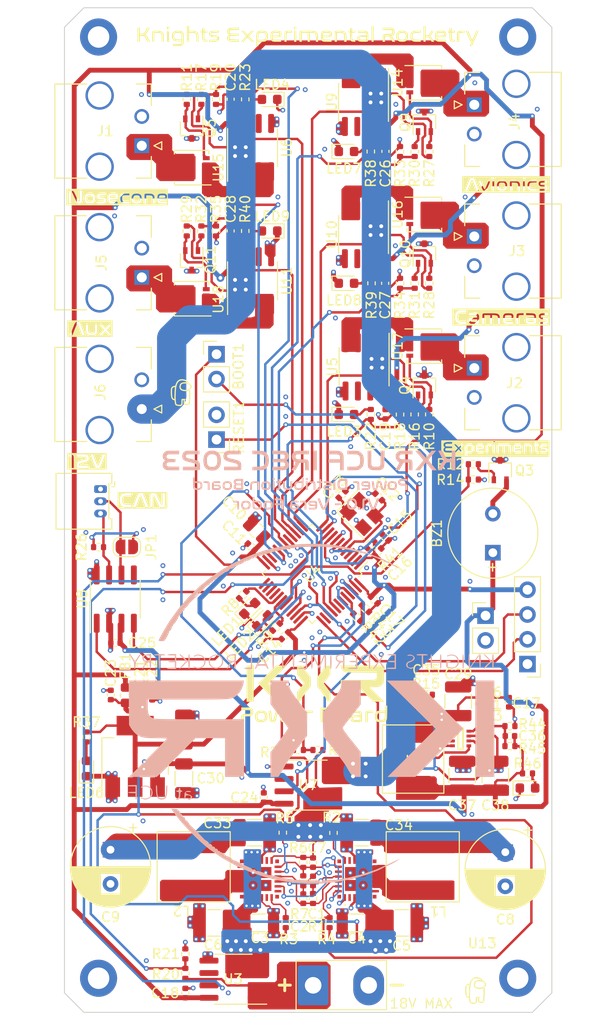
<source format=kicad_pcb>
(kicad_pcb (version 20211014) (generator pcbnew)
  (layers (0 "F.Cu" signal) (1 "In1.Cu" signal) (2 "In2.Cu" signal) (31 "B.Cu" signal) (34 "B.Paste" user) (35 "F.Paste" user) (36 "B.SilkS" user "B.Silkscreen") (37 "F.SilkS" user "F.Silkscreen") (38 "B.Mask" user) (39 "F.Mask" user) (44 "Edge.Cuts" user))
  (net 0 "")
  (net 1 "GND")
  (net 2 "Net-(C1-Pad2)")
  (net 3 " Vc")
  (net 4 "VCC")
  (net 5 "FB")
  (net 6 "REGOUT")
  (net 7 "+3V3")
  (net 8 "/OSC_IN")
  (net 9 "/OSC_OUT")
  (net 10 "NRST")
  (net 11 "+3.3VA")
  (net 12 "+5V")
  (net 13 "+12V")
  (net 14 "NOSECONEOUT")
  (net 17 "EXPERIMENTSOUT")
  (net 20 "CAMERAOUT")
  (net 23 "AVIONICSOUT")
  (net 26 "AUXOUT")
  (net 31 "CANH")
  (net 32 "CANL")
  (net 33 "SWCLK")
  (net 34 "SWDIO")
  (net 35 "UART1_RX")
  (net 36 "UART1_TX")
  (net 37 "BOOT0")
  (net 38 "+BATT")
  (net 39 "Net-(JP1-Pad2)")
  (net 40 "/SW1")
  (net 41 "/SW2")
  (net 42 "Net-(LED1-Pad2)")
  (net 43 "Net-(LED2-Pad2)")
  (net 44 "Net-(LED3-Pad2)")
  (net 45 "Net-(LED4-Pad2)")
  (net 46 "Net-(LED5-Pad2)")
  (net 47 "Net-(LED6-Pad2)")
  (net 48 "Net-(LED7-Pad2)")
  (net 49 "Net-(LED8-Pad2)")
  (net 50 "Net-(LED9-Pad2)")
  (net 51 "Net-(Q3-Pad1)")
  (net 52 "Net-(BZ1-Pad2)")
  (net 53 "Net-(Q4-Pad1)")
  (net 54 "Net-(Q4-Pad2)")
  (net 55 "Net-(Q5-Pad1)")
  (net 56 "Net-(Q5-Pad2)")
  (net 57 "Net-(Q9-Pad1)")
  (net 58 "Net-(Q9-Pad2)")
  (net 59 "Net-(Q10-Pad1)")
  (net 60 "Net-(Q10-Pad2)")
  (net 61 "Net-(Q11-Pad1)")
  (net 62 "Net-(Q11-Pad2)")
  (net 63 "Net-(R2-Pad1)")
  (net 64 "Net-(R3-Pad1)")
  (net 65 "PG1")
  (net 66 "PG2")
  (net 67 "STAT1")
  (net 68 "STAT2")
  (net 69 "BUZZER")
  (net 72 "MOSFET4")
  (net 73 "MOSFET2")
  (net 74 "ADC6")
  (net 75 "ADC7")
  (net 76 "MOSFET1")
  (net 77 "MOSFET3")
  (net 78 "MOSFET5")
  (net 79 "Net-(R42-Pad1)")
  (net 83 "CLK")
  (net 85 "SS")
  (net 91 "ADC0")
  (net 95 "ADC1")
  (net 96 "ADC2")
  (net 97 "ADC3")
  (net 98 "ADC4")
  (net 99 "ADC5")
  (net 100 "ADC8")
  (net 105 "CAN_RX")
  (net 106 "CAN_TX")
  (net 108 "Net-(U17-Pad1)")
  (net 110 "Net-(U15-Pad1)")
  (net 114 "Net-(U14-Pad1)")
  (net 116 "Net-(U10-Pad3)")
  (net 118 "Net-(U11-Pad3)")
  (net 120 "Net-(C31-Pad2)")
  (net 121 "Net-(C35-Pad1)")
  (net 122 "Net-(C35-Pad2)")
  (net 123 "Net-(C36-Pad2)")
  (net 124 "Net-(R13-Pad1)")
  (net 125 "Net-(R15-Pad1)")
  (net 126 "Net-(R36-Pad1)")
  (footprint "Resistor_SMD:R_0402_1005Metric" (layer "F.Cu") (at 189.046 69.885 -90)
    (fp_text reference "R32")
    (fp_text value "10k" hide)
  )
  (footprint "Capacitor_SMD:C_0402_1005Metric" (layer "F.Cu") (at 207.92725 88.677 90)
    (fp_text reference "C19")
    (fp_text value "0.1uF" hide)
  )
  (footprint "Footprints:MOLEX_436500203" (layer "F.Cu") (at 182.93025 61.145 -90)
    (fp_text reference "J1")
    (fp_text value "NOSECONE" hide)
  )
  (footprint "Connector_PinHeader_2.54mm:PinHeader_1x04_P2.54mm_Vertical" (layer "F.Cu") (at 222.5 114.29 180)
    (fp_text reference "SWD1" hide)
    (fp_text value "SWD")
  )
  (footprint "Resistor_SMD:R_0402_1005Metric" (layer "F.Cu") (at 190.546 69.885 -90)
    (fp_text reference "R35")
    (fp_text value "10k" hide)
  )
  (footprint "Resistor_SMD:R_0402_1005Metric" (layer "F.Cu") (at 220.7 120.65 180)
    (fp_text reference "R44")
    (fp_text value "7.68k" hide)
  )
  (footprint "Package_TO_SOT_SMD:SOT-323_SC-70" (layer "F.Cu") (at 219.698 94.4 90)
    (fp_text reference "Q3")
    (fp_text value "BC846AWHE3" hide)
  )
  (footprint "Capacitor_SMD:C_0402_1005Metric" (layer "F.Cu") (at 206.781 107.721 135)
    (fp_text reference "C17")
    (fp_text value "0.1uF" hide)
  )
  (footprint "LOGO" (layer "F.Cu") (at 187.1 86.4)
    (fp_text reference "G***" hide)
    (fp_text value "LOGO" hide)
  )
  (footprint "Resistor_SMD:R_0402_1005Metric" (layer "F.Cu") (at 206.502 75.25 90)
    (fp_text reference "R39")
    (fp_text value "200" hide)
  )
  (footprint "Capacitor_SMD:C_0402_1005Metric" (layer "F.Cu") (at 207.229223 97.150142 -45)
    (fp_text reference "C12")
    (fp_text value "10pF" hide)
  )
  (footprint "Resistor_SMD:R_0402_1005Metric" (layer "F.Cu") (at 197.7 140.8 -90)
    (fp_text reference "R3")
    (fp_text value "150k" hide)
  )
  (footprint "Resistor_SMD:R_0402_1005Metric" (layer "F.Cu") (at 193.546 69.885 -90)
    (fp_text reference "R40")
    (fp_text value "200" hide)
  )
  (footprint "Resistor_SMD:R_0402_1005Metric" (layer "F.Cu") (at 222.504 125.5)
    (fp_text reference "R46")
    (fp_text value "200" hide)
  )
  (footprint "Resistor_SMD:R_0402_1005Metric" (layer "F.Cu") (at 212.42725 61.74 90)
    (fp_text reference "R27")
    (fp_text value "10k" hide)
  )
  (footprint "LED_SMD:LED_0603_1608Metric" (layer "F.Cu") (at 193.997847 108.585 45)
    (fp_text reference "LED1")
    (fp_text value "STAT1" hide)
  )
  (footprint "LOGO" (layer "F.Cu") (at 217.3 147.7)
    (fp_text reference "G***" hide)
    (fp_text value "LOGO" hide)
  )
  (footprint "Capacitor_SMD:C_0402_1005Metric" (layer "F.Cu") (at 207.92725 61.72 90)
    (fp_text reference "C26")
    (fp_text value "0.1uF" hide)
  )
  (footprint "Capacitor_SMD:C_0402_1005Metric" (layer "F.Cu") (at 200.5 136.52 -90)
    (fp_text reference "C1")
    (fp_text value "110pF" hide)
  )
  (footprint "Capacitor_SMD:C_1206_3216Metric" (layer "F.Cu") (at 194.975 140.825)
    (fp_text reference "C3")
    (fp_text value "10uF" hide)
  )
  (footprint "Resistor_SMD:R_0402_1005Metric" (layer "F.Cu") (at 216.948 95.37)
    (fp_text reference "R14")
    (fp_text value "10k" hide)
  )
  (footprint "Resistor_SMD:R_0402_1005Metric" (layer "F.Cu") (at 196.723 110.49 -135)
    (fp_text reference "R9")
    (fp_text value "200" hide)
  )
  (footprint "Capacitor_SMD:C_1210_3225Metric" (layer "F.Cu") (at 190.343 140.825 180)
    (fp_text reference "C6")
    (fp_text value "22uF" hide)
  )
  (footprint "Capacitor_SMD:C_0402_1005Metric" (layer "F.Cu") (at 180.233 112.125 180)
    (fp_text reference "C25")
    (fp_text value "0.1uF" hide)
  )
  (footprint "Package_SON:Diodes_PowerDI3333-8" (layer "F.Cu") (at 188.046 63.395 180)
    (fp_text reference "U15")
    (fp_text value "DMP26M7UFG" hide)
  )
  (footprint "Resistor_SMD:R_0402_1005Metric" (layer "F.Cu") (at 218.3 122.7)
    (fp_text reference "R13")
    (fp_text value "604K" hide)
  )
  (footprint "Package_TO_SOT_SMD:SOT-323_SC-70" (layer "F.Cu") (at 211.92725 72.197 90)
    (fp_text reference "Q10")
    (fp_text value "BC846AWHE3" hide)
  )
  (footprint "Package_SON:Diodes_PowerDI3333-8" (layer "F.Cu") (at 188.046 76.83 180)
    (fp_text reference "U18")
    (fp_text value "DMP26M7UFG" hide)
  )
  (footprint "LED_SMD:LED_0603_1608Metric" (layer "F.Cu") (at 196.046 69.885 180)
    (fp_text reference "LED9")
    (fp_text value "FET5" hide)
  )
  (footprint "Resistor_SMD:R_0402_1005Metric" (layer "F.Cu") (at 212.42725 75.25 90)
    (fp_text reference "R28")
    (fp_text value "10k" hide)
  )
  (footprint "Package_SON:Diodes_PowerDI3333-8" (layer "F.Cu") (at 211.92725 68.197)
    (fp_text reference "U16")
    (fp_text value "DMP26M7UFG" hide)
  )
  (footprint "Package_SO:SOIC-8_3.9x4.9mm_P1.27mm" (layer "F.Cu") (at 192.3 146.6 180)
    (fp_text reference "U3")
    (fp_text value "ACS711xLCTR-25AB" hide)
  )
  (footprint "Package_TO_SOT_SMD:SOT-223-3_TabPin2" (layer "F.Cu") (at 182.25 123.75 90)
    (fp_text reference "U13")
    (fp_text value "LD1117S33TR_SOT223" hide)
  )
  (footprint "Capacitor_SMD:C_0402_1005Metric" (layer "F.Cu") (at 194.156 102.279 -45)
    (fp_text reference "C11")
    (fp_text value "0.1uF" hide)
  )
  (footprint "Footprints:MOLEX_436500203" (layer "F.Cu") (at 182.93025 88.145 -90)
    (fp_text reference "J6")
    (fp_text value "12V" hide)
  )
  (footprint "Connector_PinHeader_2.54mm:PinHeader_1x02_P2.54mm_Vertical" (layer "F.Cu") (at 190.6 91.275 180)
    (fp_text reference "RESET1")
    (fp_text value "RESET")
  )
  (footprint "MountingHole:MountingHole_2.2mm_M2_DIN965_Pad" (layer "F.Cu") (at 221.5 50)
    (fp_text reference "REF**" hide)
    (fp_text value "MountingHole_2.2mm_M2_DIN965_Pad" hide)
  )
  (footprint "Capacitor_SMD:C_0805_2012Metric" (layer "F.Cu") (at 194.734249 100.607249 -45)
    (fp_text reference "C10")
    (fp_text value "10uF" hide)
  )
  (footprint "Capacitor_SMD:C_1210_3225Metric" (layer "F.Cu") (at 209.667 140.825)
    (fp_text reference "C5")
    (fp_text value "22uF" hide)
  )
  (footprint "Capacitor_SMD:C_0402_1005Metric" (layer "F.Cu") (at 218.3 121.65 180)
    (fp_text reference "C31")
    (fp_text value "6.8nF" hide)
  )
  (footprint "Resistor_SMD:R_0402_1005Metric" (layer "F.Cu") (at 206.42725 61.74 90)
    (fp_text reference "R38")
    (fp_text value "200" hide)
  )
  (footprint "LED_SMD:LED_0603_1608Metric" (layer "F.Cu") (at 177.25 125 90)
    (fp_text reference "LED6")
    (fp_text value "3V3" hide)
  )
  (footprint "Capacitor_THT:CP_Radial_D8.0mm_P3.50mm" (layer "F.Cu") (at 179.725 133.325 -90)
    (fp_text reference "C9")
    (fp_text value "220uF" hide)
  )
  (footprint "Capacitor_SMD:C_0402_1005Metric" (layer "F.Cu") (at 179.75 117.46 -90)
    (fp_text reference "C23")
    (fp_text value "1uF" hide)
  )
  (footprint "Package_SO:SOIC-8_3.9x4.9mm_P1.27mm" (layer "F.Cu") (at 200 126.7 180)
    (fp_text reference "U7")
    (fp_text value "ACS711xLCTR-25AB" hide)
  )
  (footprint "Capacitor_SMD:C_0402_1005Metric" (layer "F.Cu") (at 197.612 111.379 45)
    (fp_text reference "C14")
    (fp_text value "0.1uF" hide)
  )
  (footprint "LED_SMD:LED_0603_1608Metric" (layer "F.Cu") (at 196.046 56.395 180)
    (fp_text reference "LED4")
    (fp_text value "FET2" hide)
  )
  (footprint "LED_SMD:LED_0603_1608Metric" (layer "F.Cu") (at 203.92725 88.697)
    (fp_text reference "LED3")
    (fp_text value "FET4" hide)
  )
  (footprint "Resistor_SMD:R_0402_1005Metric" (layer "F.Cu") (at 205.867 108.585 -45)
    (fp_text reference "R43")
    (fp_text value "10k" hide)
  )
  (footprint "Connector_PinHeader_2.54mm:PinHeader_1x02_P2.54mm_Vertical" (layer "F.Cu") (at 218.2 109.325)
    (fp_text reference "5V1" hide)
    (fp_text value "5V")
  )
  (footprint "Footprints:MGAH06034R7M" (layer "F.Cu") (at 210.82 124.206 -90)
    (fp_text reference "L3")
    (fp_text value "4.7uH" hide)
  )
  (footprint "Resistor_SMD:R_0402_1005Metric" (layer "F.Cu") (at 210.92725 75.25 90)
    (fp_text reference "R31")
    (fp_text value "10k" hide)
  )
  (footprint "Resistor_SMD:R_0402_1005Metric" (layer "F.Cu") (at 199 123.1 180)
    (fp_text reference "R25")
    (fp_text value "10K 0.1%" hide)
  )
  (footprint "Resistor_SMD:R_0402_1005Metric" (layer "F.Cu") (at 187.546 69.885 -90)
    (fp_text reference "R29")
    (fp_text value "10k" hide)
  )
  (footprint "Capacitor_SMD:C_1210_3225Metric" (layer "F.Cu") (at 215.392 118.11 -90)
    (fp_text reference "C29")
    (fp_text value "22uF" hide)
  )
  (footprint "Resistor_SMD:R_0402_1005Metric" (layer "F.Cu") (at 204.998376 109.494376 -45)
    (fp_text reference "R42")
    (fp_text value "10k" hide)
  )
  (footprint "Crystal:Crystal_SMD_3225-4Pin_3.2x2.5mm" (layer "F.Cu") (at 205.479223 98.900142 -45)
    (fp_text reference "Y1" hide)
    (fp_text value "8MHz" hide)
  )
  (footprint "Capacitor_SMD:C_1206_3216Metric" (layer "F.Cu") (at 204.975 140.825 180)
    (fp_text reference "C4")
    (fp_text value "10uF" hide)
  )
  (footprint "LOGO" (layer "F.Cu") (at 180.4 66.4)
    (fp_text reference "G***" hide)
    (fp_text value "LOGO" hide)
  )
  (footprint "Resistor_SMD:R_0402_1005Metric" (layer "F.Cu") (at 220.7 122.7)
    (fp_text reference "R45")
    (fp_text value "40.2k" hide)
  )
  (footprint "Footprints:BATT" (layer "F.Cu") (at 200.5125 147.225)
    (fp_text reference "BATT1" hide)
    (fp_text value "BATT" hide)
  )
  (footprint "Capacitor_SMD:C_0402_1005Metric" (layer "F.Cu") (at 199.5 138.34 -90)
    (fp_text reference "C2")
    (fp_text value "100pF" hide)
  )
  (footprint "Resistor_SMD:R_0402_1005Metric" (layer "F.Cu") (at 209.42725 88.707 90)
    (fp_text reference "R18")
    (fp_text value "10k" hide)
  )
  (footprint "Footprints:MOLEX_436500203" (layer "F.Cu") (at 217.043 56.947 90)
    (fp_text reference "J4")
    (fp_text value "AVIONICS" hide)
  )
  (footprint "Resistor_SMD:R_0402_1005Metric" (layer "F.Cu") (at 193.294 107.188 -135)
    (fp_text reference "R8")
    (fp_text value "200" hide)
  )
  (footprint "Package_TO_SOT_SMD:SOT-323_SC-70" (layer "F.Cu") (at 188.046 72.895 -90)
    (fp_text reference "Q11")
    (fp_text value "BC846AWHE3" hide)
  )
  (footprint "Capacitor_SMD:C_0402_1005Metric" (layer "F.Cu") (at 207.156 102.779 -135)
    (fp_text reference "C16")
    (fp_text value "0.1uF" hide)
  )
  (footprint "Resistor_SMD:R_0402_1005Metric" (layer "F.Cu") (at 199.5 136.51 -90)
    (fp_text reference "R7")
    (fp_text value "5.23k" hide)
  )
  (footprint "Resistor_SMD:R_0402_1005Metric" (layer "F.Cu") (at 210.92725 61.74 90)
    (fp_text reference "R30")
    (fp_text value "10k" hide)
  )
  (footprint "LOGO" (layer "F.Cu") (at 183 97.5)
    (fp_text reference "G***" hide)
    (fp_text value "LOGO" hide)
  )
  (footprint "Resistor_SMD:R_0402_1005Metric" (layer "F.Cu") (at 206.42725 88.697 90)
    (fp_text reference "R22")
    (fp_text value "200" hide)
  )
  (footprint "Capacitor_SMD:C_1210_3225Metric" (layer "F.Cu") (at 215.8 125.73 90)
    (fp_text reference "C37")
    (fp_text value "22uF" hide)
  )
  (footprint "LED_SMD:LED_0603_1608Metric" (layer "F.Cu") (at 203.92725 61.74)
    (fp_text reference "LED7")
    (fp_text value "FET1" hide)
  )
  (footprint "Resistor_SMD:R_0402_1005Metric" (layer "F.Cu") (at 197.4 131.575 -90)
    (fp_text reference "R5")
    (fp_text value "10k" hide)
  )
  (footprint "Package_SO:SOIC-8_3.9x4.9mm_P1.27mm" (layer "F.Cu") (at 180.213 107.625 90)
    (fp_text reference "U8")
    (fp_text value "SN65HVDA1040BQDRQ1" hide)
  )
  (footprint "Resistor_SMD:R_0402_1005Metric" (layer "F.Cu") (at 201 123.1 180)
    (fp_text reference "R24")
    (fp_text value "68.1K 0.1%" hide)
  )
  (footprint "Jumper:SolderJumper-2_P1.3mm_Open_RoundedPad1.0x1.5mm" (layer "F.Cu") (at 181.4 102.28)
    (fp_text reference "JP1")
    (fp_text value "TERMINATION" hide)
  )
  (footprint "Footprints:XAL7070-222MEC" (layer "F.Cu") (at 211.755 135.075 90)
    (fp_text reference "L1")
    (fp_text value "2.2uH" hide)
  )
  (footprint "Capacitor_SMD:C_0402_1005Metric" (layer "F.Cu") (at 207.899 75.25 90)
    (fp_text reference "C27")
    (fp_text value "0.1uF" hide)
  )
  (footprint "Capacitor_SMD:C_0402_1005Metric" (layer "F.Cu") (at 207.906 101.279 -45)
    (fp_text reference "C15")
    (fp_text value "0.1uF" hide)
  )
  (footprint "Package_SO:SOIC-8_3.9x4.9mm_P1.27mm" (layer "F.Cu") (at 205.67725 56.697 -90)
    (fp_text reference "U9")
    (fp_text value "ACS711xLCTR-25AB" hide)
  )
  (footprint "Package_TO_SOT_SMD:SOT-323_SC-70" (layer "F.Cu") (at 211.92725 85.697 90)
    (fp_text reference "Q4")
    (fp_text value "BC846AWHE3" hide)
  )
  (footprint "Resistor_SMD:R_0402_1005Metric" (layer "F.Cu") (at 177.25 121.76 -90)
    (fp_text reference "R37")
    (fp_text value "68" hide)
  )
  (footprint "Footprints:MOLEX_436500203" (layer "F.Cu") (at 217.043 70.447 90)
    (fp_text reference "J3")
    (fp_text value "CAMERA" hide)
  )
  (footprint "Capacitor_SMD:C_0402_1005Metric" (layer "F.Cu") (at 192.046 69.885 -90)
    (fp_text reference "C28")
    (fp_text value "0.1uF" hide)
  )
  (footprint "Footprints:LT8642SIVPBF" (layer "F.Cu") (at 195.005 136.325 -90)
    (fp_text reference "U2" hide)
    (fp_text value "LT8642S" hide)
  )
  (footprint "Resistor_SMD:R_0402_1005Metric" (layer "F.Cu") (at 212.42725 88.697 90)
    (fp_text reference "R10")
    (fp_text value "10k" hide)
  )
  (footprint "LOGO" (layer "F.Cu") (at 200 49.9)
    (fp_text reference "G***" hide)
    (fp_text value "LOGO" hide)
  )
  (footprint "Resistor_SMD:R_0402_1005Metric" (layer "F.Cu") (at 178.5 102.3 180)
    (fp_text reference "R26")
    (fp_text value "120" hide)
  )
  (footprint "LOGO" (layer "F.Cu") (at 201 116.3)
    (fp_text reference "G***" hide)
    (fp_text value "LOGO" hide)
  )
  (footprint "Resistor_SMD:R_0402_1005Metric" (layer "F.Cu") (at 187.4 144 90)
    (fp_text reference "R21")
    (fp_text value "10K 0.1%" hide)
  )
  (footprint "Connector_Molex:Molex_PicoBlade_53048-0310_1x03_P1.25mm_Horizontal" (layer "F.Cu") (at 178.7 96.35 -90)
    (fp_text reference "CAN1" hide)
    (fp_text value "CAN")
  )
  (footprint "Capacitor_SMD:C_0402_1005Metric" (layer "F.Cu") (at 203.479223 96.900142 -135)
    (fp_text reference "C13")
    (fp_text value "10pF" hide)
  )
  (footprint "Package_SO:SOIC-8_3.9x4.9mm_P1.27mm" (layer "F.Cu") (at 205.74 83.82 -90)
    (fp_text reference "U5")
    (fp_text value "ACS711xLCTR-25AB" hide)
  )
  (footprint "Resistor_SMD:R_0402_1005Metric" (layer "F.Cu") (at 216.948 93.8)
    (fp_text reference "R12")
    (fp_text value "10k" hide)
  )
  (footprint "Footprints:MOLEX_436500203" (layer "F.Cu") (at 182.93025 74.645 -90)
    (fp_text reference "J5")
    (fp_text value "AUX" hide)
  )
  (footprint "LOGO" (layer "F.Cu") (at 200.6 119.4)
    (fp_text reference "G***" hide)
    (fp_text value "LOGO" hide)
  )
  (footprint "Capacitor_SMD:C_1210_3225Metric" (layer "F.Cu") (at 219.202 125.73 90)
    (fp_text reference "C38")
    (fp_text value "22uF" hide)
  )
  (footprint "Connector_PinHeader_2.54mm:PinHeader_1x02_P2.54mm_Vertical" (layer "F.Cu") (at 190.6 82.525)
    (fp_text reference "BOOT1")
    (fp_text value "BOOT0")
  )
  (footprint "LED_SMD:LED_0603_1608Metric" (layer "F.Cu") (at 203.92725 75.25)
    (fp_text reference "LED8")
    (fp_text value "FET3" hide)
  )
  (footprint "Capacitor_SMD:C_0402_1005Metric" (layer "F.Cu") (at 182.75 117.48 90)
    (fp_text reference "C21")
    (fp_text value "10nF" hide)
  )
  (footprint "Package_SO:SOIC-8_3.9x4.9mm_P1.27mm" (layer "F.Cu") (at 194.296 61.341 90)
    (fp_text reference "U6")
    (fp_text value "ACS711xLCTR-25AB" hide)
  )
  (footprint "Package_SO:SOIC-8_3.9x4.9mm_P1.27mm" (layer "F.Cu") (at 205.67725 70.25 -90)
    (fp_text reference "U10")
    (fp_text value "ACS711xLCTR-25AB" hide)
  )
  (footprint "LOGO" (layer "F.Cu") (at 220.3 65.1)
    (fp_text reference "G***" hide)
    (fp_text value "LOGO" hide)
  )
  (footprint "Capacitor_SMD:C_0402_1005Metric" (layer "F.Cu") (at 212.2 118.7)
    (fp_text reference "C35")
    (fp_text value "1uF" hide)
  )
  (footprint "Buzzer_Beeper:MagneticBuzzer_PUI_AT-0927-TT-6-R" (layer "F.Cu") (at 218.948 102.87 90)
    (fp_text reference "BZ1")
    (fp_text value "Buzzer" hide)
  )
  (footprint "MountingHole:MountingHole_2.2mm_M2_DIN965_Pad" (layer "F.Cu") (at 221.5 146.5)
    (fp_text reference "REF**" hide)
    (fp_text value "MountingHole_2.2mm_M2_DIN965_Pad" hide)
  )
  (footprint "Resistor_SMD:R_0402_1005Metric" (layer "F.Cu") (at 206.406 102.029 -135)
    (fp_text reference "R41")
    (fp_text value "10k" hide)
  )
  (footprint "LOGO" (layer "F.Cu") (at 219.2 92.2)
    (fp_text reference "G***" hide)
    (fp_text value "LOGO" hide)
  )
  (footprint "LOGO" (layer "F.Cu") (at 219.8 78.7)
    (fp_text reference "G***" hide)
    (fp_text value "LOGO" hide)
  )
  (footprint "Footprints:LT8642SIVPBF" (layer "F.Cu") (at 205.005 136.325 90)
    (fp_text reference "U1" hide)
    (fp_text value "LT8642S" hide)
  )
  (footprint "Capacitor_SMD:C_0402_1005Metric" (layer "F.Cu") (at 200.5 134.64 90)
    (fp_text reference "C7")
    (fp_text value "47pF" hide)
  )
  (footprint "Capacitor_SMD:C_1210_3225Metric" (layer "F.Cu") (at 205.505 131.575 180)
    (fp_text reference "C34")
    (fp_text value "22uF" hide)
  )
  (footprint "Resistor_SMD:R_0402_1005Metric" (layer "F.Cu") (at 187.546 56.395 -90)
    (fp_text reference "R11")
    (fp_text value "10k" hide)
  )
  (footprint "Capacitor_SMD:C_0402_1005Metric" (layer "F.Cu") (at 220.6 118.2 90)
    (fp_text reference "C17")
    (fp_text value "0.1uF" hide)
  )
  (footprint "Resistor_SMD:R_0402_1005Metric" (layer "F.Cu") (at 209.42725 61.74 90)
    (fp_text reference "R33")
    (fp_text value "10k" hide)
  )
  (footprint "Resistor_SMD:R_0402_1005Metric" (layer "F.Cu") (at 190.546 56.395 -90)
    (fp_text reference "R19")
    (fp_text value "10k" hide)
  )
  (footprint "Package_SO:SOIC-8_3.9x4.9mm_P1.27mm" (layer "F.Cu") (at 194.296 75 90)
    (fp_text reference "U11")
    (fp_text value "ACS711xLCTR-25AB" hide)
  )
  (footprint "Capacitor_THT:CP_Radial_D8.0mm_P3.50mm" (layer "F.Cu") (at 220.225 133.575 -90)
    (fp_text reference "C8")
    (fp_text value "220uF" hide)
  )
  (footprint "Resistor_SMD:R_0402_1005Metric" (layer "F.Cu") (at 202.2 140.8 90)
    (fp_text reference "R4")
    (fp_text value "10k" hide)
  )
  (footprint "Footprints:XAL7070-222MEC" (layer "F.Cu") (at 188.255 135.075 90)
    (fp_text reference "L2")
    (fp_text value "2.2uH" hide)
  )
  (footprint "LOGO" (layer "F.Cu") (at 177.3 93.5)
    (fp_text reference "G***" hide)
    (fp_text value "LOGO" hide)
  )
  (footprint "Resistor_SMD:R_0402_1005Metric" (layer "F.Cu") (at 199.5 134.62 -90)
    (fp_text reference "R6")
    (fp_text value "100k" hide)
  )
  (footprint "Capacitor_SMD:C_0402_1005Metric" (layer "F.Cu") (at 192.046 56.375 -90)
    (fp_text reference "C20")
    (fp_text value "0.1uF" hide)
  )
  (footprint "Resistor_SMD:R_0402_1005Metric" (layer "F.Cu") (at 193.546 56.395 -90)
    (fp_text reference "R23")
    (fp_text value "200" hide)
  )
  (footprint "Package_TO_SOT_SMD:SOT-323_SC-70" (layer "F.Cu") (at 188.046 59.395 -90)
    (fp_text reference "Q5")
    (fp_text value "BC846AWHE3" hide)
  )
  (footprint "Capacitor_SMD:C_0402_1005Metric" (layer "F.Cu") (at 187.4 148.02 -90)
    (fp_text reference "C18")
    (fp_text value "0.1uF" hide)
  )
  (footprint "MountingHole:MountingHole_2.2mm_M2_DIN965_Pad" (layer "F.Cu") (at 178.5 146.5)
    (fp_text reference "REF**" hide)
    (fp_text value "MountingHole_2.2mm_M2_DIN965_Pad" hide)
  )
  (footprint "Footprints:SOTFL50P160X60-8N" (layer "F.Cu") (at 215.646 121.92)
    (fp_text reference "U12" hide)
    (fp_text value "MP2393" hide)
  )
  (footprint "MountingHole:MountingHole_2.2mm_M2_DIN965_Pad" (layer "F.Cu") (at 178.5 50)
    (fp_text reference "REF**" hide)
    (fp_text value "MountingHole_2.2mm_M2_DIN965_Pad" hide)
  )
  (footprint "Resistor_SMD:R_0402_1005Metric" (layer "F.Cu") (at 202.6 131.6 90)
    (fp_text reference "R2")
    (fp_text value "150k" hide)
  )
  (footprint "LED_SMD:LED_0603_1608Metric" (layer "F.Cu") (at 195.326 109.855 45)
    (fp_text reference "LED2")
    (fp_text value "STAT2" hide)
  )
  (footprint "Package_SON:Diodes_PowerDI3333-8" (layer "F.Cu") (at 211.92725 54.697)
    (fp_text reference "U14")
    (fp_text value "DMP26M7UFG" hide)
  )
  (footprint "Footprints:MOLEX_436500203" (layer "F.Cu") (at 217.043 83.947 90)
    (fp_text reference "J2")
    (fp_text value "EXPERIMENTS" hide)
  )
  (footprint "Package_TO_SOT_SMD:SOT-323_SC-70" (layer "F.Cu") (at 211.92725 58.697 90)
    (fp_text reference "Q9")
    (fp_text value "BC846AWHE3" hide)
  )
  (footprint "Resistor_SMD:R_0402_1005Metric" (layer "F.Cu") (at 187.4 146 90)
    (fp_text reference "R20")
    (fp_text value "68.1K 0.1%" hide)
  )
  (footprint "Resistor_SMD:R_0402_1005Metric" (layer "F.Cu") (at 218.3 120.65)
    (fp_text reference "R36")
    (fp_text value "15k" hide)
  )
  (footprint "LOGO" (layer "F.Cu") (at 177.6 79.9)
    (fp_text reference "G***" hide)
    (fp_text value "LOGO" hide)
  )
  (footprint "Inductor_SMD:L_0603_1608Metric" (layer "F.Cu") (at 181.25 117.48 -90)
    (fp_text reference "FB1")
    (fp_text value "120" hide)
  )
  (footprint "Resistor_SMD:R_0402_1005Metric" (layer "F.Cu") (at 210.92725 88.697 90)
    (fp_text reference "R16")
    (fp_text value "10k" hide)
  )
  (footprint "Package_SON:Diodes_PowerDI3333-8" (layer "F.Cu") (at 211.92725 81.697)
    (fp_text reference "U17")
    (fp_text value "DMP26M7UFG" hide)
  )
  (footprint "Capacitor_SMD:C_1206_3216Metric" (layer "F.Cu") (at 187.25 126 -90)
    (fp_text reference "C30")
    (fp_text value "10uF" hide)
  )
  (footprint "Capacitor_SMD:C_0402_1005Metric" (layer "F.Cu") (at 184 117.48 90)
    (fp_text reference "C22")
    (fp_text value "1uF" hide)
  )
  (footprint "Capacitor_SMD:C_0402_1005Metric" (layer "F.Cu") (at 195.45 127.975 -90)
    (fp_text reference "C24")
    (fp_text value "0.1uF" hide)
  )
  (footprint "LED_SMD:LED_0603_1608Metric" (layer "F.Cu") (at 222.504 127)
    (fp_text reference "LED5" hide)
    (fp_text value "5V" hide)
  )
  (footprint "Capacitor_SMD:C_1210_3225Metric" (layer "F.Cu") (at 194.505 131.575)
    (fp_text reference "C33")
    (fp_text value "22uF" hide)
  )
  (footprint "Capacitor_SMD:C_0402_1005Metric" (layer "F.Cu") (at 220.7 121.666 180)
    (fp_text reference "C36")
    (fp_text value "10pF" hide)
  )
  (footprint "Resistor_SMD:R_0402_1005Metric" (layer "F.Cu") (at 209.42725 75.25 90)
    (fp_text reference "R34")
    (fp_text value "10k" hide)
  )
  (footprint "Resistor_SMD:R_0402_1005Metric" (layer "F.Cu") (at 189.046 56.395 -90)
    (fp_text reference "R17")
    (fp_text value "10k" hide)
  )
  (footprint "Resistor_SMD:R_0402_1005Metric" (layer "F.Cu") (at 212.228 117.43)
    (fp_text reference "R15")
    (fp_text value "20" hide)
  )
  (footprint "Resistor_SMD:R_0402_1005Metric" (layer "F.Cu") (at 200.5 138.32 90)
    (fp_text reference "R1")
    (fp_text value "316k" hide)
  )
  (footprint "Capacitor_SMD:C_1206_3216Metric" (layer "F.Cu") (at 187.25 121 -90)
    (fp_text reference "C32")
    (fp_text value "10uF" hide)
  )
  (footprint "Package_QFP:LQFP-48_7x7mm_P0.5mm" (layer "F.Cu") (at 200.406 105.029 -135)
    (fp_text reference "U4")
    (fp_text value "STM32F103C8Tx" hide)
  )
  (footprint "LOGO" (layer "B.Cu") (at 199.8 97.8 180)
    (fp_text reference "G***" hide)
    (fp_text value "LOGO" hide)
  )
  (footprint "LOGO" (layer "B.Cu") (at 200.1 93.4 180)
    (fp_text reference "G***" hide)
    (fp_text value "LOGO" hide)
  )
  (footprint "LOGO" (layer "B.Cu") (at 202.4 118.9 180)
    (fp_text reference "G***" hide)
    (fp_text value "LOGO" hide)
  )
  (footprint "LOGO" (layer "B.Cu") (at 199.2 95.8 180)
    (fp_text reference "G***" hide)
    (fp_text value "LOGO" hide)
  )
  (gr_line (start 175 49) (end 177 47) (layer "Edge.Cuts") (width 0.1))
  (gr_line (start 225 49) (end 225 148) (layer "Edge.Cuts") (width 0.1))
  (gr_line (start 225 148) (end 223 150) (layer "Edge.Cuts") (width 0.1))
  (gr_line (start 223 47) (end 225 49) (layer "Edge.Cuts") (width 0.1))
  (gr_line (start 175 51) (end 175 49) (layer "Edge.Cuts") (width 0.1))
  (gr_line (start 175 148) (end 175 51) (layer "Edge.Cuts") (width 0.1))
  (gr_line (start 177 150) (end 223 150) (layer "Edge.Cuts") (width 0.1))
  (gr_line (start 177 47) (end 223 47) (layer "Edge.Cuts") (width 0.1))
  (gr_line (start 175 148) (end 177 150) (layer "Edge.Cuts") (width 0.1))
  (gr_text "18V MAX" (at 211.6 149.1) (layer "F.SilkS") (effects (font (size 1 1))))
  (gr_text "-" (at 209.1 147.1) (layer "F.SilkS") (effects (font (size 1.5 1.5) (thickness 0.3))))
  (gr_text "+" (at 197.6 147.1) (layer "F.SilkS") (effects (font (size 1.5 1.5) (thickness 0.3))))
  (segment (start 216.027 116) (end 215.392 116.635) (width 0.5) (layer "F.Cu") (net 1))
  (segment (start 180.2 128.3) (end 180.2 127.15) (width 0.5) (layer "F.Cu") (net 1))
  (segment (start 177.8 105.48) (end 177.978 105.48) (width 0.5) (layer "F.Cu") (net 1))
  (segment (start 219.8 125.2) (end 219.8 124.853) (width 0.5) (layer "F.Cu") (net 1))
  (segment (start 199.621595 108.995385) (end 199.053658 109.563322) (width 0.25) (layer "F.Cu") (net 1))
  (segment (start 217.1 116.3) (end 215.727 116.3) (width 0.5) (layer "F.Cu") (net 1))
  (segment (start 219.2 125.2) (end 219.2 124.257) (width 0.5) (layer "F.Cu") (net 1))
  (segment (start 212.403 84.697) (end 212.5 84.6) (width 0.5) (layer "F.Cu") (net 1))
  (segment (start 194.6 98.9) (end 194.8 99.1) (width 0.5) (layer "F.Cu") (net 1))
  (segment (start 188.16 147.54) (end 188.2 147.5) (width 0.25) (layer "F.Cu") (net 1))
  (segment (start 211.92725 84.697) (end 211.92725 84.02725) (width 0.5) (layer "F.Cu") (net 1))
  (segment (start 187.25 127.475) (end 187.675 127.475) (width 0.5) (layer "F.Cu") (net 1))
  (segment (start 179.753 112.125) (end 179.753 110.275) (width 0.5) (layer "F.Cu") (net 1))
  (segment (start 191.3 57) (end 191.3 56) (width 0.25) (layer "F.Cu") (net 1))
  (segment (start 203 129.9) (end 203.625 129.9) (width 0.25) (layer "F.Cu") (net 1))
  (segment (start 178.069 104.911) (end 178.308 105.15) (width 0.5) (layer "F.Cu") (net 1))
  (segment (start 179.578 108.958) (end 179.4 108.78) (width 0.5) (layer "F.Cu") (net 1))
  (segment (start 221.21 119.91) (end 221.1 119.8) (width 0.25) (layer "F.Cu") (net 1))
  (segment (start 207.2 89) (end 207.2 88.7) (width 0.25) (layer "F.Cu") (net 1))
  (segment (start 195.45 126.95) (end 195.45 127.495) (width 0.25) (layer "F.Cu") (net 1))
  (segment (start 188.041 60.4) (end 188.046 60.395) (width 0.5) (layer "F.Cu") (net 1))
  (segment (start 194.062498 99.935498) (end 194.062498 99.837502) (width 0.5) (layer "F.Cu") (net 1))
  (segment (start 179.578 109.202) (end 180 108.78) (width 0.5) (layer "F.Cu") (net 1))
  (segment (start 206.879081 96.8) (end 206.889812 96.810731) (width 0.25) (layer "F.Cu") (net 1))
  (segment (start 219.2 125.2) (end 218.7285 124.7285) (width 0.5) (layer "F.Cu") (net 1))
  (segment (start 177.6 104.68) (end 177.6 105.28) (width 0.5) (layer "F.Cu") (net 1))
  (segment (start 219.15 121.65) (end 219.405 121.905) (width 0.25) (layer "F.Cu") (net 1))
  (segment (start 204.3 133.513173) (end 204.3 133.3) (width 0.25) (layer "F.Cu") (net 1))
  (segment (start 216.9 116.1) (end 216.9 115.7) (width 0.5) (layer "F.Cu") (net 1))
  (segment (start 218.6 125.2) (end 218.6 124.857) (width 0.5) (layer "F.Cu") (net 1))
  (segment (start 208.45725 62.2) (end 207.92725 62.2) (width 0.25) (layer "F.Cu") (net 1))
  (segment (start 203.2 59.8) (end 203.4 59.8) (width 0.5) (layer "F.Cu") (net 1))
  (segment (start 195.4 126.9) (end 195.45 126.95) (width 0.25) (layer "F.Cu") (net 1))
  (segment (start 203.1 59.1) (end 203.1 59.7) (width 0.5) (layer "F.Cu") (net 1))
  (segment (start 196.4 71.2) (end 196.4 71.1) (width 0.5) (layer "F.Cu") (net 1))
  (segment (start 188.6 74) (end 188.151 74) (width 0.5) (layer "F.Cu") (net 1))
  (segment (start 191.205 56.905) (end 191.3 57) (width 0.25) (layer "F.Cu") (net 1))
  (segment (start 219.2 124.257) (end 219.202 124.255) (width 0.5) (layer "F.Cu") (net 1))
  (segment (start 197.7 141.9) (end 197.5 142.1) (width 0.25) (layer "F.Cu") (net 1))
  (segment (start 203.1 86.3) (end 203.1 86.7) (width 0.5) (layer "F.Cu") (net 1))
  (segment (start 190 144) (end 190 144.52) (width 0.5) (layer "F.Cu") (net 1))
  (segment (start 216.6 116) (end 216.027 116) (width 0.5) (layer "F.Cu") (net 1))
  (segment (start 218.78 121.65) (end 219.15 121.65) (width 0.25) (layer "F.Cu") (net 1))
  (segment (start 204.755 133.968173) (end 204.3 133.513173) (width 0.25) (layer "F.Cu") (net 1))
  (segment (start 196.4 71.1) (end 196.8335 70.6665) (width 0.5) (layer "F.Cu") (net 1))
  (segment (start 203.1 59.1) (end 203.3 58.9) (width 0.5) (layer "F.Cu") (net 1))
  (segment (start 221.21 120.65) (end 221.21 119.91) (width 0.25) (layer "F.Cu") (net 1))
  (segment (start 187.941 74) (end 188.046 73.895) (width 0.5) (layer "F.Cu") (net 1))
  (segment (start 180.2 126.65) (end 179.95 126.9) (width 0.5) (layer "F.Cu") (net 1))
  (segment (start 195.878653 111.521347) (end 194.769153 110.411847) (width 0.25) (layer "F.Cu") (net 1))
  (segment (start 178.308 105.15) (end 178.308 103.788) (width 0.5) (layer "F.Cu") (net 1))
  (segment (start 195.255 138.225) (end 195.255 138.655) (width 0.15) (layer "F.Cu") (net 1))
  (segment (start 196.1 71.5) (end 196.4 71.2) (width 0.5) (layer "F.Cu") (net 1))
  (segment (start 217.1 116.3) (end 216.9 116.1) (width 0.5) (layer "F.Cu") (net 1))
  (segment (start 188.1 127.2) (end 188.6 127.2) (width 0.5) (layer "F.Cu") (net 1))
  (segment (start 216.5 124.855) (end 216.3725 124.7275) (width 0.5) (layer "F.Cu") (net 1))
  (segment (start 202.6 60.6) (end 203.1 61.1) (width 0.5) (layer "F.Cu") (net 1))
  (segment (start 203.1 72.6) (end 203.64725 72.6) (width 0.5) (layer "F.Cu") (net 1))
  (segment (start 200.4 109.1) (end 200.295385 108.995385) (width 0.25) (layer "F.Cu") (net 1))
  (segment (start 219.405 124.052) (end 219.202 124.255) (width 0.25) (layer "F.Cu") (net 1))
  (segment (start 203.64 86.1) (end 203.835 86.295) (width 0.5) (layer "F.Cu") (net 1))
  (segment (start 184 117.96) (end 184.66 117.96) (width 0.25) (layer "F.Cu") (net 1))
  (segment (start 203.1 86.7) (end 203.43 86.7) (width 0.5) (layer "F.Cu") (net 1))
  (segment (start 211.92725 84.697) (end 211.397 84.697) (width 0.5) (layer "F.Cu") (net 1))
  (segment (start 195.255 134.425) (end 195.255 133.945) (width 0.25) (layer "F.Cu") (net 1))
  (segment (start 177.978 105.48) (end 178.308 105.15) (width 0.5) (layer "F.Cu") (net 1))
  (segment (start 219.8 124.853) (end 219.202 124.255) (width 0.5) (layer "F.Cu") (net 1))
  (segment (start 209.4 60.5) (end 209.4 61.20275) (width 0.25) (layer "F.Cu") (net 1))
  (segment (start 196.8335 70.6665) (end 196.8335 69.885) (width 0.5) (layer "F.Cu") (net 1))
  (segment (start 207.518 107.662822) (end 207.120411 108.060411) (width 0.25) (layer "F.Cu") (net 1))
  (segment (start 187.675 127.475) (end 188 127.8) (width 0.5) (layer "F.Cu") (net 1))
  (segment (start 188.6 127.2) (end 188 127.8) (width 0.5) (layer "F.Cu") (net 1))
  (segment (start 207.92725 89.157) (end 208.143 89.157) (width 0.25) (layer "F.Cu") (net 1))
  (segment (start 179.75 116.98) (end 179.02 116.98) (width 0.25) (layer "F.Cu") (net 1))
  (segment (start 187.4 142.8) (end 187.4 143.49) (width 0.25) (layer "F.Cu") (net 1))
  (segment (start 194.8 99.1) (end 195 99.3) (width 0.5) (layer "F.Cu") (net 1))
  (segment (start 195.7 139.1) (end 196 139.1) (width 0.15) (layer "F.Cu") (net 1))
  (segment (start 221.1 119.8) (end 221.1 118.9) (width 0.25) (layer "F.Cu") (net 1))
  (segment (start 204.924685 99.524685) (end 204.924685 99.547685) (width 0.25) (layer "F.Cu") (net 1))
  (segment (start 209.4 74.71275) (end 209.42725 74.74) (width 0.25) (layer "F.Cu") (net 1))
  (segment (start 211.92725 71.197) (end 212.497 71.197) (width 0.5) (layer "F.Cu") (net 1))
  (segment (start 203.1 72.6) (end 203.1 73.2) (width 0.5) (layer "F.Cu") (net 1))
  (segment (start 206.2 96.8) (end 206.879081 96.8) (width 0.25) (layer "F.Cu") (net 1))
  (segment (start 215.9 125.2) (end 215.645 125.2) (width 0.5) (layer "F.Cu") (net 1))
  (segment (start 193.499153 109.141847) (end 194.028653 109.671347) (width 0.25) (layer "F.Cu") (net 1))
  (segment (start 203.13975 88.697) (end 203.13975 87.83975) (width 0.5) (layer "F.Cu") (net 1))
  (segment (start 179.5 127.35) (end 179.95 126.9) (width 0.5) (layer "F.Cu") (net 1))
  (segment (start 195.8 71.1) (end 195.8 71.2) (width 0.5) (layer "F.Cu") (net 1))
  (segment (start 191.3 56) (end 191.405 55.895) (width 0.25) (layer "F.Cu") (net 1))
  (segment (start 217.458 95.37) (end 218.07 95.37) (width 0.25) (layer "F.Cu") (net 1))
  (segment (start 195.8 71.1) (end 195.8 72.124) (width 0.5) (layer "F.Cu") (net 1))
  (segment (start 219.659 93.4) (end 220.141 93.4) (width 0.5) (layer "F.Cu") (net 1))
  (segment (start 196.667 58.4) (end 196.201 58.866) (width 0.5) (layer "F.Cu") (net 1))
  (segment (start 207.357 89.157) (end 207.2 89) (width 0.25) (layer "F.Cu") (net 1))
  (segment (start 177.6 105.28) (end 177.8 105.48) (width 0.5) (layer "F.Cu") (net 1))
  (segment (start 212.6 57.5995) (end 212.02475 57.5995) (width 0.5) (layer "F.Cu") (net 1))
  (segment (start 187.625 119.9) (end 187.25 119.525) (width 0.5) (layer "F.Cu") (net 1))
  (segment (start 216.5 125.2) (end 216.5 124.855) (width 0.5) (layer "F.Cu") (net 1))
  (segment (start 209.42725 61.23) (end 208.45725 62.2) (width 0.25) (layer "F.Cu") (net 1))
  (segment (start 221.21 119.91) (end 221.22 119.9) (width 0.25) (layer "F.Cu") (net 1))
  (segment (start 202.6 131.09) (end 202.6 130.3) (width 0.25) (layer "F.Cu") (net 1))
  (segment (start 196.8 58.4) (end 196.667 58.4) (width 0.5) (layer "F.Cu") (net 1))
  (segment (start 203.628 59.172) (end 203.1 59.7) (width 0.5) (layer "F.Cu") (net 1))
  (segment (start 203.1 86.1) (end 203.64 86.1) (width 0.5) (layer "F.Cu") (net 1))
  (segment (start 179.02 116.98) (end 179 117) (width 0.25) (layer "F.Cu") (net 1))
  (segment (start 206.235198 108.945624) (end 207.120411 108.060411) (width 0.25) (layer "F.Cu") (net 1))
  (segment (start 190.546 71.046) (end 190.546 70.395) (width 0.25) (layer "F.Cu") (net 1))
  (segment (start 221.7165 127.6835) (end 221.3 128.1) (width 0.25) (layer "F.Cu") (net 1))
  (segment (start 219.405 121.905) (end 219.405 124.052) (width 0.25) (layer "F.Cu") (net 1))
  (segment (start 179.8 125.8) (end 179.9 125.8) (width 0.5) (layer "F.Cu") (net 1))
  (segment (start 202.6 74.1) (end 202.6 74.71025) (width 0.5) (layer "F.Cu") (net 1))
  (segment (start 197.7 141.31) (end 197.7 141.9) (width 0.25) (layer "F.Cu") (net 1))
  (segment (start 219.181 93.4) (end 219.061 93.28) (width 0.5) (layer "F.Cu") (net 1))
  (segment (start 188.6 119.9) (end 188 119.3) (width 0.5) (layer "F.Cu") (net 1))
  (segment (start 203.1 61.1) (end 203.1 61.70025) (width 0.5) (layer "F.Cu") (net 1))
  (segment (start 212.497 71.197) (end 212.5 71.2) (width 0.5) (layer "F.Cu") (net 1))
  (segment (start 215.3 125.2) (end 215.3 124.855) (width 0.5) (layer "F.Cu") (net 1))
  (segment (start 204.279365 96.1) (end 204.5 96.1) (width 0.25) (layer "F.Cu") (net 1))
  (segment (start 179.4 108.78) (end 180 108.78) (width 0.5) (layer "F.Cu") (net 1))
  (segment (start 215.3 124.855) (end 215.9 124.255) (width 0.5) (layer "F.Cu") (net 1))
  (segment (start 195.255 138.655) (end 195.7 139.1) (width 0.15) (layer "F.Cu") (net 1))
  (segment (start 212.02475 57.5995) (end 211.92725 57.697) (width 0.5) (layer "F.Cu") (net 1))
  (segment (start 194.028653 109.671347) (end 193.2 110.5) (width 0.25) (layer "F.Cu") (net 1))
  (segment (start 187.825 127.475) (end 188.1 127.2) (width 0.5) (layer "F.Cu") (net 1))
  (segment (start 208.5 101.4) (end 208.281589 101.618411) (width 0.25) (layer "F.Cu") (net 1))
  (segment (start 188.6 119.9) (end 188.6 119.3) (width 0.5) (layer "F.Cu") (net 1))
  (segment (start 203.835 86.295) (end 203.83 86.3) (width 0.5) (layer "F.Cu") (net 1))
  (segment (start 191.3 57) (end 191.3 57.3) (width 0.25) (layer "F.Cu") (net 1))
  (segment (start 201.1 135.7) (end 200.84 135.7) (width 0.15) (layer "F.Cu") (net 1))
  (segment (start 179.9 125.8) (end 180.2 125.5) (width 0.5) (layer "F.Cu") (net 1))
  (segment (start 203.1 59.7) (end 203.2 59.8) (width 0.5) (layer "F.Cu") (net 1))
  (segment (start 195.255 133.945) (end 195.725 133.475) (width 0.25) (layer "F.Cu") (net 1))
  (segment (start 219.2 125.2) (end 219.547 124.853) (width 0.5) (layer "F.Cu") (net 1))
  (segment (start 211.83025 57.6) (end 211.92725 57.697) (width 0.5) (layer "F.Cu") (net 1))
  (segment (start 216.3725 124.7275) (end 215.9 124.255) (width 0.5) (layer "F.Cu") (net 1))
  (segment (start 211.303 71.197) (end 211.3 71.2) (width 0.5) (layer "F.Cu") (net 1))
  (segment (start 190.546 70.395) (end 191.536 69.405) (width 0.25) (layer "F.Cu") (net 1))
  (segment (start 187.25 127.475) (end 187.825 127.475) (width 0.5) (layer "F.Cu") (net 1))
  (segment (start 196.075717 111.718411) (end 195.878653 111.521347) (width 0.25) (layer "F.Cu") (net 1))
  (segment (start 208.281589 101.618411) (end 208.245411 101.618411) (width 0.25) (layer "F.Cu") (net 1))
  (segment (start 206.00468 98.30468) (end 205.302446 97.602446) (width 0.25) (layer "F.Cu") (net 1))
  (segment (start 211.3 57.6) (end 211.83025 57.6) (width 0.5) (layer "F.Cu") (net 1))
  (segment (start 188.6 127.8) (end 188.6 127.2) (width 0.5) (layer "F.Cu") (net 1))
  (segment (start 200.295385 108.995385) (end 199.621595 108.995385) (width 0.25) (layer "F.Cu") (net 1))
  (segment (start 194.062498 99.935498) (end 194.062498 99.437502) (width 0.5) (layer "F.Cu") (net 1))
  (segment (start 202.8 87.5) (end 202.759 87.5) (width 0.5) (layer "F.Cu") (net 1))
  (segment (start 207.495411 102.439589) (end 207.495411 102.368411) (width 0.25) (layer "F.Cu") (net 1))
  (segment (start 200.84 135.7) (end 200.5 136.04) (width 0.15) (layer "F.Cu") (net 1))
  (segment (start 203.172 59.172) (end 203.1 59.1) (width 0.5) (layer "F.Cu") (net 1))
  (segment (start 179.5 126.45) (end 179.95 126.9) (width 0.5) (layer "F.Cu") (net 1))
  (segment (start 179.578 110.1) (end 179.578 108.958) (width 0.5) (layer "F.Cu") (net 1))
  (segment (start 203.818634 96.560731) (end 204.279365 96.1) (width 0.25) (layer "F.Cu") (net 1))
  (segment (start 203.83 86.3) (end 203.1 86.3) (width 0.5) (layer "F.Cu") (net 1))
  (segment (start 205.302446 97.602446) (end 205.302446 97.521284) (width 0.25) (layer "F.Cu") (net 1))
  (segment (start 202.6 130.3) (end 203 129.9) (width 0.25) (layer "F.Cu") (net 1))
  (segment (start 179.753 110.275) (end 179.578 110.1) (width 0.5) (layer "F.Cu") (net 1))
  (segment (start 218.07 95.37) (end 218.1 95.4) (width 0.25) (layer "F.Cu") (net 1))
  (segment (start 196.1 139.2) (end 196.1 139.55) (width 0.15) (layer "F.Cu") (net 1))
  (segment (start 204.755 134.425) (end 204.755 133.968173) (width 0.25) (layer "F.Cu") (net 1))
  (segment (start 202.819002 101.555338) (end 202.844662 101.555338) (width 0.25) (layer "F.Cu") (net 1))
  (segment (start 195.725 133.475) (end 195.725 133.3) (width 0.25) (layer "F.Cu") (net 1))
  (segment (start 193.760411 101.939589) (end 193.3 102.4) (width 0.25) (layer "F.Cu") (net 1))
  (segment (start 197 57.5) (end 197.4 57.5) (width 0.25) (layer "F.Cu") (net 1))
  (segment (start 190 144.52) (end 189.825 144.695) (width 0.5) (layer "F.Cu") (net 1))
  (segment (start 204.4 139.036827) (end 204.755 138.681827) (width 0.25) (layer "F.Cu") (net 1))
  (segment (start 195.8 71.2) (end 196.1 71.5) (width 0.5) (layer "F.Cu") (net 1))
  (segment (start 191.405 55.895) (end 192.046 55.895) (width 0.25) (layer "F.Cu") (net 1))
  (segment (start 191.3 57.3) (end 190.9 57.7) (width 0.25) (layer "F.Cu") (net 1))
  (segment (start 203.13975 87.83975) (end 202.8 87.5) (width 0.5) (layer "F.Cu") (net 1))
  (segment (start 177.6 104.68) (end 177.838 104.68) (width 0.5) (layer "F.Cu") (net 1))
  (segment (start 187.475 119.3) (end 187.25 119.525) (width 0.5) (layer "F.Cu") (net 1))
  (segment (start 209.42725 74.74) (end 209.36 74.74) (width 0.25) (layer "F.Cu") (net 1))
  (segment (start 204.3 105.74102) (end 204.940322 106.381342) (width 0.25) (layer "F.Cu") (net 1))
  (segment (start 188 119.3) (end 187.475 119.3) (width 0.5) (layer "F.Cu") (net 1))
  (segment (start 194.062498 99.935498) (end 194.364502 99.935498) (width 0.5) (layer "F.Cu") (net 1))
  (segment (start 203.1 73.2) (end 203.29725 73.2) (width 0.5) (layer "F.Cu") (net 1))
  (segment (start 177.25 125.7875) (end 179.2125 125.7875) (width 0.5) (layer "F.Cu") (net 1))
  (segment (start 189.4 144) (end 189.4 144.27) (width 0.5) (layer "F.Cu") (net 1))
  (segment (start 208.37 75.73) (end 207.899 75.73) (width 0.25) (layer "F.Cu") (net 1))
  (segment (start 219.659 93.4) (end 219.181 93.4) (width 0.5) (layer "F.Cu") (net 1))
  (segment (start 195.8 72.124) (end 196.201 72.525) (width 0.5) (layer "F.Cu") (net 1))
  (segment (start 218.6 124.857) (end 218.7285 124.7285) (width 0.5) (layer "F.Cu") (net 1))
  (segment (start 203.4 59.4) (end 203.172 59.172) (width 0.5) (layer "F.Cu") (net 1))
  (segment (start 194.062498 99.437502) (end 194.6 98.9) (width 0.5) (layer "F.Cu") (net 1))
  (segment (start 208.143 89.157) (end 209.103 88.197) (width 0.25) (layer "F.Cu") (net 1))
  (segment (start 193.441 109.141847) (end 193.499153 109.141847) (width 0.25) (layer "F.Cu") (net 1))
  (segment (start 208.9 101.4) (end 208.5 101.4) (width 0.25) (layer "F.Cu") (net 1))
  (segment (start 209.4 61.20275) (end 209.42725 61.23) (width 0.25) (layer "F.Cu") (net 1))
  (segment (start 195.805 124.795) (end 195.8 124.8) (width 0.25) (layer "F.Cu") (net 1))
  (segment (start 189.4 144.27) (end 189.825 144.695) (width 0.5) (layer "F.Cu") (net 1))
  (segment (start 188.6 119.9) (end 187.625 119.9) (width 0.5) (layer "F.Cu") (net 1))
  (segment (start 196.4 71.1) (end 196.4 72.326) (width 0.5) (layer "F.Cu") (net 1))
  (segment (start 209.4 74) (end 209.4 74.71275) (width 0.25) (layer "F.Cu") (net 1))
  (segment (start 179.6 128.3) (end 179.9 128) (width 0.5) (layer "F.Cu") (net 1))
  (segment (start 215.9 125.2) (end 216.3725 124.7275) (width 0.5) (layer "F.Cu") (net 1))
  (segment (start 203.77225 59.172) (end 203.628 59.172) (width 0.5) (layer "F.Cu") (net 1))
  (segment (start 188.595 60.395) (end 188.6 60.4) (width 0.5) (layer "F.Cu") (net 1))
  (segment (start 204.924685 99.547685) (end 205.656 100.279) (width 0.25) (layer "F.Cu") (net 1))
  (segment (start 179.753 112.125) (end 179.753 112.827) (width 0.5) (layer "F.Cu") (net 1))
  (segment (start 184.66 117.96) (end 184.8 118.1) (width 0.25) (layer "F.Cu") (net 1))
  (segment (start 211.92725 84.02725) (end 211.9 84) (width 0.5) (layer "F.Cu") (net 1))
  (segment (start 188.046 60.395) (end 188.595 60.395) (width 0.5) (layer "F.Cu") (net 1))
  (segment (start 203.4 59.8) (end 203.4 59.4) (width 0.5) (layer "F.Cu") (net 1))
  (segment (start 215.9 125.2) (end 215.3 125.2) (width 0.5) (layer "F.Cu") (net 1))
  (segment (start 203.1 86.1) (end 203.1 86.3) (width 0.5) (layer "F.Cu") (net 1))
  (segment (start 204.755 138.681827) (end 204.755 138.225) (width 0.25) (layer "F.Cu") (net 1))
  (segment (start 194.364502 99.935498) (end 195 99.3) (width 0.5) (layer "F.Cu") (net 1))
  (segment (start 198.49 123.1) (end 198.49 122.21) (width 0.25) (layer "F.Cu") (net 1))
  (segment (start 190.6 71.1) (end 190.546 71.046) (width 0.25) (layer "F.Cu") (net 1))
  (segment (start 202.844662 101.555338) (end 203.6 100.8) (width 0.25) (layer "F.Cu") (net 1))
  (segment (start 219.547 124.853) (end 219.8 124.853) (width 0.5) (layer "F.Cu") (net 1))
  (segment (start 196 139.1) (end 196.1 139.2) (width 0.15) (layer "F.Cu") (net 1))
  (segment (start 211.92725 71.197) (end 211.303 71.197) (width 0.5) (layer "F.Cu") (net 1))
  (segment (start 197.272589 111.718411) (end 196.075717 111.718411) (width 0.25) (layer "F.Cu") (net 1))
  (segment (start 206.227624 108.945624) (end 206.235198 108.945624) (width 0.25) (layer "F.Cu") (net 1))
  (segment (start 188.151 74) (end 188.046 73.895) (width 0.5) (layer "F.Cu") (net 1))
  (segment (start 203.1 61.70025) (end 203.13975 61.74) (width 0.5) (layer "F.Cu") (net 1))
  (segment (start 203.43 86.7) (end 203.835 86.295) (width 0.5) (layer "F.Cu") (net 1))
  (segment (start 179.9 128) (end 180.2 128.3) (width 0.5) (layer "F.Cu") (net 1))
  (segment (start 209.36 74.74) (end 208.37 75.73) (width 0.25) (layer "F.Cu") (net 1))
  (segment (start 203.3 58.9) (end 203.50025 58.9) (width 0.5) (layer "F.Cu") (net 1))
  (segment (start 203.77225 59.172) (end 203.172 59.172) (width 0.5) (layer "F.Cu") (net 1))
  (segment (start 177.7 105.28) (end 178.069 104.911) (width 0.5) (layer "F.Cu") (net 1))
  (segment (start 191.536 69.405) (end 192.046 69.405) (width 0.25) (layer "F.Cu") (net 1))
  (segment (start 221.1 118.9) (end 220.88 118.68) (width 0.25) (layer "F.Cu") (net 1))
  (segment (start 199.5 137.02) (end 199.5 137.86) (width 0.15) (layer "F.Cu") (net 1))
  (segment (start 187.5 60.4) (end 188.041 60.4) (width 0.5) (layer "F.Cu") (net 1))
  (segment (start 179.5 128.3) (end 179.5 127.35) (width 0.5) (layer "F.Cu") (net 1))
  (segment (start 187.4 147.54) (end 188.16 147.54) (width 0.25) (layer "F.Cu") (net 1))
  (segment (start 188 127.8) (end 188.6 127.8) (width 0.5) (layer "F.Cu") (net 1))
  (segment (start 182.75 117.96) (end 182.75 118.45) (width 0.25) (layer "F.Cu") (net 1))
  (segment (start 194.062498 99.837502) (end 194.8 99.1) (width 0.5) (layer "F.Cu") (net 1))
  (segment (start 180.2 127.15) (end 179.95 126.9) (width 0.5) (layer "F.Cu") (net 1))
  (segment (start 221.7165 127) (end 221.7165 127.6835) (width 0.25) (layer "F.Cu") (net 1))
  (segment (start 220.141 93.4) (end 220.261 93.28) (width 0.5) (layer "F.Cu") (net 1))
  (segment (start 211.397 84.697) (end 211.3 84.6) (width 0.5) (layer "F.Cu") (net 1))
  (segment (start 197.525 124.795) (end 195.805 124.795) (width 0.25) (layer "F.Cu") (net 1))
  (segment (start 207.518 107.569) (end 207.518 107.662822) (width 0.25) (layer "F.Cu") (net 1))
  (segment (start 196.8335 56.395) (end 196.8335 57.3335) (width 0.25) (layer "F.Cu") (net 1))
  (segment (start 214.808 122.67) (end 213.817617 122.67) (width 0.25) (layer "F.Cu") (net 1))
  (segment (start 188.6 119.3) (end 188 119.3) (width 0.5) (layer "F.Cu") (net 1))
  (segment (start 197.5 142.1) (end 196.775 142.1) (width 0.25) (layer "F.Cu") (net 1))
  (segment (start 195.876658 103.676658) (end 195.871678 103.676658) (width 0.25) (layer "F.Cu") (net 1))
  (segment (start 196.4 72.326) (end 196.201 72.525) (width 0.5) (layer "F.Cu") (net 1))
  (segment (start 187.5 74) (end 187.941 74) (width 0.5) (layer "F.Cu") (net 1))
  (segment (start 190.546 56.905) (end 191.205 56.905) (width 0.25) (layer "F.Cu") (net 1))
  (segment (start 215.9 125.2) (end 215.9 124.255) (width 0.5) (layer "F.Cu") (net 1))
  (segment (start 196.8 58.4) (end 196.8 59) (width 0.5) (layer "F.Cu") (net 1))
  (segment (start 203.29725 73.2) (end 203.77225 72.725) (width 0.5) (layer "F.Cu") (net 1))
  (segment (start 179.2125 125.7875) (end 179.5 125.5) (width 0.5) (layer "F.Cu") (net 1))
  (segment (start 216.9 115.7) (end 216.6 116) (width 0.5) (layer "F.Cu") (net 1))
  (segment (start 182.75 118.45) (end 183 118.7) (width 0.25) (layer "F.Cu") (net 1))
  (segment (start 215.645 125.2) (end 215.3 124.855) (width 0.5) (layer "F.Cu") (net 1))
  (segment (start 218.6 125.2) (end 219.8 125.2) (width 0.5) (layer "F.Cu") (net 1))
  (segment (start 179.5 125.5) (end 179.8 125.8) (width 0.5) (layer "F.Cu") (net 1))
  (segment (start 207.92725 89.157) (end 207.357 89.157) (width 0.25) (layer "F.Cu") (net 1))
  (segment (start 209.103 88.197) (end 209.42725 88.197) (width 0.25) (layer "F.Cu") (net 1))
  (segment (start 200.5 136.04) (end 200.48 136.04) (width 0.15) (layer "F.Cu") (net 1))
  (segment (start 196.8335 57.3335) (end 197 57.5) (width 0.25) (layer "F.Cu") (net 1))
  (segment (start 196.335 59) (end 196.201 58.866) (width 0.5) (layer "F.Cu") (net 1))
  (segment (start 220.88 118.68) (end 220.6 118.68) (width 0.25) (layer "F.Cu") (net 1))
  (segment (start 204.3 105.3745) (end 204.3 105.74102) (width 0.25) (layer "F.Cu") (net 1))
  (segment (start 202.6 74.71025) (end 203.13975 75.25) (width 0.5) (layer "F.Cu") (net 1))
  (segment (start 177.838 104.68) (end 178.069 104.911) (width 0.5) (layer "F.Cu") (net 1))
  (segment (start 193.2 110.5) (end 193.2 110.6) (width 0.25) (layer "F.Cu") (net 1))
  (segment (start 196.8 59) (end 196.335 59) (width 0.5) (layer "F.Cu") (net 1))
  (segment (start 211.92725 84.697) (end 212.403 84.697) (width 0.5) (layer "F.Cu") (net 1))
  (segment (start 189.4 144) (end 190 144) (width 0.5) (layer "F.Cu") (net 1))
  (segment (start 215.9 125.2) (end 216.5 125.2) (width 0.5) (layer "F.Cu") (net 1))
  (segment (start 179.5 128.3) (end 179.6 128.3) (width 0.5) (layer "F.Cu") (net 1))
  (segment (start 200.48 136.04) (end 199.5 137.02) (width 0.15) (layer "F.Cu") (net 1))
  (segment (start 194.028653 109.671347) (end 194.769153 110.411847) (width 0.25) (layer "F.Cu") (net 1))
  (segment (start 195.878653 111.521347) (end 194.9 112.5) (width 0.25) (layer "F.Cu") (net 1))
  (segment (start 203.50025 58.9) (end 203.77225 59.172) (width 0.5) (layer "F.Cu") (net 1))
  (segment (start 179.5 125.5) (end 179.5 126.45) (width 0.5) (layer "F.Cu") (net 1))
  (segment (start 180.2 125.5) (end 180.2 126.65) (width 0.5) (layer "F.Cu") (net 1))
  (segment (start 218.7285 124.7285) (end 219.202 124.255) (width 0.5) (layer "F.Cu") (net 1))
  (segment (start 204.4 139.3) (end 204.4 139.036827) (width 0.25) (layer "F.Cu") (net 1))
  (segment (start 196.9 104.5255) (end 196.7255 104.5255) (width 0.25) (layer "F.Cu") (net 1))
  (segment (start 196.7255 104.5255) (end 195.876658 103.676658) (width 0.25) (layer "F.Cu") (net 1))
  (segment (start 213.817617 122.67) (end 213.544611 122.943006) (width 0.25) (layer "F.Cu") (net 1))
  (segment (start 203.64725 72.6) (end 203.77225 72.725) (width 0.5) (layer "F.Cu") (net 1))
  (segment (start 207.495411 102.368411) (end 208.245411 101.618411) (width 0.25) (layer "F.Cu") (net 1))
  (via (at 195.725 133.3) (size 0.5) (drill 0.25) (layers "F.Cu" "B.Cu") (net 1))
  (via (at 219.1 93.3) (size 0.5) (drill 0.25) (layers "F.Cu" "B.Cu") (net 1))
  (via (at 198.5 122.1) (size 0.5) (drill 0.25) (layers "F.Cu" "B.Cu") (net 1))
  (via (at 199.6 113.9) (size 0.5) (drill 0.25) (layers "F.Cu" "B.Cu") (net 1))
  (via (at 202.1245 139.118365) (size 0.5) (drill 0.25) (layers "F.Cu" "B.Cu") (net 1))
  (via (at 210.825 142.5) (size 0.5) (drill 0.25) (layers "F.Cu" "B.Cu") (net 1))
  (via (at 197.4 57.5) (size 0.5) (drill 0.25) (layers "F.Cu" "B.Cu") (net 1))
  (via (at 216.105378 66.405378) (size 0.5) (drill 0.25) (layers "F.Cu" "B.Cu") (net 1))
  (via (at 179 117) (size 0.5) (drill 0.25) (layers "F.Cu" "B.Cu") (net 1))
  (via (at 201.1 135.7) (size 0.5) (drill 0.25) (layers "F.Cu" "B.Cu") (net 1))
  (via (at 203.1 86.7) (size 0.5) (drill 0.25) (layers "F.Cu" "B.Cu") (net 1))
  (via (at 183.06 130.37) (size 0.5) (drill 0.25) (layers "F.Cu" "B.Cu") (net 1))
  (via (at 203.625 129.9) (size 0.5) (drill 0.25) (layers "F.Cu" "B.Cu") (net 1))
  (via (at 198.225569 104.225569) (size 0.5) (drill 0.25) (layers "F.Cu" "B.Cu") (net 1))
  (via (at 213.544611 122.943006) (size 0.5) (drill 0.25) (layers "F.Cu" "B.Cu") (net 1))
  (via (at 204.5 96.1) (size 0.5) (drill 0.25) (layers "F.Cu" "B.Cu") (net 1))
  (via (at 211.3 84.6) (size 0.5) (drill 0.25) (layers "F.Cu" "B.Cu") (net 1))
  (via (at 209.4 74) (size 0.5) (drill 0.25) (layers "F.Cu" "B.Cu") (net 1))
  (via (at 202.2 135.6755) (size 0.5) (drill 0.25) (layers "F.Cu" "B.Cu") (net 1))
  (via (at 185.1 107.7) (size 0.5) (drill 0.25) (layers "F.Cu" "B.Cu") (net 1))
  (via (at 211.4255 94.9) (size 0.5) (drill 0.25) (layers "F.Cu" "B.Cu") (net 1))
  (via (at 216.8 129.7) (size 0.5) (drill 0.25) (layers "F.Cu" "B.Cu") (net 1))
  (via (at 179.5 125.5) (size 0.5) (drill 0.25) (layers "F.Cu" "B.Cu") (net 1))
  (via (at 221.21 119.91) (size 0.5) (drill 0.25) (layers "F.Cu" "B.Cu") (net 1))
  (via (at 209 56.9) (size 0.5) (drill 0.25) (layers "F.Cu" "B.Cu") (net 1))
  (via (at 216.9 115.7) (size 0.5) (drill 0.25) (layers "F.Cu" "B.Cu") (net 1))
  (via (at 182.9 55.9) (size 0.5) (drill 0.25) (layers "F.Cu" "B.Cu") (net 1))
  (via (at 196.1 142.1) (size 0.5) (drill 0.25) (layers "F.Cu" "B.Cu") (net 1))
  (via (at 204.924685 99.524685) (size 0.5) (drill 0.25) (layers "F.Cu" "B.Cu") (net 1))
  (via (at 189.175 142.5) (size 0.5) (drill 0.25) (layers "F.Cu" "B.Cu") (net 1))
  (via (at 187.9 140.425) (size 0.5) (drill 0.25) (layers "F.Cu" "B.Cu") (net 1))
  (via (at 208.9 101.4) (size 0.5) (drill 0.25) (layers "F.Cu" "B.Cu") (net 1))
  (via (at 199.7 55.4) (size 0.5) (drill 0.25) (layers "F.Cu" "B.Cu") (net 1))
  (via (at 197.0755 133.4) (size 0.5) (drill 0.25) (layers "F.Cu" "B.Cu") (net 1))
  (via (at 215.9 125.2) (size 0.5) (drill 0.25) (layers "F.Cu" "B.Cu") (net 1))
  (via (at 223 119.360634) (size 0.5) (drill 0.25) (layers "F.Cu" "B.Cu") (net 1))
  (via (at 203.146794 142.136176) (size 0.5) (drill 0.25) (layers "F.Cu" "B.Cu") (net 1))
  (via (at 203.6 100.8) (size 0.5) (drill 0.25) (layers "F.Cu" "B.Cu") (net 1))
  (via (at 196.4 133.3) (size 0.5) (drill 0.25) (layers "F.Cu" "B.Cu") (net 1))
  (via (at 206.2 96.8) (size 0.5) (drill 0.25) (layers "F.Cu" "B.Cu") (net 1))
  (via (at 204.3 133.3) (size 0.5) (drill 0.25) (layers "F.Cu" "B.Cu") (net 1))
  (via (at 198.6 135.4) (size 0.5) (drill 0.25) (layers "F.Cu" "B.Cu") (net 1))
  (via (at 193.2 125.9) (size 0.5) (drill 0.25) (layers "F.Cu" "B.Cu") (net 1))
  (via (at 188.6 119.9) (size 0.5) (drill 0.25) (layers "F.Cu" "B.Cu") (net 1))
  (via (at 208.9495 71.4) (size 0.5) (drill 0.25) (layers "F.Cu" "B.Cu") (net 1))
  (via (at 203.821794 142.136176) (size 0.5) (drill 0.25) (layers "F.Cu" "B.Cu") (net 1))
  (via (at 200.4 109.1) (size 0.5) (drill 0.25) (layers "F.Cu" "B.Cu") (net 1))
  (via (at 204.4 139.3) (size 0.5) (drill 0.25) (layers "F.Cu" "B.Cu") (net 1))
  (via (at 180.145167 68.34601) (size 0.5) (drill 0.25) (layers "F.Cu" "B.Cu") (net 1))
  (via (at 188.6 127.8) (size 0.5) (drill 0.25) (layers "F.Cu" "B.Cu") (net 1))
  (via (at 191.293767 106.293767) (size 0.5) (drill 0.25) (layers "F.Cu" "B.Cu") (net 1))
  (via (at 201.7 61.5) (size 0.5) (drill 0.25) (layers "F.Cu" "B.Cu") (net 1))
  (via (at 217.3 80.2) (size 0.5) (drill 0.25) (layers "F.Cu" "B.Cu") (net 1))
  (via (at 216.6 105.8) (size 0.5) (drill 0.25) (layers "F.Cu" "B.Cu") (net 1))
  (via (at 196.9 104.5255) (size 0.5) (drill 0.25) (layers "F.Cu" "B.Cu") (net 1))
  (via (at 212.6 57.5995) (size 0.5) (drill 0.25) (layers "F.Cu" "B.Cu") (net 1))
  (via (at 205.65 135.675) (size 0.5) (drill 0.25) (layers "F.Cu" "B.Cu") (net 1))
  (via (at 200.1 107.5) (size 0.5) (drill 0.25) (layers "F.Cu" "B.Cu") (net 1))
  (via (at 202.7 87.5) (size 0.5) (drill 0.25) (layers "F.Cu" "B.Cu") (net 1))
  (via (at 192.254234 102.902968) (size 0.5) (drill 0.25) (layers "F.Cu" "B.Cu") (net 1))
  (via (at 197.7 88.9) (size 0.5) (drill 0.25) (layers "F.Cu" "B.Cu") (net 1))
  (via (at 190 144) (size 0.5) (drill 0.25) (layers "F.Cu" "B.Cu") (net 1))
  (via (at 196.4 71.1) (size 0.5) (drill 0.25) (layers "F.Cu" "B.Cu") (net 1))
  (via (at 189.175 139.1) (size 0.5) (drill 0.25) (layers "F.Cu" "B.Cu") (net 1))
  (via (at 209.4255 97.2) (size 0.5) (drill 0.25) (layers "F.Cu" "B.Cu") (net 1))
  (via (at 179.4 108.78) (size 0.5) (drill 0.25) (layers "F.Cu" "B.Cu") (net 1))
  (via (at 204.3 105.3745) (size 0.5) (drill 0.25) (layers "F.Cu" "B.Cu") (net 1))
  (via (at 202.796679 78.8065) (size 0.5) (drill 0.25) (layers "F.Cu" "B.Cu") (net 1))
  (via (at 207.518 107.569) (size 0.5) (drill 0.25) (layers "F.Cu" "B.Cu") (net 1))
  (via (at 206 104.4255) (size 0.5) (drill 0.25) (layers "F.Cu" "B.Cu") (net 1))
  (via (at 187.5 60.4) (size 0.5) (drill 0.25) (layers "F.Cu" "B.Cu") (net 1))
  (via (at 180.2 125.5) (size 0.5) (drill 0.25) (layers "F.Cu" "B.Cu") (net 1))
  (via (at 216.5 125.2) (size 0.5) (drill 0.25) (layers "F.Cu" "B.Cu") (net 1))
  (via (at 196.9 66.4) (size 0.5) (drill 0.25) (layers "F.Cu" "B.Cu") (net 1))
  (via (at 183.4 144.7) (size 0.5) (drill 0.25) (layers "F.Cu" "B.Cu") (net 1))
  (via (at 196.4 129.9) (size 0.5) (drill 0.25) (layers "F.Cu" "B.Cu") (net 1))
  (via (at 177.2 100.8) (size 0.5) (drill 0.25) (layers "F.Cu" "B.Cu") (net 1))
  (via (at 187.5 74) (size 0.5) (drill 0.25) (layers "F.Cu" "B.Cu") (net 1))
  (via (at 203.1 86.1) (size 0.5) (drill 0.25) (layers "F.Cu" "B.Cu") (net 1))
  (via (at 207.5 113.3) (size 0.5) (drill 0.25) (layers "F.Cu" "B.Cu") (net 1))
  (via (at 204.369237 92) (size 0.5) (drill 0.25) (layers "F.Cu" "B.Cu") (net 1))
  (via (at 223.5 57.4) (size 0.5) (drill 0.25) (layers "F.Cu" "B.Cu") (net 1))
  (via (at 203.1 73.2) (size 0.5) (drill 0.25) (layers "F.Cu" "B.Cu") (net 1))
  (via (at 212.1 140.5) (size 0.5) (drill 0.25) (layers "F.Cu" "B.Cu") (net 1))
  (via (at 207.2 88.7) (size 0.5) (drill 0.25) (layers "F.Cu" "B.Cu") (net 1))
  (via (at 194.6 98.9) (size 0.5) (drill 0.25) (layers "F.Cu" "B.Cu") (net 1))
  (via (at 212.1 141.175) (size 0.5) (drill 0.25) (layers "F.Cu" "B.Cu") (net 1))
  (via (at 188.6 60.4) (size 0.5) (drill 0.25) (layers "F.Cu" "B.Cu") (net 1))
  (via (at 188.6 74) (size 0.5) (drill 0.25) (layers "F.Cu" "B.Cu") (net 1))
  (via (at 203.1 59.1) (size 0.5) (drill 0.25) (layers "F.Cu" "B.Cu") (net 1))
  (via (at 211.3 71.2) (size 0.5) (drill 0.25) (layers "F.Cu" "B.Cu") (net 1))
  (via (at 196.8 58.4) (size 0.5) (drill 0.25) (layers "F.Cu" "B.Cu") (net 1))
  (via (at 191 60.4) (size 0.5) (drill 0.25) (layers "F.Cu" "B.Cu") (net 1))
  (via (at 196.8 59) (size 0.5) (drill 0.25) (layers "F.Cu" "B.Cu") (net 1))
  (via (at 215.3 125.2) (size 0.5) (drill 0.25) (layers "F.Cu" "B.Cu") (net 1))
  (via (at 177.6 105.28) (size 0.5) (drill 0.25) (layers "F.Cu" "B.Cu") (net 1))
  (via (at 204.325 135.7) (size 0.5) (drill 0.25) (layers "F.Cu" "B.Cu") (net 1))
  (via (at 177.6 104.68) (size 0.5) (drill 0.25) (layers "F.Cu" "B.Cu") (net 1))
  (via (at 195.65 135.675) (size 0.5) (drill 0.25) (layers "F.Cu" "B.Cu") (net 1))
  (via (at 183.2 124.3) (size 0.5) (drill 0.25) (layers "F.Cu" "B.Cu") (net 1))
  (via (at 195.4 126.9) (size 0.5) (drill 0.25) (layers "F.Cu" "B.Cu") (net 1))
  (via (at 198.725569 103.725569) (size 0.5) (drill 0.25) (layers "F.Cu" "B.Cu") (net 1))
  (via (at 188.5 139.1) (size 0.5) (drill 0.25) (layers "F.Cu" "B.Cu") (net 1))
  (via (at 197.9 138.8) (size 0.5) (drill 0.25) (layers "F.Cu" "B.Cu") (net 1))
  (via (at 217.1 116.3) (size 0.5) (drill 0.25) (layers "F.Cu" "B.Cu") (net 1))
  (via (at 202.6 74.1) (size 0.5) (drill 0.25) (layers "F.Cu" "B.Cu") (net 1))
  (via (at 178.3 103.78) (size 0.5) (drill 0.25) (layers "F.Cu" "B.Cu") (net 1))
  (via (at 195 99.3) (size 0.5) (drill 0.25) (layers "F.Cu" "B.Cu") (net 1))
  (via (at 187.9 141.1) (size 0.5) (drill 0.25) (layers "F.Cu" "B.Cu") (net 1))
  (via (at 196.8 139.55) (size 0.5) (drill 0.25) (layers "F.Cu" "B.Cu") (net 1))
  (via (at 188.5 142.5) (size 0.5) (drill 0.25) (layers "F.Cu" "B.Cu") (net 1))
  (via (at 217.1 54.7) (size 0.5) (drill 0.25) (layers "F.Cu" "B.Cu") (net 1))
  (via (at 199.1 124.5) (size 0.5) (drill 0.25) (layers "F.Cu" "B.Cu") (net 1))
  (via (at 211.5 142.5) (size 0.5) (drill 0.25) (layers "F.Cu" "B.Cu") (net 1))
  (via (at 188.6 127.2) (size 0.5) (drill 0.25) (layers "F.Cu" "B.Cu") (net 1))
  (via (at 204.325 136.975) (size 0.5) (drill 0.25) (layers "F.Cu" "B.Cu") (net 1))
  (via (at 185.1 104.2) (size 0.5) (drill 0.25) (layers "F.Cu" "B.Cu") (net 1))
  (via (at 188.2 147.5) (size 0.5) (drill 0.25) (layers "F.Cu" "B.Cu") (net 1))
  (via (at 183.1 100.5) (size 0.5) (drill 0.25) (layers "F.Cu" "B.Cu") (net 1))
  (via (at 195.725 129.9) (size 0.5) (drill 0.25) (layers "F.Cu" "B.Cu") (net 1))
  (via (at 183 118.7) (size 0.5) (drill 0.25) (layers "F.Cu" "B.Cu") (net 1))
  (via (at 200.7 106.1) (size 0.5) (drill 0.25) (layers "F.Cu" "B.Cu") (net 1))
  (via (at 203.846794 139.586176) (size 0.5) (drill 0.25) (layers "F.Cu" "B.Cu") (net 1))
  (via (at 203.1 59.7) (size 0.5) (drill 0.25) (layers "F.Cu" "B.Cu") (net 1))
  (via (at 203.625 133.3) (size 0.5) (drill 0.25) (layers "F.Cu" "B.Cu") (net 1))
  (via (at 198.2755 137.5755) (size 0.5) (drill 0.25) (layers "F.Cu" "B.Cu") (net 1))
  (via (at 190.6 71.1) (size 0.5) (drill 0.25) (layers "F.Cu" "B.Cu") (net 1))
  (via (at 212.5 71.2) (size 0.5) (drill 0.25) (layers "F.Cu" "B.Cu") (net 1))
  (via (at 208.2 99.5) (size 0.5) (drill 0.25) (layers "F.Cu" "B.Cu") (net 1))
  (via (at 199.6 105.2) (size 0.5) (drill 0.25) (layers "F.Cu" "B.Cu") (net 1))
  (via (at 206.00468 98.30468) (size 0.5) (drill 0.25) (layers "F.Cu" "B.Cu") (net 1))
  (via (at 187.4 142.8) (size 0.5) (drill 0.25) (layers "F.Cu" "B.Cu") (net 1))
  (via (at 197.7 86.9) (size 0.5) (drill 0.25) (layers "F.Cu" "B.Cu") (net 1))
  (via (at 203.1 72.6) (size 0.5) (drill 0.25) (layers "F.Cu" "B.Cu") (net 1))
  (via (at 184.8 118.1) (size 0.5) (drill 0.25) (layers "F.Cu" "B.Cu") (net 1))
  (via (at 202.08674 133.514961) (size 0.5) (drill 0.25) (layers "F.Cu" "B.Cu") (net 1))
  (via (at 195.8 124.8) (size 0.5) (drill 0.25) (layers "F.Cu" "B.Cu") (net 1))
  (via (at 202.8 103.4) (size 0.5) (drill 0.25) (layers "F.Cu" "B.Cu") (net 1))
  (via (at 221.3 128.1) (size 0.5) (drill 0.25) (layers "F.Cu" "B.Cu") (net 1))
  (via (at 211.3 57.6) (size 0.5) (drill 0.25) (layers "F.Cu" "B.Cu") (net 1))
  (via (at 203.146794 139.586176) (size 0.5) (drill 0.25) (layers "F.Cu" "B.Cu") (net 1))
  (via (at 209.4 60.5) (size 0.5) (drill 0.25) (layers "F.Cu" "B.Cu") (net 1))
  (via (at 202.3 105.5) (size 0.5) (drill 0.25) (layers "F.Cu" "B.Cu") (net 1))
  (via (at 195.65 136.95) (size 0.5) (drill 0.25) (layers "F.Cu" "B.Cu") (net 1))
  (via (at 193.3 102.4) (size 0.5) (drill 0.25) (layers "F.Cu" "B.Cu") (net 1))
  (via (at 211.9 84) (size 0.5) (drill 0.25) (layers "F.Cu" "B.Cu") (net 1))
  (via (at 219.8 125.2) (size 0.5) (drill 0.25) (layers "F.Cu" "B.Cu") (net 1))
  (via (at 194.35 135.675) (size 0.5) (drill 0.25) (layers "F.Cu" "B.Cu") (net 1))
  (via (at 220.3 93.3) (size 0.5) (drill 0.25) (layers "F.Cu" "B.Cu") (net 1))
  (via (at 200.4 111.6) (size 0.5) (drill 0.25) (layers "F.Cu" "B.Cu") (net 1))
  (via (at 204.3 129.9) (size 0.5) (drill 0.25) (layers "F.Cu" "B.Cu") (net 1))
  (via (at 195.8 71.1) (size 0.5) (drill 0.25) (layers "F.Cu" "B.Cu") (net 1))
  (via (at 210.825 139.1) (size 0.5) (drill 0.25) (layers "F.Cu" "B.Cu") (net 1))
  (via (at 189.4 144) (size 0.5) (drill 0.25) (layers "F.Cu" "B.Cu") (net 1))
  (via (at 197.8745 116.374113) (size 0.5) (drill 0.25) (layers "F.Cu" "B.Cu") (net 1))
  (via (at 204 109.9) (size 0.5) (drill 0.25) (layers "F.Cu" "B.Cu") (net 1))
  (via (at 194.9 112.5) (size 0.5) (drill 0.25) (layers "F.Cu" "B.Cu") (net 1))
  (via (at 202.6 60.6) (size 0.5) (drill 0.25) (layers "F.Cu" "B.Cu") (net 1))
  (via (at 180 108.78) (size 0.5) (drill 0.25) (layers "F.Cu" "B.Cu") (net 1))
  (via (at 191.8 148) (size 0.5) (drill 0.25) (layers "F.Cu" "B.Cu") (net 1))
  (via (at 201.2 111) (size 0.5) (drill 0.25) (layers "F.Cu" "B.Cu") (net 1))
  (via (at 207.928062 105.384404) (size 0.5) (drill 0.25) (layers "F.Cu" "B.Cu") (net 1))
  (via (at 218.6 125.2) (size 0.5) (drill 0.25) (layers "F.Cu" "B.Cu") (net 1))
  (via (at 190.9 57.7) (size 0.5) (drill 0.25) (layers "F.Cu" "B.Cu") (net 1))
  (via (at 211.5 139.1) (size 0.5) (drill 0.25) (layers "F.Cu" "B.Cu") (net 1))
  (via (at 205.65 136.975) (size 0.5) (drill 0.25) (layers "F.Cu" "B.Cu") (net 1))
  (via (at 179.7 112.88) (size 0.5) (drill 0.25) (layers "F.Cu" "B.Cu") (net 1))
  (via (at 219.2 125.2) (size 0.5) (drill 0.25) (layers "F.Cu" "B.Cu") (net 1))
  (via (at 196.775 142.1) (size 0.5) (drill 0.25) (layers "F.Cu" "B.Cu") (net 1))
  (via (at 212.5 84.6) (size 0.5) (drill 0.25) (layers "F.Cu" "B.Cu") (net 1))
  (via (at 199.288319 103.162819) (size 0.5) (drill 0.25) (layers "F.Cu" "B.Cu") (net 1))
  (via (at 193.2 110.6) (size 0.5) (drill 0.25) (layers "F.Cu" "B.Cu") (net 1))
  (via (at 202.656233 98.743767) (size 0.5) (drill 0.25) (layers "F.Cu" "B.Cu") (net 1))
  (via (at 180.2 128.3) (size 0.5) (drill 0.25) (layers "F.Cu" "B.Cu") (net 1))
  (via (at 179.5 128.3) (size 0.5) (drill 0.25) (layers "F.Cu" "B.Cu") (net 1))
  (via (at 188.6 119.3) (size 0.5) (drill 0.25) (layers "F.Cu" "B.Cu") (net 1))
  (via (at 218.1 95.4) (size 0.5) (drill 0.25) (layers "F.Cu" "B.Cu") (net 1))
  (via (at 194.35 136.975) (size 0.5) (drill 0.25) (layers "F.Cu" "B.Cu") (net 1))
  (via (at 196.1 139.55) (size 0.5) (drill 0.25) (layers "F.Cu" "B.Cu") (net 1))
  (via (at 193.7 95.8) (size 0.5) (drill 0.25) (layers "F.Cu" "B.Cu") (net 1))
  (segment (start 200.5 137.81) (end 200.5 137) (width 0.15) (layer "F.Cu") (net 2))
  (segment (start 203.105 136.575) (end 202.325 136.575) (width 0.15) (layer "F.Cu") (net 3))
  (segment (start 198.8 136.5) (end 198.8 138.5) (width 0.15) (layer "F.Cu") (net 3))
  (segment (start 199.5 138.82) (end 200.49 138.82) (width 0.15) (layer "F.Cu") (net 3))
  (segment (start 201.5 137.4) (end 201.5 138.4) (width 0.15) (layer "F.Cu") (net 3))
  (segment (start 201.5 138.4) (end 201.07 138.83) (width 0.15) (layer "F.Cu") (net 3))
  (segment (start 198.375 136.075) (end 198.8 136.5) (width 0.15) (layer "F.Cu") (net 3))
  (segment (start 201.07 138.83) (end 200.5 138.83) (width 0.15) (layer "F.Cu") (net 3))
  (segment (start 202.325 136.575) (end 201.5 137.4) (width 0.15) (layer "F.Cu") (net 3))
  (segment (start 200.49 138.82) (end 200.5 138.83) (width 0.15) (layer "F.Cu") (net 3))
  (segment (start 199.12 138.82) (end 199.5 138.82) (width 0.15) (layer "F.Cu") (net 3))
  (segment (start 198.8 138.5) (end 199.12 138.82) (width 0.15) (layer "F.Cu") (net 3))
  (segment (start 196.905 136.075) (end 198.375 136.075) (width 0.15) (layer "F.Cu") (net 3))
  (via (at 207.4 142.7) (size 0.8) (drill 0.4) (layers "F.Cu" "B.Cu") (net 4))
  (via (at 193.675 139.075) (size 0.5) (drill 0.25) (layers "F.Cu" "B.Cu") (net 4))
  (via (at 205.775 133.575) (size 0.5) (drill 0.25) (layers "F.Cu" "B.Cu") (net 4))
  (via (at 206.375 133.575) (size 0.5) (drill 0.25) (layers "F.Cu" "B.Cu") (net 4))
  (via (at 206.375 139.075) (size 0.5) (drill 0.25) (layers "F.Cu" "B.Cu") (net 4))
  (via (at 193.1 143.6) (size 0.8) (drill 0.4) (layers "F.Cu" "B.Cu") (net 4))
  (via (at 191.7 142.7) (size 0.8) (drill 0.4) (layers "F.Cu" "B.Cu") (net 4))
  (via (at 194.8 133.575) (size 0.5) (drill 0.25) (layers "F.Cu" "B.Cu") (net 4))
  (via (at 194.875 139.075) (size 0.5) (drill 0.25) (layers "F.Cu" "B.Cu") (net 4))
  (via (at 192.1 143.6) (size 0.8) (drill 0.4) (layers "F.Cu" "B.Cu") (net 4))
  (via (at 194.275 139.075) (size 0.5) (drill 0.25) (layers "F.Cu" "B.Cu") (net 4))
  (via (at 205.775 139.075) (size 0.5) (drill 0.25) (layers "F.Cu" "B.Cu") (net 4))
  (via (at 208 143.6) (size 0.8) (drill 0.4) (layers "F.Cu" "B.Cu") (net 4))
  (via (at 193.625 133.575) (size 0.5) (drill 0.25) (layers "F.Cu" "B.Cu") (net 4))
  (via (at 205.175 133.575) (size 0.5) (drill 0.25) (layers "F.Cu" "B.Cu") (net 4))
  (via (at 194.2 133.575) (size 0.5) (drill 0.25) (layers "F.Cu" "B.Cu") (net 4))
  (via (at 193.6 142.7) (size 0.8) (drill 0.4) (layers "F.Cu" "B.Cu") (net 4))
  (via (at 195.1 143.6) (size 0.8) (drill 0.4) (layers "F.Cu" "B.Cu") (net 4))
  (via (at 192.6 142.7) (size 0.8) (drill 0.4) (layers "F.Cu" "B.Cu") (net 4))
  (via (at 206.9 143.6) (size 0.8) (drill 0.4) (layers "F.Cu" "B.Cu") (net 4))
  (via (at 205.175 139.075) (size 0.5) (drill 0.25) (layers "F.Cu" "B.Cu") (net 4))
  (via (at 206.4 142.7) (size 0.8) (drill 0.4) (layers "F.Cu" "B.Cu") (net 4))
  (via (at 194.1 143.6) (size 0.8) (drill 0.4) (layers "F.Cu" "B.Cu") (net 4))
  (via (at 208.4 142.7) (size 0.8) (drill 0.4) (layers "F.Cu" "B.Cu") (net 4))
  (segment (start 198.68 134.63) (end 199.18 135.13) (width 0.15) (layer "F.Cu") (net 5))
  (segment (start 202 134.9) (end 201.6 134.9) (width 0.15) (layer "F.Cu") (net 5))
  (segment (start 201.6 134.9) (end 201.38 135.12) (width 0.15) (layer "F.Cu") (net 5))
  (segment (start 196.905 135.075) (end 197.225 135.075) (width 0.15) (layer "F.Cu") (net 5))
  (segment (start 197.225 135.075) (end 197.67 134.63) (width 0.15) (layer "F.Cu") (net 5))
  (segment (start 202.6 138.2) (end 202.4 138.4) (width 0.15) (layer "F.Cu") (net 5))
  (segment (start 197.67 134.63) (end 198.68 134.63) (width 0.15) (layer "F.Cu") (net 5))
  (segment (start 202.825 137.575) (end 202.6 137.8) (width 0.15) (layer "F.Cu") (net 5))
  (segment (start 199.5 135.13) (end 200.49 135.13) (width 0.15) (layer "F.Cu") (net 5))
  (segment (start 200.49 135.13) (end 200.5 135.12) (width 0.15) (layer "F.Cu") (net 5))
  (segment (start 199.18 135.13) (end 199.5 135.13) (width 0.15) (layer "F.Cu") (net 5))
  (segment (start 201.38 135.12) (end 200.5 135.12) (width 0.15) (layer "F.Cu") (net 5))
  (segment (start 203.105 137.575) (end 202.825 137.575) (width 0.15) (layer "F.Cu") (net 5))
  (segment (start 199.5 136) (end 199.5 135.13) (width 0.15) (layer "F.Cu") (net 5))
  (segment (start 202.6 137.8) (end 202.6 138.2) (width 0.15) (layer "F.Cu") (net 5))
  (via (at 202 134.9) (size 0.5) (drill 0.25) (layers "F.Cu" "B.Cu") (net 5))
  (via (at 202.4 138.4) (size 0.5) (drill 0.25) (layers "F.Cu" "B.Cu") (net 5))
  (segment (start 202.8 134.9) (end 203.1 135.2) (width 0.15) (layer "B.Cu") (net 5))
  (segment (start 203.1 137.7) (end 202.4 138.4) (width 0.15) (layer "B.Cu") (net 5))
  (segment (start 202 134.9) (end 202.8 134.9) (width 0.15) (layer "B.Cu") (net 5))
  (segment (start 203.1 135.2) (end 203.1 137.7) (width 0.15) (layer "B.Cu") (net 5))
  (segment (start 198.65 133.97) (end 198.79 134.11) (width 0.15) (layer "F.Cu") (net 6))
  (segment (start 188.255 132.665) (end 180.385 132.665) (width 2) (layer "F.Cu") (net 6))
  (segment (start 196.255 134.425) (end 196.255 134.2) (width 0.15) (layer "F.Cu") (net 6))
  (segment (start 200.45 134.11) (end 200.5 134.16) (width 0.15) (layer "F.Cu") (net 6))
  (segment (start 200.5 132.8) (end 200.5 134.16) (width 0.15) (layer "F.Cu") (net 6))
  (segment (start 196.255 134.2) (end 196.485 133.97) (width 0.15) (layer "F.Cu") (net 6))
  (segment (start 180.385 132.665) (end 179.725 133.325) (width 2) (layer "F.Cu") (net 6))
  (segment (start 200.8 123.81) (end 200.8 126.79) (width 0.25) (layer "F.Cu") (net 6))
  (segment (start 219.315 132.665) (end 220.225 133.575) (width 2) (layer "F.Cu") (net 6))
  (segment (start 198.79 134.11) (end 199.5 134.11) (width 0.15) (layer "F.Cu") (net 6))
  (segment (start 199.5 134.11) (end 200.45 134.11) (width 0.15) (layer "F.Cu") (net 6))
  (segment (start 201.3 132) (end 200.5 132.8) (width 0.15) (layer "F.Cu") (net 6))
  (segment (start 200.8 126.79) (end 201.345 127.335) (width 0.25) (layer "F.Cu") (net 6))
  (segment (start 203.755 138.225) (end 203.755 138.45) (width 0.15) (layer "F.Cu") (net 6))
  (segment (start 211.755 132.665) (end 219.315 132.665) (width 2) (layer "F.Cu") (net 6))
  (segment (start 203.755 138.45) (end 203.405 138.8) (width 0.15) (layer "F.Cu") (net 6))
  (segment (start 201.345 127.335) (end 202.475 127.335) (width 0.25) (layer "F.Cu") (net 6))
  (segment (start 203.405 138.8) (end 203.2 138.8) (width 0.15) (layer "F.Cu") (net 6))
  (segment (start 196.485 133.97) (end 198.65 133.97) (width 0.15) (layer "F.Cu") (net 6))
  (segment (start 201.51 123.1) (end 200.8 123.81) (width 0.25) (layer "F.Cu") (net 6))
  (via (at 200.2 130.8) (size 0.8) (drill 0.4) (layers "F.Cu" "B.Cu") (net 6))
  (via (at 199 130.8) (size 0.8) (drill 0.4) (layers "F.Cu" "B.Cu") (net 6))
  (via (at 203.2 138.8) (size 0.5) (drill 0.25) (layers "F.Cu" "B.Cu") (net 6))
  (via (at 201.3 130.8) (size 0.8) (drill 0.4) (layers "F.Cu" "B.Cu") (net 6))
  (via (at 201.3 132) (size 0.8) (drill 0.4) (layers "F.Cu" "B.Cu") (net 6))
  (via (at 199 132) (size 0.8) (drill 0.4) (layers "F.Cu" "B.Cu") (net 6))
  (via (at 200.2 132) (size 0.8) (drill 0.4) (layers "F.Cu" "B.Cu") (net 6))
  (segment (start 218.075 131.425) (end 203.275 131.425) (width 2) (layer "B.Cu") (net 6))
  (segment (start 203.275 131.425) (end 199.675 131.425) (width 2) (layer "B.Cu") (net 6))
  (segment (start 189.825 131.425) (end 187.925 133.325) (width 2) (layer "B.Cu") (net 6))
  (segment (start 202.8 131.9) (end 203.275 131.425) (width 0.15) (layer "B.Cu") (net 6))
  (segment (start 203.6 134.2) (end 202.8 133.4) (width 0.15) (layer "B.Cu") (net 6))
  (segment (start 187.925 133.325) (end 179.725 133.325) (width 2) (layer "B.Cu") (net 6))
  (segment (start 220.225 133.575) (end 218.075 131.425) (width 2) (layer "B.Cu") (net 6))
  (segment (start 203.2 138.8) (end 203.6 138.4) (width 0.15) (layer "B.Cu") (net 6))
  (segment (start 202.8 133.4) (end 202.8 131.9) (width 0.15) (layer "B.Cu") (net 6))
  (segment (start 203.6 138.4) (end 203.6 134.2) (width 0.15) (layer "B.Cu") (net 6))
  (segment (start 199.675 131.425) (end 189.825 131.425) (width 2) (layer "B.Cu") (net 6))
  (segment (start 206.766624 101.668376) (end 206.766624 103.068446) (width 0.25) (layer "F.Cu") (net 7))
  (segment (start 181.3 118.3175) (end 181.25 118.2675) (width 0.5) (layer "F.Cu") (net 7))
  (segment (start 182.25 122.45) (end 182.3 122.4) (width 0.5) (layer "F.Cu") (net 7))
  (segment (start 197.4 131.065) (end 197.4 129.5) (width 0.25) (layer "F.Cu") (net 7))
  (segment (start 197.4 129.5) (end 197.13 129.23) (width 0.25) (layer "F.Cu") (net 7))
  (segment (start 188.5 84.625) (end 188.5 101.2) (width 0.25) (layer "F.Cu") (net 7))
  (segment (start 207.3 103.601822) (end 206.816589 103.118411) (width 0.5) (layer "F.Cu") (net 7))
  (segment (start 197.13 129.23) (end 195.488173 129.23) (width 0.25) (layer "F.Cu") (net 7))
  (segment (start 204.7 142.9) (end 202.4 142.9) (width 0.25) (layer "F.Cu") (net 7))
  (segment (start 195.018173 129.7) (end 182.6 129.7) (width 0.25) (layer "F.Cu") (net 7))
  (segment (start 206.816589 103.118411) (end 206.535 103.4) (width 0.25) (layer "F.Cu") (net 7))
  (segment (start 206.535 103.4) (end 205.924088 103.4) (width 0.25) (layer "F.Cu") (net 7))
  (segment (start 187.275 122.5) (end 189.3 122.5) (width 0.5) (layer "F.Cu") (net 7))
  (segment (start 182.25 120.6) (end 182.25 119.35) (width 0.5) (layer "F.Cu") (net 7))
  (segment (start 207.8 106.2) (end 207.623178 106.2) (width 0.5) (layer "F.Cu") (net 7))
  (segment (start 182.35 125.05) (end 182.25 124.95) (width 0.25) (layer "F.Cu") (net 7))
  (segment (start 187.225 122.5) (end 187.25 122.475) (width 0.5) (layer "F.Cu") (net 7))
  (segment (start 181.5 119.1) (end 181.3 118.9) (width 0.5) (layer "F.Cu") (net 7))
  (segment (start 183.15 125.05) (end 182.35 125.05) (width 0.25) (layer "F.Cu") (net 7))
  (segment (start 189.3 122.5) (end 198.7 113.1) (width 0.5) (layer "F.Cu") (net 7))
  (segment (start 193.2 103.3) (end 193.813822 103.3) (width 0.5) (layer "F.Cu") (net 7))
  (segment (start 178.65 121.25) (end 179.3 120.6) (width 0.25) (layer "F.Cu") (net 7))
  (segment (start 198.7 111.788178) (end 197.951411 111.039589) (width 0.5) (layer "F.Cu") (net 7))
  (segment (start 182.25 126.9) (end 182.25 124.95) (width 0.5) (layer "F.Cu") (net 7))
  (segment (start 207.623178 106.2) (end 206.441589 107.381589) (width 0.5) (layer "F.Cu") (net 7))
  (segment (start 206.121 107.061) (end 206.441589 107.381589) (width 0.25) (layer "F.Cu") (net 7))
  (segment (start 206.8 104.4) (end 207.3 103.9) (width 0.5) (layer "F.Cu") (net 7))
  (segment (start 180.5675 118.2675) (end 181.25 118.2675) (width 0.25) (layer "F.Cu") (net 7))
  (segment (start 192.9 103.6) (end 193.2 103.3) (width 0.5) (layer "F.Cu") (net 7))
  (segment (start 206.121 106.854912) (end 206.121 107.061) (width 0.25) (layer "F.Cu") (net 7))
  (segment (start 191.4 104.1) (end 192.4 104.1) (width 0.25) (layer "F.Cu") (net 7))
  (segment (start 207.3 103.9) (end 207.3 103.601822) (width 0.5) (layer "F.Cu") (net 7))
  (segment (start 192.4 104.1) (end 192.9 103.6) (width 0.25) (layer "F.Cu") (net 7))
  (segment (start 195.518124 104.018124) (end 194.495411 102.995411) (width 0.25) (layer "F.Cu") (net 7))
  (segment (start 193.813822 103.3) (end 194.495411 102.618411) (width 0.5) (layer "F.Cu") (net 7))
  (segment (start 182.25 123.35) (end 182.25 120.6) (width 0.5) (layer "F.Cu") (net 7))
  (segment (start 205.924088 103.4) (end 205.293876 104.030212) (width 0.25) (layer "F.Cu") (net 7))
  (segment (start 182.25 124.95) (end 182.25 123.35) (width 0.5) (layer "F.Cu") (net 7))
  (segment (start 182.4 122.5) (end 187.225 122.5) (width 0.5) (layer "F.Cu") (net 7))
  (segment (start 202.4 142.9) (end 202.2 142.7) (width 0.25) (layer "F.Cu") (net 7))
  (segment (start 195.406 101.279) (end 195.406 101.707822) (width 0.5) (layer "F.Cu") (net 7))
  (segment (start 195.406 101.707822) (end 194.495411 102.618411) (width 0.5) (layer "F.Cu") (net 7))
  (segment (start 179.3 120.6) (end 182.25 120.6) (width 0.25) (layer "F.Cu") (net 7))
  (segment (start 179.75 117.94) (end 180.24 117.94) (width 0.25) (layer "F.Cu") (net 7))
  (segment (start 182.3 122.4) (end 182.4 122.5) (width 0.5) (layer "F.Cu") (net 7))
  (segment (start 181.3 118.9) (end 181.3 118.3175) (width 0.5) (layer "F.Cu") (net 7))
  (segment (start 202.2 142.7) (end 202.2 141.31) (width 0.25) (layer "F.Cu") (net 7))
  (segment (start 194.495411 102.995411) (end 194.495411 102.618411) (width 0.25) (layer "F.Cu") (net 7))
  (segment (start 182.25 119.35) (end 182 119.1) (width 0.5) (layer "F.Cu") (net 7))
  (segment (start 198.247 110.744) (end 198.580088 110.744) (width 0.25) (layer "F.Cu") (net 7))
  (segment (start 177.25 121.25) (end 178.65 121.25) (width 0.25) (layer "F.Cu") (net 7))
  (segment (start 205 140.7) (end 205 142.6) (width 0.25) (layer "F.Cu") (net 7))
  (segment (start 198.7 113.1) (end 199.6 113.1) (width 0.5) (layer "F.Cu") (net 7))
  (segment (start 205.293876 106.027788) (end 206.121 106.854912) (width 0.25) (layer "F.Cu") (net 7))
  (segment (start 180.24 117.94) (end 180.5675 118.2675) (width 0.25) (layer "F.Cu") (net 7))
  (segment (start 208.3 106.2) (end 207.8 106.2) (width 0.5) (layer "F.Cu") (net 7))
  (segment (start 198.580088 110.744) (end 199.407212 109.916876) (width 0.25) (layer "F.Cu") (net 7))
  (segment (start 206.766624 103.068446) (end 206.816589 103.118411) (width 0.25) (layer "F.Cu") (net 7))
  (segment (start 188.5 101.2) (end 191.4 104.1) (width 0.25) (layer "F.Cu") (net 7))
  (segment (start 195.488173 129.23) (end 195.018173 129.7) (width 0.25) (layer "F.Cu") (net 7))
  (segment (start 187.25 122.475) (end 187.275 122.5) (width 0.5) (layer "F.Cu") (net 7))
  (segment (start 216.6 106.6) (end 208.7 106.6) (width 0.5) (layer "F.Cu") (net 7))
  (segment (start 208.7 106.6) (end 208.3 106.2) (width 0.5) (layer "F.Cu") (net 7))
  (segment (start 182 119.1) (end 181.5 119.1) (width 0.5) (layer "F.Cu") (net 7))
  (segment (start 182.25 123.35) (end 182.25 122.45) (width 0.5) (layer "F.Cu") (net 7))
  (segment (start 198.7 113.1) (end 198.7 111.788178) (width 0.5) (layer "F.Cu") (net 7))
  (segment (start 190.6 82.525) (end 188.5 84.625) (width 0.25) (layer "F.Cu") (net 7))
  (segment (start 197.951411 111.039589) (end 198.247 110.744) (width 0.25) (layer "F.Cu") (net 7))
  (segment (start 205 142.6) (end 204.7 142.9) (width 0.25) (layer "F.Cu") (net 7))
  (via (at 207.8 106.2) (size 0.5) (drill 0.25) (layers "F.Cu" "B.Cu") (net 7))
  (via (at 199.6 113.1) (size 0.5) (drill 0.25) (layers "F.Cu" "B.Cu") (net 7))
  (via (at 205 140.7) (size 0.5) (drill 0.25) (layers "F.Cu" "B.Cu") (net 7))
  (via (at 216.6 106.6) (size 0.5) (drill 0.25) (layers "F.Cu" "B.Cu") (net 7))
  (via (at 182.6 129.7) (size 0.5) (drill 0.25) (layers "F.Cu" "B.Cu") (net 7))
  (via (at 183.15 125.05) (size 0.5) (drill 0.25) (layers "F.Cu" "B.Cu") (net 7))
  (via (at 192.9 103.6) (size 0.5) (drill 0.25) (layers "F.Cu" "B.Cu") (net 7))
  (via (at 206.8 104.4) (size 0.5) (drill 0.25) (layers "F.Cu" "B.Cu") (net 7))
  (segment (start 216.67 106.67) (end 216.6 106.6) (width 0.5) (layer "B.Cu") (net 7))
  (segment (start 208.8 108.4) (end 208.8 107.1) (width 0.5) (layer "B.Cu") (net 7))
  (segment (start 186.8 138.9) (end 179.3 138.9) (width 0.25) (layer "B.Cu") (net 7))
  (segment (start 208.6 108.6) (end 208.8 108.4) (width 0.5) (layer "B.Cu") (net 7))
  (segment (start 199.6 113.1) (end 195.7 113.1) (width 0.5) (layer "B.Cu") (net 7))
  (segment (start 204.1 113.1) (end 208.6 108.6) (width 0.5) (layer "B.Cu") (net 7))
  (segment (start 194.9 113.9) (end 193.8 113.9) (width 0.5) (layer "B.Cu") (net 7))
  (segment (start 182.6 129.7) (end 182.6 125.6) (width 0.25) (layer "B.Cu") (net 7))
  (segment (start 192.3 139.1) (end 191.3 138.1) (width 0.25) (layer "B.Cu") (net 7))
  (segment (start 208.8 107.1) (end 207.9 106.2) (width 0.5) (layer "B.Cu") (net 7))
  (segment (start 222.5 106.67) (end 216.67 106.67) (width 0.5) (layer "B.Cu") (net 7))
  (segment (start 207.9 106.2) (end 207.8 106.2) (width 0.5) (layer "B.Cu") (net 7))
  (segment (start 182.6 125.6) (end 183.15 125.05) (width 0.25) (layer "B.Cu") (net 7))
  (segment (start 179.02 129.7) (end 182.6 129.7) (width 0.25) (layer "B.Cu") (net 7))
  (segment (start 207.8 106.2) (end 207.2 106.2) (width 0.5) (layer "B.Cu") (net 7))
  (segment (start 192.3 140) (end 192.3 139.1) (width 0.25) (layer "B.Cu") (net 7))
  (segment (start 179.3 138.9) (end 178.4 138) (width 0.25) (layer "B.Cu") (net 7))
  (segment (start 191.3 138.1) (end 187.6 138.1) (width 0.25) (layer "B.Cu") (net 7))
  (segment (start 207.2 106.2) (end 206.8 105.8) (width 0.5) (layer "B.Cu") (net 7))
  (segment (start 205 140.7) (end 193 140.7) (width 0.25) (layer "B.Cu") (net 7))
  (segment (start 187.6 138.1) (end 186.8 138.9) (width 0.25) (layer "B.Cu") (net 7))
  (segment (start 178.4 130.32) (end 179.02 129.7) (width 0.25) (layer "B.Cu") (net 7))
  (segment (start 206.8 105.8) (end 206.8 104.4) (width 0.5) (layer "B.Cu") (net 7))
  (segment (start 188.9 107.6) (end 192.9 103.6) (width 0.5) (layer "B.Cu") (net 7))
  (segment (start 199.6 113.1) (end 204.1 113.1) (width 0.5) (layer "B.Cu") (net 7))
  (segment (start 193.8 113.9) (end 192.2 112.3) (width 0.5) (layer "B.Cu") (net 7))
  (segment (start 192.2 112.3) (end 188.9 109) (width 0.5) (layer "B.Cu") (net 7))
  (segment (start 178.4 138) (end 178.4 130.32) (width 0.25) (layer "B.Cu") (net 7))
  (segment (start 188.9 109) (end 188.9 107.6) (width 0.5) (layer "B.Cu") (net 7))
  (segment (start 183.15 125.05) (end 183.2 125) (width 0.25) (layer "B.Cu") (net 7))
  (segment (start 193 140.7) (end 192.3 140) (width 0.25) (layer "B.Cu") (net 7))
  (segment (start 195.7 113.1) (end 194.9 113.9) (width 0.5) (layer "B.Cu") (net 7))
  (segment (start 207.899 98.044) (end 207.899 97.79) (width 0.25) (layer "F.Cu") (net 8))
  (segment (start 207.518 99.736838) (end 207.518 99.86657) (width 0.25) (layer "F.Cu") (net 8))
  (segment (start 207.598553 97.489553) (end 207.568634 97.489553) (width 0.25) (layer "F.Cu") (net 8))
  (segment (start 207.899 97.79) (end 207.598553 97.489553) (width 0.25) (layer "F.Cu") (net 8))
  (segment (start 207.518 98.425) (end 207.899 98.044) (width 0.25) (layer "F.Cu") (net 8))
  (segment (start 207.51 98.425) (end 207.518 98.425) (width 0.25) (layer "F.Cu") (net 8))
  (segment (start 206.858081 99.076919) (end 207.518 99.736838) (width 0.25) (layer "F.Cu") (net 8))
  (segment (start 204.76866 101.727) (end 203.879662 102.615998) (width 0.25) (layer "F.Cu") (net 8))
  (segment (start 205.65757 101.727) (end 204.76866 101.727) (width 0.25) (layer "F.Cu") (net 8))
  (segment (start 206.858081 99.076919) (end 207.51 98.425) (width 0.25) (layer "F.Cu") (net 8))
  (segment (start 207.518 99.86657) (end 205.65757 101.727) (width 0.25) (layer "F.Cu") (net 8))
  (segment (start 204.100365 98.723365) (end 203.581 98.204) (width 0.25) (layer "F.Cu") (net 9))
  (segment (start 203.581 97.680741) (end 203.139812 97.239553) (width 0.25) (layer "F.Cu") (net 9))
  (segment (start 203.526109 102.262445) (end 203.537555 102.262445) (width 0.25) (layer "F.Cu") (net 9))
  (segment (start 203.5 99.8) (end 203.5 99.32373) (width 0.25) (layer "F.Cu") (net 9))
  (segment (start 203.5 99.32373) (end 204.100365 98.723365) (width 0.25) (layer "F.Cu") (net 9))
  (segment (start 204.4 100.7) (end 203.5 99.8) (width 0.25) (layer "F.Cu") (net 9))
  (segment (start 204.4 101.4) (end 204.4 100.7) (width 0.25) (layer "F.Cu") (net 9))
  (segment (start 203.537555 102.262445) (end 204.4 101.4) (width 0.25) (layer "F.Cu") (net 9))
  (segment (start 203.581 98.204) (end 203.581 97.680741) (width 0.25) (layer "F.Cu") (net 9))
  (segment (start 211.4255 95.8) (end 211.2 96.0255) (width 0.25) (layer "F.Cu") (net 10))
  (segment (start 211.2 98.4) (end 209.3 100.3) (width 0.25) (layer "F.Cu") (net 10))
  (segment (start 196.175 91.275) (end 190.6 91.275) (width 0.25) (layer "F.Cu") (net 10))
  (segment (start 197.7 89.75) (end 197.75 89.75) (width 0.25) (layer "F.Cu") (net 10))
  (segment (start 197.7 89.75) (end 196.175 91.275) (width 0.25) (layer "F.Cu") (net 10))
  (segment (start 202.4 102.654) (end 203.145109 101.908891) (width 0.25) (layer "F.Cu") (net 10))
  (segment (start 207.566589 100.939589) (end 207.566589 100.633411) (width 0.25) (layer "F.Cu") (net 10))
  (segment (start 203.145109 101.908891) (end 203.172555 101.908891) (width 0.25) (layer "F.Cu") (net 10))
  (segment (start 211.2 96.0255) (end 211.2 98.4) (width 0.25) (layer "F.Cu") (net 10))
  (segment (start 197.75 89.75) (end 197.8 89.7) (width 0.25) (layer "F.Cu") (net 10))
  (segment (start 207.566589 100.633411) (end 207.9 100.3) (width 0.25) (layer "F.Cu") (net 10))
  (segment (start 202.4 102.7) (end 202.4 102.654) (width 0.25) (layer "F.Cu") (net 10))
  (segment (start 206.045376 102.389624) (end 205.386624 102.389624) (width 0.25) (layer "F.Cu") (net 10))
  (segment (start 209.3 100.3) (end 207.9 100.3) (width 0.25) (layer "F.Cu") (net 10))
  (via (at 207.9 100.3) (size 0.5) (drill 0.25) (layers "F.Cu" "B.Cu") (net 10))
  (via (at 211.4255 95.8) (size 0.5) (drill 0.25) (layers "F.Cu" "B.Cu") (net 10))
  (via (at 205.386624 102.389624) (size 0.5) (drill 0.25) (layers "F.Cu" "B.Cu") (net 10))
  (via (at 202.4 102.7) (size 0.5) (drill 0.25) (layers "F.Cu" "B.Cu") (net 10))
  (via (at 197.7 89.75) (size 0.5) (drill 0.25) (layers "F.Cu" "B.Cu") (net 10))
  (segment (start 209.25 94.65) (end 204.35 89.75) (width 0.25) (layer "B.Cu") (net 10))
  (segment (start 204.35 89.75) (end 197.7 89.75) (width 0.25) (layer "B.Cu") (net 10))
  (segment (start 211.4255 95.8) (end 211.1 95.8) (width 0.25) (layer "B.Cu") (net 10))
  (segment (start 209.95 94.65) (end 209.25 94.65) (width 0.25) (layer "B.Cu") (net 10))
  (segment (start 207.9 100.3) (end 205.810376 102.389624) (width 0.25) (layer "B.Cu") (net 10))
  (segment (start 202.4 102.7) (end 205.076248 102.7) (width 0.25) (layer "B.Cu") (net 10))
  (segment (start 205.810376 102.389624) (end 205.386624 102.389624) (width 0.25) (layer "B.Cu") (net 10))
  (segment (start 211.1 95.8) (end 209.95 94.65) (width 0.25) (layer "B.Cu") (net 10))
  (segment (start 205.076248 102.7) (end 205.386624 102.389624) (width 0.25) (layer "B.Cu") (net 10))
  (segment (start 213.8 50.6) (end 216.6 53.4) (width 0.5) (layer "F.Cu") (net 11))
  (segment (start 182.5 53.4) (end 183.7 53.4) (width 0.5) (layer "F.Cu") (net 11))
  (segment (start 209 57.8) (end 209 58.3) (width 0.5) (layer "F.Cu") (net 11))
  (segment (start 177.6 53.4) (end 182.5 53.4) (width 0.5) (layer "F.Cu") (net 11))
  (segment (start 207.9 74.769) (end 207.899 74.77) (width 0.5) (layer "F.Cu") (net 11))
  (segment (start 176 128.3) (end 176 115.4) (width 0.5) (layer "F.Cu") (net 11))
  (segment (start 187.4 148.5) (end 185.1 148.5) (width 0.5) (layer "F.Cu") (net 11))
  (segment (start 207.58225 59.172) (end 207.58225 60.28225) (width 0.5) (layer "F.Cu") (net 11))
  (segment (start 176 115.4) (end 176 89.2) (width 0.5) (layer "F.Cu") (net 11))
  (segment (start 176 139.4) (end 176 128.3) (width 0.5) (layer "F.Cu") (net 11))
  (segment (start 209.1 86) (end 208.805 86.295) (width 0.5) (layer "F.Cu") (net 11))
  (segment (start 181.394975 129.2) (end 176 129.2) (width 0.5) (layer "F.Cu") (net 11))
  (segment (start 207.9 88.16975) (end 207.92725 88.197) (width 0.5) (layer "F.Cu") (net 11))
  (segment (start 209.0995 72.3) (end 208.6745 72.725) (width 0.5) (layer "F.Cu") (net 11))
  (segment (start 208.128 59.172) (end 207.58225 59.172) (width 0.5) (layer "F.Cu") (net 11))
  (segment (start 196.305 128.605) (end 197.525 128.605) (width 0.5) (layer "F.Cu") (net 11))
  (segment (start 223.3 91.4) (end 223.95 90.75) (width 0.25) (layer "F.Cu") (net 11))
  (segment (start 183.7 53.4) (end 183.7 55.9) (width 0.5) (layer "F.Cu") (net 11))
  (segment (start 216.5 80) (end 216.5 79.6) (width 0.5) (layer "F.Cu") (net 11))
  (segment (start 176 129.2) (end 176 128.3) (width 0.5) (layer "F.Cu") (net 11))
  (segment (start 202.465449 101.201785) (end 201.736 101.931234) (width 0.25) (layer "F.Cu") (net 11))
  (segment (start 216.6 53.4) (end 216.6 53.9) (width 0.5) (layer "F.Cu") (net 11))
  (segment (start 182.75 117) (end 184 117) (width 0.25) (layer "F.Cu") (net 11))
  (segment (start 181.25 116.6925) (end 181.7925 116.6925) (width 0.25) (layer "F.Cu") (net 11))
  (segment (start 191 59.6) (end 191 59.4) (width 0.5) (layer "F.Cu") (net 11))
  (segment (start 207.645 87.345) (end 207.9 87.6) (width 0.5) (layer "F.Cu") (net 11))
  (segment (start 216.5 79.6) (end 217.55 78.55) (width 0.5) (layer "F.Cu") (net 11))
  (segment (start 207.645 86.295) (end 207.645 87.345) (width 0.5) (layer "F.Cu") (net 11))
  (segment (start 218.45 65.05) (end 223.85 65.05) (width 0.5) (layer "F.Cu") (net 11))
  (segment (start 176 115.4) (end 180.9 115.4) (width 0.5) (layer "F.Cu") (net 11))
  (segment (start 210.2 96.8) (end 210.1 96.7) (width 0.25) (layer "F.Cu") (net 11))
  (segment (start 192.046 57.346) (end 192.4 57.7) (width 0.25) (layer "F.Cu") (net 11))
  (segment (start 192.4 72.516) (end 192.4 71.3) (width 0.5) (layer "F.Cu") (net 11))
  (segment (start 176 66.3) (end 176 55) (width 0.5) (layer "F.Cu") (net 11))
  (segment (start 210.8 91.4) (end 223.3 91.4) (width 0.25) (layer "F.Cu") (net 11))
  (segment (start 176 67.5) (end 180.2 67.5) (width 0.5) (layer "F.Cu") (net 11))
  (segment (start 191 59.4) (end 191.534 58.866) (width 0.5) (layer "F.Cu") (net 11))
  (segment (start 195.105 128.8) (end 181.794975 128.8) (width 0.5) (layer "F.Cu") (net 11))
  (segment (start 223.85 65.05) (end 223.9 65) (width 0.5) (layer "F.Cu") (net 11))
  (segment (start 217 66.5) (end 218.45 65.05) (width 0.5) (layer "F.Cu") (net 11))
  (segment (start 223.95 90.75) (end 223.95 78.55) (width 0.25) (layer "F.Cu") (net 11))
  (segment (start 217.55 78.55) (end 223.95 78.55) (width 0.5) (layer "F.Cu") (net 11))
  (segment (start 210.1 92.1) (end 210.8 91.4) (width 0.25) (layer "F.Cu") (net 11))
  (segment (start 192.391 72.525) (end 192.4 72.516) (width 0.5) (layer "F.Cu") (net 11))
  (segment (start 195.45 128.455) (end 195.105 128.8) (width 0.5) (layer "F.Cu") (net 11))
  (segment (start 181.7925 116.6925) (end 182.1 117) (width 0.25) (layer "F.Cu") (net 11))
  (segment (start 192.4 58.857) (end 192.391 58.866) (width 0.25) (layer "F.Cu") (net 11))
  (segment (start 224 60.128077) (end 224 78.5) (width 0.5) (layer "F.Cu") (net 11))
  (segment (start 201.736 101.931234) (end 201.736 103.336) (width 0.25) (layer "F.Cu") (net 11))
  (segment (start 208.805 86.295) (end 207.645 86.295) (width 0.5) (layer "F.Cu") (net 11))
  (segment (start 207.58225 72.725) (end 207.58225 73.88225) (width 0.5) (layer "F.Cu") (net 11))
  (segment (start 181.25 115.75) (end 181.25 116.6925) (width 0.5) (layer "F.Cu") (net 11))
  (segment (start 207.9 87.6) (end 207.9 88.16975) (width 0.5) (layer "F.Cu") (net 11))
  (segment (start 210.1 96.7) (end 210.1 92.1) (width 0.25) (layer "F.Cu") (net 11))
  (segment (start 207.92725 60.62725) (end 207.92725 61.24) (width 0.5) (layer "F.Cu") (net 11))
  (segment (start 209.1 83.9) (end 209.1 86) (width 0.5) (layer "F.Cu") (net 11))
  (segment (start 195.5 50.6) (end 213.8 50.6) (width 0.5) (layer "F.Cu") (net 11))
  (segment (start 207.58225 73.88225) (end 207.9 74.2) (width 0.5) (layer "F.Cu") (net 11))
  (segment (start 192.7 53.4) (end 195.5 50.6) (width 0.5) (layer "F.Cu") (net 11))
  (segment (start 176 55) (end 177.6 53.4) (width 0.5) (layer "F.Cu") (net 11))
  (segment (start 196.155 128.455) (end 196.305 128.605) (width 0.5) (layer "F.Cu") (net 11))
  (segment (start 189.82 148.5) (end 189.825 148.505) (width 0.5) (layer "F.Cu") (net 11))
  (segment (start 181.794975 128.8) (end 181.394975 129.2) (width 0.5) (layer "F.Cu") (net 11))
  (segment (start 180.9 115.4) (end 181.25 115.75) (width 0.5) (layer "F.Cu") (net 11))
  (segment (start 187.4 148.5) (end 189.82 148.5) (width 0.5) (layer "F.Cu") (net 11))
  (segment (start 207.9 74.2) (end 207.9 74.769) (width 0.5) (layer "F.Cu") (net 11))
  (segment (start 224 78.5) (end 223.95 78.55) (width 0.5) (layer "F.Cu") (net 11))
  (segment (start 192.046 56.855) (end 192.046 57.346) (width 0.25) (layer "F.Cu") (net 11))
  (segment (start 192.391 73.3095) (end 192.391 72.525) (width 0.5) (layer "F.Cu") (net 11))
  (segment (start 176 66.3) (end 176 67.5) (width 0.5) (layer "F.Cu") (net 11))
  (segment (start 192.4 71.3) (end 192.046 70.946) (width 0.5) (layer "F.Cu") (net 11))
  (segment (start 208.6745 72.725) (end 207.58225 72.725) (width 0.5) (layer "F.Cu") (net 11))
  (segment (start 223 59.128077) (end 224 60.128077) (width 0.5) (layer "F.Cu") (net 11))
  (segment (start 191.0005 74.7) (end 192.391 73.3095) (width 0.5) (layer "F.Cu") (net 11))
  (segment (start 192.046 70.946) (end 192.046 70.365) (width 0.5) (layer "F.Cu") (net 11))
  (segment (start 201.736 103.336) (end 202 103.6) (width 0.25) (layer "F.Cu") (net 11))
  (segment (start 182.1 117) (end 182.75 117) (width 0.25) (layer "F.Cu") (net 11))
  (segment (start 183.7 53.4) (end 192.7 53.4) (width 0.5) (layer "F.Cu") (net 11))
  (segment (start 223 58.1) (end 223 59.128077) (width 0.5) (layer "F.Cu") (net 11))
  (segment (start 207.58225 60.28225) (end 207.92725 60.62725) (width 0.5) (layer "F.Cu") (net 11))
  (segment (start 185.1 148.5) (end 176 139.4) (width 0.5) (layer "F.Cu") (net 11))
  (segment (start 209 58.3) (end 208.128 59.172) (width 0.5) (layer "F.Cu") (net 11))
  (segment (start 176 89.2) (end 176 66.3) (width 0.5) (layer "F.Cu") (net 11))
  (segment (start 195.45 128.455) (end 196.155 128.455) (width 0.5) (layer "F.Cu") (net 11))
  (segment (start 191.534 58.866) (end 192.391 58.866) (width 0.5) (layer "F.Cu") (net 11))
  (segment (start 192.4 57.7) (end 192.4 58.857) (width 0.25) (layer "F.Cu") (net 11))
  (via (at 191.0005 74.7) (size 0.8) (drill 0.4) (layers "F.Cu" "B.Cu") (net 11))
  (via (at 180.2 67.5) (size 0.5) (drill 0.25) (layers "F.Cu" "B.Cu") (net 11))
  (via (at 216.6 53.9) (size 0.5) (drill 0.25) (layers "F.Cu" "B.Cu") (net 11))
  (via (at 209.1 83.9) (size 0.5) (drill 0.25) (layers "F.Cu" "B.Cu") (net 11))
  (via (at 216.5 80) (size 0.5) (drill 0.25) (layers "F.Cu" "B.Cu") (net 11))
  (via (at 202 103.6) (size 0.5) (drill 0.25) (layers "F.Cu" "B.Cu") (net 11))
  (via (at 209.09975 72.29975) (size 0.5) (drill 0.25) (layers "F.Cu" "B.Cu") (net 11))
  (via (at 210.2 96.8) (size 0.5) (drill 0.25) (layers "F.Cu" "B.Cu") (net 11))
  (via (at 183.7 55.9) (size 0.5) (drill 0.25) (layers "F.Cu" "B.Cu") (net 11))
  (via (at 223 58.1) (size 0.5) (drill 0.25) (layers "F.Cu" "B.Cu") (net 11))
  (via (at 217 66.5) (size 0.5) (drill 0.25) (layers "F.Cu" "B.Cu") (net 11))
  (via (at 209 57.8) (size 0.5) (drill 0.25) (layers "F.Cu" "B.Cu") (net 11))
  (via (at 191 59.6) (size 0.5) (drill 0.25) (layers "F.Cu" "B.Cu") (net 11))
  (segment (start 189.7 56.1) (end 189.5 55.9) (width 0.5) (layer "B.Cu") (net 11))
  (segment (start 223 58.1) (end 221.1 58.1) (width 0.5) (layer "B.Cu") (net 11))
  (segment (start 209 57.8) (end 209.9 57.8) (width 0.5) (layer "B.Cu") (net 11))
  (segment (start 209.0995 72.3) (end 209.09975 72.29975) (width 0.5) (layer "B.Cu") (net 11))
  (segment (start 218.3 55.3) (end 218.3 54.4) (width 0.5) (layer "B.Cu") (net 11))
  (segment (start 189.7 58.3) (end 189.7 56.1) (width 0.5) (layer "B.Cu") (net 11))
  (segment (start 216.7 53.8) (end 216.6 53.9) (width 0.5) (layer "B.Cu") (net 11))
  (segment (start 188.8 66.3) (end 189.9 67.4) (width 0.5) (layer "B.Cu") (net 11))
  (segment (start 180.2 67.30955) (end 181.20955 66.3) (width 0.5) (layer "B.Cu") (net 11))
  (segment (start 221.1 58.1) (end 218.3 55.3) (width 0.5) (layer "B.Cu") (net 11))
  (segment (start 213.6 56.9) (end 216.6 53.9) (width 0.5) (layer "B.Cu") (net 11))
  (segment (start 210.2 98.9) (end 205.125 103.975) (width 0.25) (layer "B.Cu") (net 11))
  (segment (start 205.125 103.975) (end 202.375 103.975) (width 0.25) (layer "B.Cu") (net 11))
  (segment (start 189.9 67.4) (end 189.9 73.5995) (width 0.5) (layer "B.Cu") (net 11))
  (segment (start 211.0995 70.3) (end 209.09975 72.29975) (width 0.5) (layer "B.Cu") (net 11))
  (segment (start 217 66.5) (end 214.6 68.9) (width 0.5) (layer "B.Cu") (net 11))
  (segment (start 216.5 80) (end 215.6 80.9) (width 0.5) (layer "B.Cu") (net 11))
  (segment (start 209.9 80.9) (end 209.1 81.7) (width 0.5) (layer "B.Cu") (net 11))
  (segment (start 209.9 57.8) (end 210.8 56.9) (width 0.5) (layer "B.Cu") (net 11))
  (segment (start 210.8 56.9) (end 213.6 56.9) (width 0.5) (layer "B.Cu") (net 11))
  (segment (start 202.375 103.975) (end 202 103.6) (width 0.25) (layer "B.Cu") (net 11))
  (segment (start 181.20955 66.3) (end 188.8 66.3) (width 0.5) (layer "B.Cu") (net 11))
  (segment (start 210.2 96.8) (end 210.2 98.9) (width 0.25) (layer "B.Cu") (net 11))
  (segment (start 217.7 53.8) (end 216.7 53.8) (width 0.5) (layer "B.Cu") (net 11))
  (segment (start 191 59.6) (end 189.7 58.3) (width 0.5) (layer "B.Cu") (net 11))
  (segment (start 189.9 73.5995) (end 191.0005 74.7) (width 0.5) (layer "B.Cu") (net 11))
  (segment (start 189.5 55.9) (end 183.7 55.9) (width 0.5) (layer "B.Cu") (net 11))
  (segment (start 215.6 80.9) (end 209.9 80.9) (width 0.5) (layer "B.Cu") (net 11))
  (segment (start 214.1 70.3) (end 211.0995 70.3) (width 0.5) (layer "B.Cu") (net 11))
  (segment (start 180.2 67.5) (end 180.2 67.30955) (width 0.5) (layer "B.Cu") (net 11))
  (segment (start 214.6 69.8) (end 214.1 70.3) (width 0.5) (layer "B.Cu") (net 11))
  (segment (start 209.1 81.7) (end 209.1 83.9) (width 0.5) (layer "B.Cu") (net 11))
  (segment (start 218.3 54.4) (end 217.7 53.8) (width 0.5) (layer "B.Cu") (net 11))
  (segment (start 214.6 68.9) (end 214.6 69.8) (width 0.5) (layer "B.Cu") (net 11))
  (segment (start 187.25 124.525) (end 192.925 124.525) (width 0.5) (layer "F.Cu") (net 12))
  (segment (start 192.925 124.525) (end 193.8 125.4) (width 0.5) (layer "F.Cu") (net 12))
  (segment (start 180.713 110.235) (end 180.848 110.1) (width 0.5) (layer "F.Cu") (net 12))
  (segment (start 187.225 124.5) (end 187.25 124.525) (width 0.5) (layer "F.Cu") (net 12))
  (segment (start 221.6 122.7) (end 221.21 122.7) (width 0.25) (layer "F.Cu") (net 12))
  (segment (start 221.18 121.666) (end 221.18 122.67) (width 0.25) (layer "F.Cu") (net 12))
  (segment (start 221.994 123.884) (end 221.994 125.476) (width 0.25) (layer "F.Cu") (net 12))
  (segment (start 222 123.878) (end 221.994 123.884) (width 0.25) (layer "F.Cu") (net 12))
  (segment (start 219.4 126.2) (end 220.7 126.2) (width 0.25) (layer "F.Cu") (net 12))
  (segment (start 219.202 126.398) (end 219.4 126.2) (width 0.25) (layer "F.Cu") (net 12))
  (segment (start 220.7 126.2) (end 221.424 125.476) (width 0.25) (layer "F.Cu") (net 12))
  (segment (start 216 127.305) (end 215.9 127.205) (width 0.5) (layer "F.Cu") (net 12))
  (segment (start 219.202 127.205) (end 219.202 126.398) (width 0.25) (layer "F.Cu") (net 12))
  (segment (start 224 128.9) (end 219.4 128.9) (width 0.5) (layer "F.Cu") (net 12))
  (segment (start 222 123.878) (end 222 123.1) (width 0.25) (layer "F.Cu") (net 12))
  (segment (start 223 118.6) (end 223.9 118.6) (width 0.5) (layer "F.Cu") (net 12))
  (segment (start 218.948 102.87) (end 218.948 108.577) (width 0.5) (layer "F.Cu") (net 12))
  (segment (start 223.9 118.6) (end 224.4 119.1) (width 0.5) (layer "F.Cu") (net 12))
  (segment (start 222 123.1) (end 221.6 122.7) (width 0.25) (layer "F.Cu") (net 12))
  (segment (start 221.18 122.67) (end 221.21 122.7) (width 0.25) (layer "F.Cu") (net 12))
  (segment (start 221.424 125.476) (end 221.994 125.476) (width 0.25) (layer "F.Cu") (net 12))
  (segment (start 180.713 112.125) (end 181.2 112.612) (width 0.5) (layer "F.Cu") (net 12))
  (segment (start 219.4 128.9) (end 219.202 128.702) (width 0.5) (layer "F.Cu") (net 12))
  (segment (start 185.5 124.5) (end 187.225 124.5) (width 0.5) (layer "F.Cu") (net 12))
  (segment (start 184.55 126.9) (end 184.55 125.45) (width 0.5) (layer "F.Cu") (net 12))
  (segment (start 216 129.7) (end 216 127.305) (width 0.5) (layer "F.Cu") (net 12))
  (segment (start 219.202 128.702) (end 219.202 127.205) (width 0.5) (layer "F.Cu") (net 12))
  (segment (start 218.948 108.577) (end 218.2 109.325) (width 0.5) (layer "F.Cu") (net 12))
  (segment (start 180.713 112.125) (end 180.713 110.235) (width 0.5) (layer "F.Cu") (net 12))
  (segment (start 184.55 125.45) (end 185.5 124.5) (width 0.5) (layer "F.Cu") (net 12))
  (segment (start 224.4 119.1) (end 224.4 128.5) (width 0.5) (layer "F.Cu") (net 12))
  (segment (start 181.2 112.612) (end 181.2 112.9) (width 0.5) (layer "F.Cu") (net 12))
  (segment (start 224.4 128.5) (end 224 128.9) (width 0.5) (layer "F.Cu") (net 12))
  (via (at 181.2 112.9) (size 0.5) (drill 0.25) (layers "F.Cu" "B.Cu") (net 12))
  (via (at 216 129.7) (size 0.5) (drill 0.25) (layers "F.Cu" "B.Cu") (net 12))
  (via (at 223 118.6) (size 0.5) (drill 0.25) (layers "F.Cu" "B.Cu") (net 12))
  (via (at 193.8 125.4) (size 0.5) (drill 0.25) (layers "F.Cu" "B.Cu") (net 12))
  (segment (start 216.3 110) (end 216.3 114) (width 0.5) (layer "B.Cu") (net 12))
  (segment (start 216.3 114) (end 216.7 114.4) (width 0.5) (layer "B.Cu") (net 12))
  (segment (start 197.4 125.7) (end 199.8 128.1) (width 0.5) (layer "B.Cu") (net 12))
  (segment (start 199.8 128.1) (end 200.3 128.6) (width 0.5) (layer "B.Cu") (net 12))
  (segment (start 216.975 109.325) (end 216.3 110) (width 0.5) (layer "B.Cu") (net 12))
  (segment (start 184.6 115.7) (end 184.6 113.5) (width 0.5) (layer "B.Cu") (net 12))
  (segment (start 220.3 117.8) (end 220.7 118.2) (width 0.5) (layer "B.Cu") (net 12))
  (segment (start 193.8 125.4) (end 194.1 125.7) (width 0.5) (layer "B.Cu") (net 12))
  (segment (start 184 112.9) (end 184.6 113.5) (width 0.5) (layer "B.Cu") (net 12))
  (segment (start 220.7 118.2) (end 222.6 118.2) (width 0.5) (layer "B.Cu") (net 12))
  (segment (start 192.1 117.2) (end 185.4 117.2) (width 0.5) (layer "B.Cu") (net 12))
  (segment (start 222.6 118.2) (end 223 118.6) (width 0.5) (layer "B.Cu") (net 12))
  (segment (start 218.2 109.325) (end 216.975 109.325) (width 0.5) (layer "B.Cu") (net 12))
  (segment (start 207.7 128.6) (end 214.9 128.6) (width 0.5) (layer "B.Cu") (net 12))
  (segment (start 194.1 125.7) (end 195.8 125.7) (width 0.5) (layer "B.Cu") (net 12))
  (segment (start 193.8 125.4) (end 193.8 118.9) (width 0.5) (layer "B.Cu") (net 12))
  (segment (start 184.6 116.4) (end 184.6 115.7) (width 0.5) (layer "B.Cu") (net 12))
  (segment (start 200.3 128.6) (end 207.7 128.6) (width 0.5) (layer "B.Cu") (net 12))
  (segment (start 195.8 125.7) (end 197.4 125.7) (width 0.5) (layer "B.Cu") (net 12))
  (segment (start 214.9 128.6) (end 216 129.7) (width 0.5) (layer "B.Cu") (net 12))
  (segment (start 193.8 118.9) (end 193 118.1) (width 0.5) (layer "B.Cu") (net 12))
  (segment (start 220.3 114.9) (end 220.3 117.8) (width 0.5) (layer "B.Cu") (net 12))
  (segment (start 181.2 112.9) (end 184 112.9) (width 0.5) (layer "B.Cu") (net 12))
  (segment (start 193 118.1) (end 192.1 117.2) (width 0.5) (layer "B.Cu") (net 12))
  (segment (start 185.4 117.2) (end 184.6 116.4) (width 0.5) (layer "B.Cu") (net 12))
  (segment (start 219.8 114.4) (end 220.3 114.9) (width 0.5) (layer "B.Cu") (net 12))
  (segment (start 216.7 114.4) (end 219.8 114.4) (width 0.5) (layer "B.Cu") (net 12))
  (segment (start 187.546 69.375) (end 187.975 69.375) (width 0.25) (layer "F.Cu") (net 13))
  (segment (start 188.250625 72.650625) (end 189.347646 72.650625) (width 0.25) (layer "F.Cu") (net 13))
  (segment (start 218.545 123.355) (end 217.845 123.355) (width 0.25) (layer "F.Cu") (net 13))
  (segment (start 212 74) (end 212 72.7) (width 0.25) (layer "F.Cu") (net 13))
  (segment (start 211.7 89) (end 211.7 87.7) (width 0.25) (layer "F.Cu") (net 13))
  (segment (start 188.3 56.1) (end 188.3 57.5) (width 0.25) (layer "F.Cu") (net 13))
  (segment (start 210.25 85.85) (end 209.825 85.425) (width 0.25) (layer "F.Cu") (net 13))
  (segment (start 209.8 72) (end 209.8 70.6) (width 0.25) (layer "F.Cu") (net 13))
  (segment (start 209.8 58.5) (end 210.2 58.9) (width 0.25) (layer "F.Cu") (net 13))
  (segment (start 211.8 58.9) (end 212 59.1) (width 0.25) (layer "F.Cu") (net 13))
  (segment (start 217.845 123.355) (end 217.5 123.7) (width 0.25) (layer "F.Cu") (net 13))
  (segment (start 190.1 73.402979) (end 190.1 75.1) (width 0.25) (layer "F.Cu") (net 13))
  (segment (start 211.7 72.4) (end 210.2 72.4) (width 0.25) (layer "F.Cu") (net 13))
  (segment (start 211.739 60.361) (end 211.739 62.039) (width 0.25) (layer "F.Cu") (net 13))
  (segment (start 190.1 75.1) (end 191 76) (width 0.25) (layer "F.Cu") (net 13))
  (segment (start 210.2 58.9) (end 211.8 58.9) (width 0.25) (layer "F.Cu") (net 13))
  (segment (start 217.5 123.7) (end 217.5 125.8) (width 0.25) (layer "F.Cu") (net 13))
  (segment (start 210.2 72.4) (end 209.8 72) (width 0.25) (layer "F.Cu") (net 13))
  (segment (start 217.5 125.8) (end 217.2 126.1) (width 0.25) (layer "F.Cu") (net 13))
  (segment (start 212 72.7) (end 211.7 72.4) (width 0.25) (layer "F.Cu") (net 13))
  (segment (start 211.7 74.3) (end 212 74) (width 0.25) (layer "F.Cu") (net 13))
  (segment (start 212 60.1) (end 211.739 60.361) (width 0.25) (layer "F.Cu") (net 13))
  (segment (start 218.81 123.09) (end 218.545 123.355) (width 0.25) (layer "F.Cu") (net 13))
  (segment (start 207.5 55.8) (end 209.1 55.8) (width 0.25) (layer "F.Cu") (net 13))
  (segment (start 209.825 83.525) (end 209.3 83) (width 0.25) (layer "F.Cu") (net 13))
  (segment (start 211.907 89.207) (end 211.7 89) (width 0.25) (layer "F.Cu") (net 13))
  (segment (start 188.3 69.7) (end 188.3 70.8) (width 0.25) (layer "F.Cu") (net 13))
  (segment (start 188.085 55.885) (end 188.3 56.1) (width 0.25) (layer "F.Cu") (net 13))
  (segment (start 213.4 125) (end 213.1 125) (width 0.25) (layer "F.Cu") (net 13))
  (segment (start 211.96 75.76) (end 211.7 75.5) (width 0.25) (layer "F.Cu") (net 13))
  (segment (start 192.4 76) (end 192.5 75.9) (width 0.25) (layer "F.Cu") (net 13))
  (segment (start 214.5 126.1) (end 213.4 125) (width 0.25) (layer "F.Cu") (net 13))
  (segment (start 188.1 71) (end 188.1 72.5) (width 0.25) (layer "F.Cu") (net 13))
  (segment (start 209.8 56.5) (end 209.8 58.5) (width 0.25) (layer "F.Cu") (net 13))
  (segment (start 189.347646 72.650625) (end 190.1 73.402979) (width 0.25) (layer "F.Cu") (net 13))
  (segment (start 189.647 59.147) (end 189.9 59.4) (width 0.25) (layer "F.Cu") (net 13))
  (segment (start 190.3 61.3) (end 192.5 61.3) (width 0.25) (layer "F.Cu") (net 13))
  (segment (start 212 62.3) (end 212.37725 62.3) (width 0.25) (layer "F.Cu") (net 13))
  (segment (start 209.8 70.6) (end 209.5 70.3) (width 0.25) (layer "F.Cu") (net 13))
  (segment (start 188.1 57.7) (end 188.1 59.024) (width 0.25) (layer "F.Cu") (net 13))
  (segment (start 215.392 118.508) (end 215.392 119.585) (width 0.25) (layer "F.Cu") (net 13))
  (segment (start 211.7 75.5) (end 211.7 74.3) (width 0.25) (layer "F.Cu") (net 13))
  (segment (start 211.9 86.1) (end 211.65 85.85) (width 0.25) (layer "F.Cu") (net 13))
  (segment (start 209.3 83) (end 207.6 83) (width 0.25) (layer "F.Cu") (net 13))
  (segment (start 189.9 60.9) (end 190.3 61.3) (width 0.25) (layer "F.Cu") (net 13))
  (segment (start 212 59.1) (end 212 60.1) (width 0.25) (layer "F.Cu") (net 13))
  (segment (start 217.2 126.1) (end 214.5 126.1) (width 0.25) (layer "F.Cu") (net 13))
  (segment (start 212.42725 75.76) (end 211.96 75.76) (width 0.25) (layer "F.Cu") (net 13))
  (segment (start 188.1 72.5) (end 188.250625 72.650625) (width 0.25) (layer "F.Cu") (net 13))
  (segment (start 189.9 59.4) (end 189.9 60.9) (width 0.25) (layer "F.Cu") (net 13))
  (segment (start 207.5 55.8) (end 207.5 56.7) (width 0.25) (layer "F.Cu") (net 13))
  (segment (start 188.3 70.8) (end 188.1 71) (width 0.25) (layer "F.Cu") (net 13))
  (segment (start 218.81 122.7) (end 218.81 123.09) (width 0.25) (layer "F.Cu") (net 13))
  (segment (start 211.65 85.85) (end 210.25 85.85) (width 0.25) (layer "F.Cu") (net 13))
  (segment (start 211.9 87.5) (end 211.9 86.1) (width 0.25) (layer "F.Cu") (net 13))
  (segment (start 209.825 85.425) (end 209.825 83.525) (width 0.25) (layer "F.Cu") (net 13))
  (segment (start 212.37725 62.3) (end 212.42725 62.25) (width 0.25) (layer "F.Cu") (net 13))
  (segment (start 216.18 117.72) (end 215.392 118.508) (width 0.25) (layer "F.Cu") (net 13))
  (segment (start 188.3 57.5) (end 188.1 57.7) (width 0.25) (layer "F.Cu") (net 13))
  (segment (start 188.1 59.024) (end 188.223 59.147) (width 0.25) (layer "F.Cu") (net 13))
  (segment (start 187.975 69.375) (end 188.3 69.7) (width 0.25) (layer "F.Cu") (net 13))
  (segment (start 209.1 55.8) (end 209.8 56.5) (width 0.25) (layer "F.Cu") (net 13))
  (segment (start 191 76) (end 192.4 76) (width 0.25) (layer "F.Cu") (net 13))
  (segment (start 188.223 59.147) (end 189.647 59.147) (width 0.25) (layer "F.Cu") (net 13))
  (segment (start 220.6 117.72) (end 216.18 117.72) (width 0.25) (layer "F.Cu") (net 13))
  (segment (start 187.546 55.885) (end 188.085 55.885) (width 0.25) (layer "F.Cu") (net 13))
  (segment (start 209.5 70.3) (end 207.5 70.3) (width 0.25) (layer "F.Cu") (net 13))
  (segment (start 211.7 87.7) (end 211.9 87.5) (width 0.25) (layer "F.Cu") (net 13))
  (segment (start 211.739 62.039) (end 212 62.3) (width 0.25) (layer "F.Cu") (net 13))
  (segment (start 212.42725 89.207) (end 211.907 89.207) (width 0.25) (layer "F.Cu") (net 13))
  (via (at 204.6 124.5) (size 0.8) (drill 0.4) (layers "F.Cu" "B.Cu") (net 13))
  (via (at 193.6 75.9) (size 0.8) (drill 0.4) (layers "F.Cu" "B.Cu") (net 13))
  (via (at 206.5 83) (size 0.8) (drill 0.4) (layers "F.Cu" "B.Cu") (net 13))
  (via (at 207.5 56.7) (size 0.8) (drill 0.4) (layers "F.Cu" "B.Cu") (net 13))
  (via (at 207.5 69.4) (size 0.8) (drill 0.4) (layers "F.Cu" "B.Cu") (net 13))
  (via (at 205.9 125.8) (size 0.8) (drill 0.4) (layers "F.Cu" "B.Cu") (net 13))
  (via (at 207.5 55.8) (size 0.8) (drill 0.4) (layers "F.Cu" "B.Cu") (net 13))
  (via (at 204.6 125.8) (size 0.8) (drill 0.4) (layers "F.Cu" "B.Cu") (net 13))
  (via (at 193.6 62.2) (size 0.8) (drill 0.4) (layers "F.Cu" "B.Cu") (net 13))
  (via (at 206.4 55.8) (size 0.8) (drill 0.4) (layers "F.Cu" "B.Cu") (net 13))
  (via (at 206.4 70.3) (size 0.8) (drill 0.4) (layers "F.Cu" "B.Cu") (net 13))
  (via (at 205.9 124.5) (size 0.8) (drill 0.4) (layers "F.Cu" "B.Cu") (net 13))
  (via (at 193.6 61.3) (size 0.8) (drill 0.4) (layers "F.Cu" "B.Cu") (net 13))
  (via (at 213.7 120) (size 0.5) (drill 0.25) (layers "F.Cu" "B.Cu") (net 13))
  (via (at 207.6 83.9) (size 0.8) (drill 0.4) (layers "F.Cu" "B.Cu") (net 13))
  (via (at 207.6 83) (size 0.8) (drill 0.4) (layers "F.Cu" "B.Cu") (net 13))
  (via (at 192.5 62.2) (size 0.8) (drill 0.4) (layers "F.Cu" "B.Cu") (net 13))
  (via (at 206.4 56.7) (size 0.8) (drill 0.4) (layers "F.Cu" "B.Cu") (net 13))
  (via (at 206.5 83.9) (size 0.8) (drill 0.4) (layers "F.Cu" "B.Cu") (net 13))
  (via (at 192.5 74.9) (size 0.8) (drill 0.4) (layers "F.Cu" "B.Cu") (net 13))
  (via (at 206.4 69.4) (size 0.8) (drill 0.4) (layers "F.Cu" "B.Cu") (net 13))
  (via (at 213.7 119.4) (size 0.5) (drill 0.25) (layers "F.Cu" "B.Cu") (net 13))
  (via (at 192.5 75.9) (size 0.8) (drill 0.4) (layers "F.Cu" "B.Cu") (net 13))
  (via (at 193.6 74.9) (size 0.8) (drill 0.4) (layers "F.Cu" "B.Cu") (net 13))
  (via (at 213.1 125) (size 0.5) (drill 0.25) (layers "F.Cu" "B.Cu") (net 13))
  (via (at 192.5 61.3) (size 0.8) (drill 0.4) (layers "F.Cu" "B.Cu") (net 13))
  (via (at 207.5 70.3) (size 0.8) (drill 0.4) (layers "F.Cu" "B.Cu") (net 13))
  (segment (start 207 85.1) (end 207 54.5) (width 3) (layer "B.Cu") (net 13))
  (segment (start 186 86.8) (end 184.655 88.145) (width 3) (layer "B.Cu") (net 13))
  (segment (start 207 54.5) (end 205.3 52.8) (width 3) (layer "B.Cu") (net 13))
  (segment (start 212.969611 124.869611) (end 212.969611 120.230389) (width 0.25) (layer "B.Cu") (net 13))
  (segment (start 213.1 125) (end 211 125) (width 0.25) (layer "B.Cu") (net 13))
  (segment (start 207.7 125.3) (end 209.5 123.5) (width 3) (layer "B.Cu") (net 13))
  (segment (start 184.655 88.145) (end 182.93025 88.145) (width 3) (layer "B.Cu") (net 13))
  (segment (start 186 80.9) (end 186 86.8) (width 3) (layer "B.Cu") (net 13))
  (segment (start 212.969611 120.230389) (end 213.2 120) (width 0.25) (layer "B.Cu") (net 13))
  (segment (start 187.9 79) (end 186 80.9) (width 3) (layer "B.Cu") (net 13))
  (segment (start 209.5 114.6) (end 214.2 109.9) (width 3) (layer "B.Cu") (net 13))
  (segment (start 213.2 120) (end 213.7 120) (width 0.25) (layer "B.Cu") (net 13))
  (segment (start 214.2 92.3) (end 207 85.1) (width 3) (layer "B.Cu") (net 13))
  (segment (start 191.4 79) (end 187.9 79) (width 3) (layer "B.Cu") (net 13))
  (segment (start 205.3 52.8) (end 195.1 52.8) (width 3) (layer "B.Cu") (net 13))
  (segment (start 195.1 52.8) (end 193.1 54.8) (width 3) (layer "B.Cu") (net 13))
  (segment (start 193.1 54.8) (end 193.1 77.3) (width 3) (layer "B.Cu") (net 13))
  (segment (start 209.5 123.5) (end 209.5 114.6) (width 3) (layer "B.Cu") (net 13))
  (segment (start 193.1 77.3) (end 191.4 79) (width 3) (layer "B.Cu") (net 13))
  (segment (start 213.1 125) (end 212.969611 124.869611) (width 0.25) (layer "B.Cu") (net 13))
  (segment (start 214.2 109.9) (end 214.2 92.3) (width 3) (layer "B.Cu") (net 13))
  (segment (start 205.1 125.3) (end 207.7 125.3) (width 3) (layer "B.Cu") (net 13))
  (segment (start 211 125) (end 209.5 123.5) (width 0.25) (layer "B.Cu") (net 13))
  (segment (start 179.01 102.3) (end 179.01 103.21) (width 0.25) (layer "F.Cu") (net 31))
  (segment (start 179 99.15) (end 178.7 98.85) (width 0.25) (layer "F.Cu") (net 31))
  (segment (start 179.01 102.3) (end 179 102.29) (width 0.25) (layer "F.Cu") (net 31))
  (segment (start 179.01 103.21) (end 179.578 103.778) (width 0.25) (layer "F.Cu") (net 31))
  (segment (start 179.578 103.778) (end 179.578 105.15) (width 0.25) (layer "F.Cu") (net 31))
  (segment (start 179 102.29) (end 179 99.15) (width 0.25) (layer "F.Cu") (net 31))
  (segment (start 180.75 102.28) (end 180.75 98.75) (width 0.25) (layer "F.Cu") (net 32))
  (segment (start 180.75 102.28) (end 180.75 105.052) (width 0.25) (layer "F.Cu") (net 32))
  (segment (start 179.6 97.6) (end 178.7 97.6) (width 0.25) (layer "F.Cu") (net 32))
  (segment (start 180.75 105.052) (end 180.848 105.15) (width 0.25) (layer "F.Cu") (net 32))
  (segment (start 180.75 98.75) (end 179.6 97.6) (width 0.25) (layer "F.Cu") (net 32))
  (segment (start 221.1 112.1) (end 221.45 111.75) (width 0.25) (layer "F.Cu") (net 33))
  (segment (start 219.9 115) (end 221.1 113.8) (width 0.25) (layer "F.Cu") (net 33))
  (segment (start 221.1 113.8) (end 221.1 112.1) (width 0.25) (layer "F.Cu") (net 33))
  (segment (start 221.45 111.75) (end 222.5 111.75) (width 0.25) (layer "F.Cu") (net 33))
  (segment (start 206.487912 115) (end 219.9 115) (width 0.25) (layer "F.Cu") (net 33))
  (segment (start 201.404788 109.916876) (end 206.487912 115) (width 0.25) (layer "F.Cu") (net 33))
  (segment (start 207 114) (end 219.2 114) (width 0.25) (layer "F.Cu") (net 34))
  (segment (start 203.2 110.2) (end 207 114) (width 0.25) (layer "F.Cu") (net 34))
  (segment (start 220.51 109.21) (end 222.5 109.21) (width 0.25) (layer "F.Cu") (net 34))
  (segment (start 220.1 109.6) (end 220.5 109.2) (width 0.25) (layer "F.Cu") (net 34))
  (segment (start 199.28836 108.621514) (end 198.700105 109.209769) (width 0.25) (layer "F.Cu") (net 34))
  (segment (start 219.2 114) (end 220.1 113.1) (width 0.25) (layer "F.Cu") (net 34))
  (segment (start 220.1 113.1) (end 220.1 109.6) (width 0.25) (layer "F.Cu") (net 34))
  (segment (start 199.362838 108.621514) (end 199.28836 108.621514) (width 0.25) (layer "F.Cu") (net 34))
  (segment (start 200.2 108.3) (end 199.684352 108.3) (width 0.25) (layer "F.Cu") (net 34))
  (segment (start 199.684352 108.3) (end 199.362838 108.621514) (width 0.25) (layer "F.Cu") (net 34))
  (segment (start 220.5 109.2) (end 220.51 109.21) (width 0.25) (layer "F.Cu") (net 34))
  (via (at 203.2 110.2) (size 0.5) (drill 0.25) (layers "F.Cu" "B.Cu") (net 34))
  (via (at 200.2 108.3) (size 0.5) (drill 0.25) (layers "F.Cu" "B.Cu") (net 34))
  (segment (start 200.275 108.225) (end 200.2 108.3) (width 0.25) (layer "B.Cu") (net 34))
  (segment (start 201.189 108.225) (end 200.275 108.225) (width 0.25) (layer "B.Cu") (net 34))
  (segment (start 203.164 110.2) (end 201.189 108.225) (width 0.25) (layer "B.Cu") (net 34))
  (segment (start 203.2 110.2) (end 203.164 110.2) (width 0.25) (layer "B.Cu") (net 34))
  (segment (start 208.104 112.6) (end 205.359 109.855) (width 0.25) (layer "F.Cu") (net 37))
  (segment (start 205.506376 109.707624) (end 205.359 109.855) (width 0.25) (layer "F.Cu") (net 37))
  (segment (start 190.6 85.065) (end 193.235 87.7) (width 0.25) (layer "F.Cu") (net 37))
  (segment (start 208.2 112.6) (end 208.104 112.6) (width 0.25) (layer "F.Cu") (net 37))
  (segment (start 205.506376 108.224376) (end 205.506376 109.707624) (width 0.25) (layer "F.Cu") (net 37))
  (segment (start 193.235 87.7) (end 197.7 87.7) (width 0.25) (layer "F.Cu") (net 37))
  (via (at 208.2 112.6) (size 0.5) (drill 0.25) (layers "F.Cu" "B.Cu") (net 37))
  (via (at 197.7 87.7) (size 0.5) (drill 0.25) (layers "F.Cu" "B.Cu") (net 37))
  (segment (start 208.2 112.6) (end 212 108.8) (width 0.25) (layer "B.Cu") (net 37))
  (segment (start 198.7 88.7) (end 197.7 87.7) (width 0.25) (layer "B.Cu") (net 37))
  (segment (start 204.7 88.7) (end 198.7 88.7) (width 0.25) (layer "B.Cu") (net 37))
  (segment (start 211.2 92.1) (end 208.1 92.1) (width 0.25) (layer "B.Cu") (net 37))
  (segment (start 208.1 92.1) (end 204.7 88.7) (width 0.25) (layer "B.Cu") (net 37))
  (segment (start 212 92.9) (end 211.2 92.1) (width 0.25) (layer "B.Cu") (net 37))
  (segment (start 212 108.8) (end 212 92.9) (width 0.25) (layer "B.Cu") (net 37))
  (segment (start 187.4 146.51) (end 187.48 146.59) (width 0.25) (layer "F.Cu") (net 38))
  (segment (start 191.103173 146.59) (end 191.748173 147.235) (width 0.25) (layer "F.Cu") (net 38))
  (segment (start 191.748173 147.235) (end 194.775 147.235) (width 0.25) (layer "F.Cu") (net 38))
  (segment (start 187.48 146.59) (end 191.103173 146.59) (width 0.25) (layer "F.Cu") (net 38))
  (segment (start 177.99 102.3) (end 177.99 101.49) (width 0.25) (layer "F.Cu") (net 39))
  (segment (start 182.05 101.25) (end 182.4 100.9) (width 0.25) (layer "F.Cu") (net 39))
  (segment (start 177.99 101.49) (end 177.8 101.3) (width 0.25) (layer "F.Cu") (net 39))
  (segment (start 182.05 102.28) (end 182.05 101.25) (width 0.25) (layer "F.Cu") (net 39))
  (via (at 182.4 100.9) (size 0.5) (drill 0.25) (layers "F.Cu" "B.Cu") (net 39))
  (via (at 177.8 101.3) (size 0.5) (drill 0.25) (layers "F.Cu" "B.Cu") (net 39))
  (segment (start 178.2 100.9) (end 177.8 101.3) (width 0.25) (layer "B.Cu") (net 39))
  (segment (start 182.4 100.9) (end 178.2 100.9) (width 0.25) (layer "B.Cu") (net 39))
  (segment (start 192.933376 107.555886) (end 193.691745 108.314255) (width 0.25) (layer "F.Cu") (net 42))
  (segment (start 193.691745 108.314255) (end 194.268592 108.314255) (width 0.25) (layer "F.Cu") (net 42))
  (segment (start 194.268592 108.314255) (end 194.554694 108.028153) (width 0.25) (layer "F.Cu") (net 42))
  (segment (start 192.933376 107.548624) (end 192.933376 107.555886) (width 0.25) (layer "F.Cu") (net 42))
  (segment (start 196.362376 110.850624) (end 196.321624 110.850624) (width 0.25) (layer "F.Cu") (net 43))
  (segment (start 196.321624 110.850624) (end 195.453 109.982) (width 0.25) (layer "F.Cu") (net 43))
  (segment (start 195.453 109.728) (end 195.882847 109.298153) (width 0.25) (layer "F.Cu") (net 43))
  (segment (start 195.453 109.982) (end 195.453 109.728) (width 0.25) (layer "F.Cu") (net 43))
  (segment (start 205.813 88.187) (end 205.303 88.697) (width 0.25) (layer "F.Cu") (net 44))
  (segment (start 205.303 88.697) (end 204.71475 88.697) (width 0.25) (layer "F.Cu") (net 44))
  (segment (start 206.42725 88.187) (end 205.813 88.187) (width 0.25) (layer "F.Cu") (net 44))
  (segment (start 194.21175 56.4) (end 195.3 56.4) (width 0.25) (layer "F.Cu") (net 45))
  (segment (start 193.70175 56.91) (end 194.21175 56.4) (width 0.25) (layer "F.Cu") (net 45))
  (segment (start 223.014 126.1055) (end 223.014 125.5) (width 0.25) (layer "F.Cu") (net 46))
  (segment (start 223.2915 127) (end 223.2915 126.383) (width 0.25) (layer "F.Cu") (net 46))
  (segment (start 223.2915 126.383) (end 223.014 126.1055) (width 0.25) (layer "F.Cu") (net 46))
  (segment (start 177.25 122.27) (end 177.25 124.2125) (width 0.25) (layer "F.Cu") (net 47))
  (segment (start 205.304625 61.795375) (end 204.7265 61.795375) (width 0.25) (layer "F.Cu") (net 48))
  (segment (start 205.87 61.23) (end 205.304625 61.795375) (width 0.25) (layer "F.Cu") (net 48))
  (segment (start 206.42725 61.23) (end 205.87 61.23) (width 0.25) (layer "F.Cu") (net 48))
  (segment (start 206.32475 74.747375) (end 205.952625 74.747375) (width 0.25) (layer "F.Cu") (net 49))
  (segment (start 205.952625 74.747375) (end 205.442625 75.257375) (width 0.25) (layer "F.Cu") (net 49))
  (segment (start 205.442625 75.257375) (end 204.7265 75.257375) (width 0.25) (layer "F.Cu") (net 49))
  (segment (start 193.59825 70.413625) (end 193.986375 70.413625) (width 0.25) (layer "F.Cu") (net 50))
  (segment (start 193.986375 70.413625) (end 194.496375 69.903625) (width 0.25) (layer "F.Cu") (net 50))
  (segment (start 194.496375 69.903625) (end 195.1965 69.903625) (width 0.25) (layer "F.Cu") (net 50))
  (segment (start 217.458 93.8) (end 217.458 94.258) (width 0.25) (layer "F.Cu") (net 51))
  (segment (start 217.7 94.5) (end 218.8 94.5) (width 0.25) (layer "F.Cu") (net 51))
  (segment (start 217.458 94.258) (end 217.7 94.5) (width 0.25) (layer "F.Cu") (net 51))
  (segment (start 218.8 94.5) (end 219.048 94.748) (width 0.25) (layer "F.Cu") (net 51))
  (segment (start 219.048 94.748) (end 219.048 95.4) (width 0.25) (layer "F.Cu") (net 51))
  (segment (start 220.348 96.252) (end 220.348 95.4) (width 0.5) (layer "F.Cu") (net 52))
  (segment (start 218.948 98.87) (end 218.948 97.652) (width 0.5) (layer "F.Cu") (net 52))
  (segment (start 218.948 97.652) (end 220.348 96.252) (width 0.5) (layer "F.Cu") (net 52))
  (segment (start 210.92725 88.187) (end 210.92725 87.82275) (width 0.25) (layer "F.Cu") (net 53))
  (segment (start 210.92725 87.82275) (end 211.27725 87.47275) (width 0.25) (layer "F.Cu") (net 53))
  (segment (start 211.27725 87.47275) (end 211.27725 86.697) (width 0.25) (layer "F.Cu") (net 53))
  (segment (start 212.42725 88.187) (end 212.42725 87.67375) (width 0.25) (layer "F.Cu") (net 54))
  (segment (start 212.57725 86.697) (end 212.57725 85.82725) (width 0.25) (layer "F.Cu") (net 54))
  (segment (start 212.57725 87.52375) (end 212.57725 86.697) (width 0.25) (layer "F.Cu") (net 54))
  (segment (start 212.57725 85.82725) (end 212.15 85.4) (width 0.25) (layer "F.Cu") (net 54))
  (segment (start 212.42725 87.67375) (end 212.57725 87.52375) (width 0.25) (layer "F.Cu") (net 54))
  (segment (start 212.15 85.4) (end 210.82275 85.4) (width 0.25) (layer "F.Cu") (net 54))
  (segment (start 210.82275 85.4) (end 210.42725 85.0045) (width 0.25) (layer "F.Cu") (net 54))
  (segment (start 210.42725 85.0045) (end 210.42725 82.672) (width 0.25) (layer "F.Cu") (net 54))
  (segment (start 188.7375 57.62425) (end 188.7375 58.4) (width 0.25) (layer "F.Cu") (net 55))
  (segment (start 189.0875 56.91) (end 189.0875 57.27425) (width 0.25) (layer "F.Cu") (net 55))
  (segment (start 189.0875 57.27425) (end 188.7375 57.62425) (width 0.25) (layer "F.Cu") (net 55))
  (segment (start 189.3 59.9) (end 189.3 62.1375) (width 0.25) (layer "F.Cu") (net 56))
  (segment (start 187.76475 59.597) (end 188.997 59.597) (width 0.25) (layer "F.Cu") (net 56))
  (segment (start 187.5875 57.42325) (end 187.4375 57.57325) (width 0.25) (layer "F.Cu") (net 56))
  (segment (start 189.3 62.1375) (end 189.5875 62.425) (width 0.25) (layer "F.Cu") (net 56))
  (segment (start 187.4375 57.57325) (end 187.4375 59.26975) (width 0.25) (layer "F.Cu") (net 56))
  (segment (start 187.5875 56.91) (end 187.5875 57.42325) (width 0.25) (layer "F.Cu") (net 56))
  (segment (start 188.997 59.597) (end 189.3 59.9) (width 0.25) (layer "F.Cu") (net 56))
  (segment (start 187.4375 59.26975) (end 187.76475 59.597) (width 0.25) (layer "F.Cu") (net 56))
  (segment (start 210.939 60.921125) (end 211.289 60.571125) (width 0.25) (layer "F.Cu") (net 57))
  (segment (start 210.939 61.285375) (end 210.939 60.921125) (width 0.25) (layer "F.Cu") (net 57))
  (segment (start 211.289 60.571125) (end 211.289 59.795375) (width 0.25) (layer "F.Cu") (net 57))
  (segment (start 212.439 60.772125) (end 212.589 60.622125) (width 0.25) (layer "F.Cu") (net 58))
  (segment (start 212.589 60.622125) (end 212.589 58.689) (width 0.25) (layer "F.Cu") (net 58))
  (segment (start 212.589 58.689) (end 212.272 58.372) (width 0.25) (layer "F.Cu") (net 58))
  (segment (start 212.439 61.285375) (end 212.439 60.772125) (width 0.25) (layer "F.Cu") (net 58))
  (segment (start 210.772 58.372) (end 210.439 58.039) (width 0.25) (layer "F.Cu") (net 58))
  (segment (start 210.439 58.039) (end 210.439 55.770375) (width 0.25) (layer "F.Cu") (net 58))
  (segment (start 212.272 58.372) (end 210.772 58.372) (width 0.25) (layer "F.Cu") (net 58))
  (segment (start 210.939 74.747375) (end 210.939 74.383125) (width 0.25) (layer "F.Cu") (net 59))
  (segment (start 210.939 74.383125) (end 211.289 74.033125) (width 0.25) (layer "F.Cu") (net 59))
  (segment (start 211.289 74.033125) (end 211.289 73.257375) (width 0.25) (layer "F.Cu") (net 59))
  (segment (start 212.439 74.747375) (end 212.439 74.234125) (width 0.25) (layer "F.Cu") (net 60))
  (segment (start 210.872 71.872) (end 210.439 71.439) (width 0.25) (layer "F.Cu") (net 60))
  (segment (start 212.589 74.084125) (end 212.589 72.387625) (width 0.25) (layer "F.Cu") (net 60))
  (segment (start 212.589 72.387625) (end 212.073375 71.872) (width 0.25) (layer "F.Cu") (net 60))
  (segment (start 210.439 71.439) (end 210.439 69.232375) (width 0.25) (layer "F.Cu") (net 60))
  (segment (start 212.073375 71.872) (end 210.872 71.872) (width 0.25) (layer "F.Cu") (net 60))
  (segment (start 212.439 74.234125) (end 212.589 74.084125) (width 0.25) (layer "F.Cu") (net 60))
  (segment (start 188.984 70.413625) (end 188.984 70.777875) (width 0.25) (layer "F.Cu") (net 61))
  (segment (start 188.984 70.777875) (end 188.634 71.127875) (width 0.25) (layer "F.Cu") (net 61))
  (segment (start 188.634 71.127875) (end 188.634 71.903625) (width 0.25) (layer "F.Cu") (net 61))
  (segment (start 187.484 70.926875) (end 187.334 71.076875) (width 0.25) (layer "F.Cu") (net 62))
  (segment (start 189.16125 73.100625) (end 189.5 73.439375) (width 0.25) (layer "F.Cu") (net 62))
  (segment (start 187.484 70.413625) (end 187.484 70.926875) (width 0.25) (layer "F.Cu") (net 62))
  (segment (start 187.334 72.773375) (end 187.66125 73.100625) (width 0.25) (layer "F.Cu") (net 62))
  (segment (start 187.66125 73.100625) (end 189.16125 73.100625) (width 0.25) (layer "F.Cu") (net 62))
  (segment (start 187.334 71.076875) (end 187.334 72.773375) (width 0.25) (layer "F.Cu") (net 62))
  (segment (start 189.5 73.439375) (end 189.5 75.912625) (width 0.25) (layer "F.Cu") (net 62))
  (segment (start 202.6 133.2) (end 202.6 132.11) (width 0.15) (layer "F.Cu") (net 63))
  (segment (start 203.755 134.15) (end 203.6545 134.0495) (width 0.15) (layer "F.Cu") (net 63))
  (segment (start 203.755 134.425) (end 203.755 134.15) (width 0.15) (layer "F.Cu") (net 63))
  (segment (start 203.6545 134.0495) (end 203.4495 134.0495) (width 0.15) (layer "F.Cu") (net 63))
  (segment (start 203.4495 134.0495) (end 202.6 133.2) (width 0.15) (layer "F.Cu") (net 63))
  (segment (start 196.45 138.925) (end 196.255 138.73) (width 0.15) (layer "F.Cu") (net 64))
  (segment (start 197.125 138.925) (end 196.45 138.925) (width 0.15) (layer "F.Cu") (net 64))
  (segment (start 196.255 138.73) (end 196.255 138.225) (width 0.15) (layer "F.Cu") (net 64))
  (segment (start 197.7 139.5) (end 197.125 138.925) (width 0.15) (layer "F.Cu") (net 64))
  (segment (start 197.7 140.29) (end 197.7 139.5) (width 0.15) (layer "F.Cu") (net 64))
  (segment (start 202.2 140) (end 202.2 140.29) (width 0.15) (layer "F.Cu") (net 65))
  (segment (start 222.2 130.3) (end 222.9 131) (width 0.25) (layer "F.Cu") (net 65))
  (segment (start 201.75 140.29) (end 202.2 140.29) (width 0.25) (layer "F.Cu") (net 65))
  (segment (start 201.555 140.825) (end 201.55 140.82) (width 0.25) (layer "F.Cu") (net 65))
  (segment (start 201.85 138.544974) (end 201.57 138.824974) (width 0.15) (layer "F.Cu") (net 65))
  (segment (start 207.15 127.55) (end 208.9 129.3) (width 0.25) (layer "F.Cu") (net 65))
  (segment (start 203.644766 106.5) (end 203.1 106.5) (width 0.25) (layer "F.Cu") (net 65))
  (segment (start 201.125 112.161827) (end 201.125 115.825) (width 0.25) (layer "F.Cu") (net 65))
  (segment (start 201.85 137.805) (end 201.85 138.544974) (width 0.15) (layer "F.Cu") (net 65))
  (segment (start 201.686827 111.6) (end 201.125 112.161827) (width 0.25) (layer "F.Cu") (net 65))
  (segment (start 201.55 140.49) (end 201.75 140.29) (width 0.25) (layer "F.Cu") (net 65))
  (segment (start 222.9 140.8) (end 219.3 144.4) (width 0.25) (layer "F.Cu") (net 65))
  (segment (start 215.1 130.3) (end 222.2 130.3) (width 0.25) (layer "F.Cu") (net 65))
  (segment (start 202.7 144.4) (end 201.555 143.255) (width 0.25) (layer "F.Cu") (net 65))
  (segment (start 201.57 138.824974) (end 201.57 139.37) (width 0.15) (layer "F.Cu") (net 65))
  (segment (start 201.55 140.82) (end 201.55 140.49) (width 0.25) (layer "F.Cu") (net 65))
  (segment (start 207.15 118.25) (end 207.15 127.55) (width 0.25) (layer "F.Cu") (net 65))
  (segment (start 201.125 115.825) (end 202.7 117.4) (width 0.25) (layer "F.Cu") (net 65))
  (segment (start 222.9 131) (end 222.9 140.8) (width 0.25) (layer "F.Cu") (net 65))
  (segment (start 202.58 137.075) (end 201.85 137.805) (width 0.15) (layer "F.Cu") (net 65))
  (segment (start 203.105 137.075) (end 202.58 137.075) (width 0.15) (layer "F.Cu") (net 65))
  (segment (start 208.9 129.3) (end 214.1 129.3) (width 0.25) (layer "F.Cu") (net 65))
  (segment (start 202.7 117.4) (end 206.3 117.4) (width 0.25) (layer "F.Cu") (net 65))
  (segment (start 201.57 139.37) (end 202.2 140) (width 0.15) (layer "F.Cu") (net 65))
  (segment (start 206.3 117.4) (end 207.15 118.25) (width 0.25) (layer "F.Cu") (net 65))
  (segment (start 219.3 144.4) (end 202.7 144.4) (width 0.25) (layer "F.Cu") (net 65))
  (segment (start 201.555 143.255) (end 201.555 140.825) (width 0.25) (layer "F.Cu") (net 65))
  (segment (start 201.7 111.6) (end 201.686827 111.6) (width 0.25) (layer "F.Cu") (net 65))
  (segment (start 214.1 129.3) (end 215.1 130.3) (width 0.25) (layer "F.Cu") (net 65))
  (segment (start 204.233215 107.088449) (end 203.644766 106.5) (width 0.25) (layer "F.Cu") (net 65))
  (via (at 201.7 111.6) (size 0.5) (drill 0.25) (layers "F.Cu" "B.Cu") (net 65))
  (via (at 203.1 106.5) (size 0.5) (drill 0.25) (layers "F.Cu" "B.Cu") (net 65))
  (segment (start 203.1 106.5) (end 203.1 107.5) (width 0.25) (layer "B.Cu") (net 65))
  (segment (start 204.7 109.1) (end 204.7 110.2) (width 0.25) (layer "B.Cu") (net 65))
  (segment (start 204.7 110.2) (end 203.3 111.6) (width 0.25) (layer "B.Cu") (net 65))
  (segment (start 203.3 111.6) (end 201.7 111.6) (width 0.25) (layer "B.Cu") (net 65))
  (segment (start 203.1 107.5) (end 204.7 109.1) (width 0.25) (layer "B.Cu") (net 65))
  (segment (start 197.9 123.9) (end 199.6 123.9) (width 0.25) (layer "F.Cu") (net 66))
  (segment (start 197.3 123.3) (end 197.9 123.9) (width 0.25) (layer "F.Cu") (net 66))
  (segment (start 197.3 115.7) (end 197.3 123.3) (width 0.25) (layer "F.Cu") (net 66))
  (segment (start 204 106.2) (end 203.981162 106.2) (width 0.25) (layer "F.Cu") (net 66))
  (segment (start 198.3 114.7) (end 197.3 115.7) (width 0.25) (layer "F.Cu") (net 66))
  (segment (start 200.5 113.9) (end 199.7 114.7) (width 0.25) (layer "F.Cu") (net 66))
  (segment (start 204.025 106.175) (end 204 106.2) (width 0.25) (layer "F.Cu") (net 66))
  (segment (start 199.9 124.2) (end 199.9 126.4) (width 0.25) (layer "F.Cu") (net 66))
  (segment (start 197.725 135.575) (end 196.905 135.575) (width 0.15) (layer "F.Cu") (net 66))
  (segment (start 199 127.3) (end 199 129) (width 0.25) (layer "F.Cu") (net 66))
  (segment (start 198.1 132) (end 198 132.1) (width 0.25) (layer "F.Cu") (net 66))
  (segment (start 197.4 132.6) (end 197.4 132.085) (width 0.15) (layer "F.Cu") (net 66))
  (segment (start 199.9 126.4) (end 199 127.3) (width 0.25) (layer "F.Cu") (net 66))
  (segment (start 204.586769 106.734895) (end 204.026874 106.175) (width 0.25) (layer "F.Cu") (net 66))
  (segment (start 197.415 132.1) (end 197.4 132.085) (width 0.25) (layer "F.Cu") (net 66))
  (segment (start 203.581162 105.8) (end 203.5 105.8) (width 0.25) (layer "F.Cu") (net 66))
  (segment (start 199.7 114.7) (end 198.3 114.7) (width 0.25) (layer "F.Cu") (net 66))
  (segment (start 199.6 123.9) (end 199.9 124.2) (width 0.25) (layer "F.Cu") (net 66))
  (segment (start 198.1 129.9) (end 198.1 132) (width 0.25) (layer "F.Cu") (net 66))
  (segment (start 204.026874 106.175) (end 204.025 106.175) (width 0.25) (layer "F.Cu") (net 66))
  (segment (start 203.981162 106.2) (end 203.581162 105.8) (width 0.25) (layer "F.Cu") (net 66))
  (segment (start 198 132.1) (end 197.415 132.1) (width 0.25) (layer "F.Cu") (net 66))
  (segment (start 197.8 135.5) (end 197.725 135.575) (width 0.15) (layer "F.Cu") (net 66))
  (segment (start 200.5 112.4005) (end 200.5 113.9) (width 0.25) (layer "F.Cu") (net 66))
  (segment (start 199 129) (end 198.1 129.9) (width 0.25) (layer "F.Cu") (net 66))
  (segment (start 197.7 132.9) (end 197.4 132.6) (width 0.15) (layer "F.Cu") (net 66))
  (via (at 203.5 105.8) (size 0.5) (drill 0.25) (layers "F.Cu" "B.Cu") (net 66))
  (via (at 197.7 132.9) (size 0.5) (drill 0.25) (layers "F.Cu" "B.Cu") (net 66))
  (via (at 200.5 112.4005) (size 0.5) (drill 0.25) (layers "F.Cu" "B.Cu") (net 66))
  (via (at 197.8 135.5) (size 0.5) (drill 0.25) (layers "F.Cu" "B.Cu") (net 66))
  (segment (start 200.5 112.4005) (end 203.335896 112.4005) (width 0.25) (layer "B.Cu") (net 66))
  (segment (start 205.7 108) (end 203.5 105.8) (width 0.25) (layer "B.Cu") (net 66))
  (segment (start 205.7 110.036396) (end 205.7 108) (width 0.25) (layer "B.Cu") (net 66))
  (segment (start 197.6 133) (end 197.7 132.9) (width 0.15) (layer "B.Cu") (net 66))
  (segment (start 197.6 134.5) (end 197.6 133) (width 0.15) (layer "B.Cu") (net 66))
  (segment (start 203.335896 112.4005) (end 205.7 110.036396) (width 0.25) (layer "B.Cu") (net 66))
  (segment (start 197.8 134.7) (end 197.6 134.5) (width 0.15) (layer "B.Cu") (net 66))
  (segment (start 197.8 135.5) (end 197.8 134.7) (width 0.15) (layer "B.Cu") (net 66))
  (segment (start 193.929 106.553) (end 194.540734 106.553) (width 0.25) (layer "F.Cu") (net 67))
  (segment (start 193.654624 106.827376) (end 193.929 106.553) (width 0.25) (layer "F.Cu") (net 67))
  (segment (start 194.540734 106.553) (end 195.997674 108.00994) (width 0.25) (layer "F.Cu") (net 67))
  (segment (start 196.3644 108.00994) (end 196.932338 107.442002) (width 0.25) (layer "F.Cu") (net 67))
  (segment (start 195.997674 108.00994) (end 196.3644 108.00994) (width 0.25) (layer "F.Cu") (net 67))
  (segment (start 196.596 108.485446) (end 197.285891 107.795555) (width 0.25) (layer "F.Cu") (net 68))
  (segment (start 197.083624 110.129376) (end 197.358 109.855) (width 0.25) (layer "F.Cu") (net 68))
  (segment (start 197.358 109.601) (end 196.596 108.839) (width 0.25) (layer "F.Cu") (net 68))
  (segment (start 196.596 108.839) (end 196.596 108.485446) (width 0.25) (layer "F.Cu") (net 68))
  (segment (start 197.358 109.855) (end 197.358 109.601) (width 0.25) (layer "F.Cu") (net 68))
  (segment (start 197.639445 108.149109) (end 198.3 107.488554) (width 0.25) (layer "F.Cu") (net 69))
  (segment (start 207.4995 105.0005) (end 216.438 96.062) (width 0.25) (layer "F.Cu") (net 69))
  (segment (start 204.761562 105.0005) (end 207.4995 105.0005) (width 0.25) (layer "F.Cu") (net 69))
  (segment (start 216.438 93.8) (end 216.438 95.37) (width 0.25) (layer "F.Cu") (net 69))
  (segment (start 216.438 96.062) (end 216.438 95.37) (width 0.25) (layer "F.Cu") (net 69))
  (segment (start 204.061062 104.3) (end 204.761562 105.0005) (width 0.25) (layer "F.Cu") (net 69))
  (segment (start 198.3 107.488554) (end 198.3 105.687534) (width 0.25) (layer "F.Cu") (net 69))
  (segment (start 198.3 105.687534) (end 199.687534 104.3) (width 0.25) (layer "F.Cu") (net 69))
  (segment (start 199.687534 104.3) (end 204.061062 104.3) (width 0.25) (layer "F.Cu") (net 69))
  (segment (start 206.439 75.767375) (end 206.439 76.237625) (width 0.25) (layer "F.Cu") (net 72))
  (segment (start 202.465449 108.856215) (end 201.609234 108) (width 0.25) (layer "F.Cu") (net 72))
  (segment (start 205.74 75.946) (end 205.926 75.76) (width 0.25) (layer "F.Cu") (net 72))
  (segment (start 205.74 77.724) (end 205.74 75.946) (width 0.25) (layer "F.Cu") (net 72))
  (segment (start 206.76175 76.560375) (end 209.01175 76.560375) (width 0.25) (layer "F.Cu") (net 72))
  (segment (start 206.439 76.237625) (end 206.76175 76.560375) (width 0.25) (layer "F.Cu") (net 72))
  (segment (start 205.232 78.232) (end 205.74 77.724) (width 0.25) (layer "F.Cu") (net 72))
  (segment (start 205.926 75.76) (end 206.502 75.76) (width 0.25) (layer "F.Cu") (net 72))
  (segment (start 209.01175 76.560375) (end 209.439 76.133125) (width 0.25) (layer "F.Cu") (net 72))
  (segment (start 210.939 75.767375) (end 209.449 75.767375) (width 0.25) (layer "F.Cu") (net 72))
  (segment (start 201.6 106.1) (end 201.6 108) (width 0.25) (layer "F.Cu") (net 72))
  (segment (start 209.439 76.133125) (end 209.439 75.777375) (width 0.25) (layer "F.Cu") (net 72))
  (segment (start 202.184 78.232) (end 205.232 78.232) (width 0.25) (layer "F.Cu") (net 72))
  (via (at 201.6 106.1) (size 0.5) (drill 0.25) (layers "F.Cu" "B.Cu") (net 72))
  (via (at 202.184 78.232) (size 0.5) (drill 0.25) (layers "F.Cu" "B.Cu") (net 72))
  (segment (start 200.9 101.2) (end 197.7 98) (width 0.25) (layer "B.Cu") (net 72))
  (segment (start 200.5 80.8) (end 200.5 79.916) (width 0.25) (layer "B.Cu") (net 72))
  (segment (start 201.6 106.1) (end 201.6 105.7) (width 0.25) (layer "B.Cu") (net 72))
  (segment (start 197 96.3) (end 197 84.3) (width 0.25) (layer "B.Cu") (net 72))
  (segment (start 200.9 105) (end 200.9 101.2) (width 0.25) (layer "B.Cu") (net 72))
  (segment (start 197.7 98) (end 197.7 97) (width 0.25) (layer "B.Cu") (net 72))
  (segment (start 200.5 79.916) (end 202.184 78.232) (width 0.25) (layer "B.Cu") (net 72))
  (segment (start 201.6 105.7) (end 200.9 105) (width 0.25) (layer "B.Cu") (net 72))
  (segment (start 197 84.3) (end 200.5 80.8) (width 0.25) (layer "B.Cu") (net 72))
  (segment (start 197.7 97) (end 197 96.3) (width 0.25) (layer "B.Cu") (net 72))
  (segment (start 190.91125 68.600625) (end 190.484 69.027875) (width 0.25) (layer "F.Cu") (net 73))
  (segment (start 193.5 68.7) (end 193.400625 68.600625) (width 0.25) (layer "F.Cu") (net 73))
  (segment (start 194.6 67.2) (end 193.546 68.254) (width 0.25) (layer "F.Cu") (net 73))
  (segment (start 197.5 103.9) (end 197.500276 103.899724) (width 0.25) (layer "F.Cu") (net 73))
  (segment (start 193.546 68.254) (end 193.546 69.375) (width 0.25) (layer "F.Cu") (net 73))
  (segment (start 193.484 69.393625) (end 193.484 68.716) (width 0.25) (layer "F.Cu") (net 73))
  (segment (start 193.400625 68.600625) (end 190.91125 68.600625) (width 0.25) (layer "F.Cu") (net 73))
  (segment (start 190.484 69.027875) (end 190.484 69.383625) (width 0.25) (layer "F.Cu") (net 73))
  (segment (start 188.984 69.393625) (end 190.474 69.393625) (width 0.25) (layer "F.Cu") (net 73))
  (segment (start 197.500276 103.899724) (end 197.500276 103.183936) (width 0.25) (layer "F.Cu") (net 73))
  (segment (start 196.9 67.2) (end 194.6 67.2) (width 0.25) (layer "F.Cu") (net 73))
  (segment (start 197.500276 103.183936) (end 196.932338 102.615998) (width 0.25) (layer "F.Cu") (net 73))
  (segment (start 193.484 68.716) (end 193.5 68.7) (width 0.25) (layer "F.Cu") (net 73))
  (via (at 197.5 103.9) (size 0.5) (drill 0.25) (layers "F.Cu" "B.Cu") (net 73))
  (via (at 196.9 67.2) (size 0.5) (drill 0.25) (layers "F.Cu" "B.Cu") (net 73))
  (segment (start 195.6 101) (end 195.575 100.975) (width 0.25) (layer "B.Cu") (net 73))
  (segment (start 197.5 103.9) (end 195.6 102) (width 0.25) (layer "B.Cu") (net 73))
  (segment (start 194.925 69.175) (end 196.9 67.2) (width 0.25) (layer "B.Cu") (net 73))
  (segment (start 194.9 97.1) (end 194.9 78.08094) (width 0.25) (layer "B.Cu") (net 73))
  (segment (start 195.575 97.775) (end 194.9 97.1) (width 0.25) (layer "B.Cu") (net 73))
  (segment (start 194.9 78.08094) (end 194.925 78.05594) (width 0.25) (layer "B.Cu") (net 73))
  (segment (start 195.6 102) (end 195.6 101) (width 0.25) (layer "B.Cu") (net 73))
  (segment (start 195.575 100.975) (end 195.575 97.775) (width 0.25) (layer "B.Cu") (net 73))
  (segment (start 194.925 78.05594) (end 194.925 69.175) (width 0.25) (layer "B.Cu") (net 73))
  (segment (start 198.346551 101.192947) (end 196.596 99.442396) (width 0.25) (layer "F.Cu") (net 74))
  (segment (start 193.661 73.646) (end 193.661 72.525) (width 0.25) (layer "F.Cu") (net 74))
  (segment (start 198.374 94.615) (end 198.374 74.422) (width 0.25) (layer "F.Cu") (net 74))
  (segment (start 196.596 96.393) (end 198.374 94.615) (width 0.25) (layer "F.Cu") (net 74))
  (segment (start 197.866 73.914) (end 193.929 73.914) (width 0.25) (layer "F.Cu") (net 74))
  (segment (start 196.596 99.442396) (end 196.596 96.393) (width 0.25) (layer "F.Cu") (net 74))
  (segment (start 193.929 73.914) (end 193.661 73.646) (width 0.25) (layer "F.Cu") (net 74))
  (segment (start 198.346551 101.201785) (end 198.346551 101.192947) (width 0.25) (layer "F.Cu") (net 74))
  (segment (start 198.374 74.422) (end 197.866 73.914) (width 0.25) (layer "F.Cu") (net 74))
  (segment (start 185.1 106.9) (end 191.5 106.9) (width 0.25) (layer "F.Cu") (net 75))
  (segment (start 198.9 102.4) (end 198.83766 102.4) (width 0.25) (layer "F.Cu") (net 75))
  (segment (start 192.25 106.15) (end 192.3 106.1) (width 0.25) (layer "F.Cu") (net 75))
  (segment (start 187.4 144.51) (end 187.4 145.49) (width 0.25) (layer "F.Cu") (net 75))
  (segment (start 187.4 145.49) (end 183.41 145.49) (width 0.25) (layer "F.Cu") (net 75))
  (segment (start 198.83766 102.4) (end 197.992998 101.555338) (width 0.25) (layer "F.Cu") (net 75))
  (segment (start 183.41 145.49) (end 183.4 145.5) (width 0.25) (layer "F.Cu") (net 75))
  (segment (start 191.5 106.9) (end 192.25 106.15) (width 0.25) (layer "F.Cu") (net 75))
  (via (at 192.25 106.15) (size 0.5) (drill 0.25) (layers "F.Cu" "B.Cu") (net 75))
  (via (at 185.1 106.9) (size 0.5) (drill 0.25) (layers "F.Cu" "B.Cu") (net 75))
  (via (at 198.9 102.4) (size 0.5) (drill 0.25) (layers "F.Cu" "B.Cu") (net 75))
  (via (at 183.4 145.5) (size 0.5) (drill 0.25) (layers "F.Cu" "B.Cu") (net 75))
  (segment (start 179 106.6) (end 184.8 106.6) (width 0.25) (layer "B.Cu") (net 75))
  (segment (start 197.45 106.15) (end 192.25 106.15) (width 0.25) (layer "B.Cu") (net 75))
  (segment (start 183.41 145.49) (end 183.29 145.49) (width 0.25) (layer "B.Cu") (net 75))
  (segment (start 198.9 102.4) (end 199.35 102.4) (width 0.25) (layer "B.Cu") (net 75))
  (segment (start 199.9 102.95) (end 199.9 103.7) (width 0.25) (layer "B.Cu") (net 75))
  (segment (start 177.7 107.9) (end 179 106.6) (width 0.25) (layer "B.Cu") (net 75))
  (segment (start 177.7 139.9) (end 177.7 107.9) (width 0.25) (layer "B.Cu") (net 75))
  (segment (start 199.35 102.4) (end 199.9 102.95) (width 0.25) (layer "B.Cu") (net 75))
  (segment (start 199.9 103.7) (end 197.45 106.15) (width 0.25) (layer "B.Cu") (net 75))
  (segment (start 184.8 106.6) (end 185.1 106.9) (width 0.25) (layer "B.Cu") (net 75))
  (segment (start 183.29 145.49) (end 177.7 139.9) (width 0.25) (layer "B.Cu") (net 75))
  (segment (start 197.285891 102.289891) (end 198.12 103.124) (width 0.25) (layer "F.Cu") (net 76))
  (segment (start 190.546 55.885) (end 190.546 55.454) (width 0.25) (layer "F.Cu") (net 76))
  (segment (start 193.5875 55.41975) (end 193.5875 55.89) (width 0.25) (layer "F.Cu") (net 76))
  (segment (start 189.0875 55.89) (end 190.5775 55.89) (width 0.25) (layer "F.Cu") (net 76))
  (segment (start 197.285891 102.262445) (end 197.285891 102.289891) (width 0.25) (layer "F.Cu") (net 76))
  (segment (start 198.9 55.3) (end 194.9 55.3) (width 0.25) (layer "F.Cu") (net 76))
  (segment (start 193.26475 55.097) (end 193.5875 55.41975) (width 0.25) (layer "F.Cu") (net 76))
  (segment (start 190.546 55.454) (end 190.903 55.097) (width 0.25) (layer "F.Cu") (net 76))
  (segment (start 190.903 55.097) (end 193.26475 55.097) (width 0.25) (layer "F.Cu") (net 76))
  (segment (start 194.315 55.885) (end 193.546 55.885) (width 0.25) (layer "F.Cu") (net 76))
  (segment (start 194.9 55.3) (end 194.315 55.885) (width 0.25) (layer "F.Cu") (net 76))
  (via (at 198.12 103.124) (size 0.5) (drill 0.25) (layers "F.Cu" "B.Cu") (net 76))
  (via (at 198.9 55.3) (size 0.5) (drill 0.25) (layers "F.Cu" "B.Cu") (net 76))
  (segment (start 195.6 83.543208) (end 195.6 96.8) (width 0.25) (layer "B.Cu") (net 76))
  (segment (start 198.9 55.3) (end 198 56.2) (width 0.25) (layer "B.Cu") (net 76))
  (segment (start 196.3 97.5) (end 196.3 101.304) (width 0.25) (layer "B.Cu") (net 76))
  (segment (start 198 56.2) (end 198 81.143208) (width 0.25) (layer "B.Cu") (net 76))
  (segment (start 196.3 101.304) (end 198.12 103.124) (width 0.25) (layer "B.Cu") (net 76))
  (segment (start 195.6 96.8) (end 196.3 97.5) (width 0.25) (layer "B.Cu") (net 76))
  (segment (start 198 81.143208) (end 195.6 83.543208) (width 0.25) (layer "B.Cu") (net 76))
  (segment (start 201.168 62.23) (end 201.93 62.992) (width 0.25) (layer "F.Cu") (net 77))
  (segment (start 205.74 62.245375) (end 206.422625 62.245375) (width 0.25) (layer "F.Cu") (net 77))
  (segment (start 206.439 62.775625) (end 206.76175 63.098375) (width 0.25) (layer "F.Cu") (net 77))
  (segment (start 209.01175 63.098375) (end 209.439 62.671125) (width 0.25) (layer "F.Cu") (net 77))
  (segment (start 209.439 62.671125) (end 209.439 62.315375) (width 0.25) (layer "F.Cu") (net 77))
  (segment (start 206.76175 63.098375) (end 209.01175 63.098375) (width 0.25) (layer "F.Cu") (net 77))
  (segment (start 200.125 105.675) (end 200.125 106.338173) (width 0.25) (layer "F.Cu") (net 77))
  (segment (start 206.422625 62.245375) (end 206.42725 62.25) (width 0.25) (layer "F.Cu") (net 77))
  (segment (start 200.125 106.338173) (end 200.9 107.113173) (width 0.25) (layer "F.Cu") (net 77))
  (segment (start 204.993375 62.992) (end 205.74 62.245375) (width 0.25) (layer "F.Cu") (net 77))
  (segment (start 200.9 107.997874) (end 202.111895 109.209769) (width 0.25) (layer "F.Cu") (net 77))
  (segment (start 201.93 62.992) (end 204.993375 62.992) (width 0.25) (layer "F.Cu") (net 77))
  (segment (start 200.4 105.4) (end 200.125 105.675) (width 0.25) (layer "F.Cu") (net 77))
  (segment (start 210.939 62.305375) (end 209.449 62.305375) (width 0.25) (layer "F.Cu") (net 77))
  (segment (start 200.9 107.113173) (end 200.9 107.997874) (width 0.25) (layer "F.Cu") (net 77))
  (segment (start 206.439 62.305375) (end 206.439 62.775625) (width 0.25) (layer "F.Cu") (net 77))
  (via (at 201.168 62.23) (size 0.5) (drill 0.25) (layers "F.Cu" "B.Cu") (net 77))
  (via (at 200.4 105.4) (size 0.5) (drill 0.25) (layers "F.Cu" "B.Cu") (net 77))
  (segment (start 200.406 101.706) (end 197 98.3) (width 0.25) (layer "B.Cu") (net 77))
  (segment (start 198.9 62.5) (end 199.17 62.23) (width 0.25) (layer "B.Cu") (net 77))
  (segment (start 198.9 81.3) (end 198.9 62.5) (width 0.25) (layer "B.Cu") (net 77))
  (segment (start 200.4 105.4) (end 200.406 105.394) (width 0.25) (layer "B.Cu") (net 77))
  (segment (start 196.3 83.9) (end 198.9 81.3) (width 0.25) (layer "B.Cu") (net 77))
  (segment (start 197 97.2) (end 196.3 96.5) (width 0.25) (layer "B.Cu") (net 77))
  (segment (start 200.406 105.394) (end 200.406 101.706) (width 0.25) (layer "B.Cu") (net 77))
  (segment (start 199.17 62.23) (end 201.168 62.23) (width 0.25) (layer "B.Cu") (net 77))
  (segment (start 197 98.3) (end 197 97.2) (width 0.25) (layer "B.Cu") (net 77))
  (segment (start 196.3 96.5) (end 196.3 83.9) (width 0.25) (layer "B.Cu") (net 77))
  (segment (start 202.251064 107.934724) (end 202.819002 108.502662) (width 0.25) (layer "F.Cu") (net 78))
  (segment (start 210.92725 89.207) (end 209.43725 89.207) (width 0.25) (layer "F.Cu") (net 78))
  (segment (start 209.43725 89.207) (end 209.42725 89.217) (width 0.25) (layer "F.Cu") (net 78))
  (segment (start 209.42725 89.57275) (end 209.42725 89.217) (width 0.25) (layer "F.Cu") (net 78))
  (segment (start 205.613 89.535) (end 205.941 89.207) (width 0.25) (layer "F.Cu") (net 78))
  (segment (start 205.613 89.93) (end 205.613 89.535) (width 0.25) (layer "F.Cu") (net 78))
  (segment (start 204.343 91.2) (end 205.613 89.93) (width 0.25) (layer "F.Cu") (net 78))
  (segment (start 202.251064 106.448936) (end 202.251064 107.934724) (width 0.25) (layer "F.Cu") (net 78))
  (segment (start 206.75 90) (end 209 90) (width 0.25) (layer "F.Cu") (net 78))
  (segment (start 202.9 105.8) (end 202.251064 106.448936) (width 0.25) (layer "F.Cu") (net 78))
  (segment (start 206.42725 89.67725) (end 206.75 90) (width 0.25) (layer "F.Cu") (net 78))
  (segment (start 202.9 105) (end 202.9 105.8) (width 0.25) (layer "F.Cu") (net 78))
  (segment (start 206.42725 89.207) (end 206.42725 89.67725) (width 0.25) (layer "F.Cu") (net 78))
  (segment (start 205.941 89.207) (end 206.42725 89.207) (width 0.25) (layer "F.Cu") (net 78))
  (segment (start 209 90) (end 209.42725 89.57275) (width 0.25) (layer "F.Cu") (net 78))
  (via (at 204.343 91.2) (size 0.5) (drill 0.25) (layers "F.Cu" "B.Cu") (net 78))
  (via (at 202.9 105) (size 0.5) (drill 0.25) (layers "F.Cu" "B.Cu") (net 78))
  (segment (start 204.103 91.44) (end 198.26 91.44) (width 0.25) (layer "B.Cu") (net 78))
  (segment (start 204.343 91.2) (end 204.103 91.44) (width 0.25) (layer "B.Cu") (net 78))
  (segment (start 198.4 97.7) (end 201.35 100.65) (width 0.25) (layer "B.Cu") (net 78))
  (segment (start 201.35 104.75) (end 201.5 104.9) (width 0.25) (layer "B.Cu") (net 78))
  (segment (start 198.4 96.6) (end 198.4 97.7) (width 0.25) (layer "B.Cu") (net 78))
  (segment (start 202.8 104.9) (end 202.9 105) (width 0.25) (layer "B.Cu") (net 78))
  (segment (start 201.5 104.9) (end 202.8 104.9) (width 0.25) (layer "B.Cu") (net 78))
  (segment (start 197.9 96.1) (end 198.4 96.6) (width 0.25) (layer "B.Cu") (net 78))
  (segment (start 201.35 100.65) (end 201.35 104.75) (width 0.25) (layer "B.Cu") (net 78))
  (segment (start 198.26 91.44) (end 197.9 91.8) (width 0.25) (layer "B.Cu") (net 78))
  (segment (start 197.9 91.8) (end 197.9 96.1) (width 0.25) (layer "B.Cu") (net 78))
  (segment (start 204.47 108.966) (end 204.47 108.03234) (width 0.25) (layer "F.Cu") (net 79))
  (segment (start 204.637752 109.133752) (end 204.47 108.966) (width 0.25) (layer "F.Cu") (net 79))
  (segment (start 204.47 108.03234) (end 203.879662 107.442002) (width 0.25) (layer "F.Cu") (net 79))
  (segment (start 202.588432 134.154384) (end 202.7295 134.295452) (width 0.15) (layer "F.Cu") (net 83))
  (segment (start 202.83 135.075) (end 203.105 135.075) (width 0.15) (layer "F.Cu") (net 83))
  (segment (start 197.43 137.075) (end 196.905 137.075) (width 0.15) (layer "F.Cu") (net 83))
  (segment (start 197.53 137.175) (end 197.43 137.075) (width 0.15) (layer "F.Cu") (net 83))
  (segment (start 197.53 138.07) (end 197.53 137.175) (width 0.15) (layer "F.Cu") (net 83))
  (segment (start 202.7295 134.295452) (end 202.7295 134.9745) (width 0.15) (layer "F.Cu") (net 83))
  (segment (start 202.7295 134.9745) (end 202.83 135.075) (width 0.15) (layer "F.Cu") (net 83))
  (segment (start 197.5 138.1) (end 197.53 138.07) (width 0.15) (layer "F.Cu") (net 83))
  (via (at 202.588432 134.154384) (size 0.5) (drill 0.25) (layers "F.Cu" "B.Cu") (net 83))
  (via (at 197.5 138.1) (size 0.5) (drill 0.25) (layers "F.Cu" "B.Cu") (net 83))
  (segment (start 201.845616 134.154384) (end 201.475 134.525) (width 0.15) (layer "B.Cu") (net 83))
  (segment (start 201.675 135.36275) (end 201.675 135.892963) (width 0.15) (layer "B.Cu") (net 83))
  (segment (start 201.825 136.775) (end 200.5 138.1) (width 0.15) (layer "B.Cu") (net 83))
  (segment (start 201.475 134.525) (end 201.475 135.16275) (width 0.15) (layer "B.Cu") (net 83))
  (segment (start 202.588432 134.154384) (end 201.845616 134.154384) (width 0.15) (layer "B.Cu") (net 83))
  (segment (start 201.825 136.042963) (end 201.825 136.775) (width 0.15) (layer "B.Cu") (net 83))
  (segment (start 201.675 135.892963) (end 201.825 136.042963) (width 0.15) (layer "B.Cu") (net 83))
  (segment (start 201.475 135.16275) (end 201.675 135.36275) (width 0.15) (layer "B.Cu") (net 83))
  (segment (start 200.5 138.1) (end 197.5 138.1) (width 0.15) (layer "B.Cu") (net 83))
  (segment (start 202.605 136.075) (end 203.105 136.075) (width 0.15) (layer "F.Cu") (net 85))
  (segment (start 196.905 136.575) (end 196.93 136.6) (width 0.15) (layer "F.Cu") (net 85))
  (segment (start 197.9 136.6) (end 198.1 136.8) (width 0.15) (layer "F.Cu") (net 85))
  (segment (start 196.93 136.6) (end 197.9 136.6) (width 0.15) (layer "F.Cu") (net 85))
  (segment (start 201.3 136.5) (end 201.6 136.2) (width 0.15) (layer "F.Cu") (net 85))
  (segment (start 201.6 136.2) (end 202.48 136.2) (width 0.15) (layer "F.Cu") (net 85))
  (segment (start 202.48 136.2) (end 202.605 136.075) (width 0.15) (layer "F.Cu") (net 85))
  (via (at 198.1 136.8) (size 0.5) (drill 0.25) (layers "F.Cu" "B.Cu") (net 85))
  (via (at 201.3 136.5) (size 0.5) (drill 0.25) (layers "F.Cu" "B.Cu") (net 85))
  (segment (start 201 136.8) (end 198.1 136.8) (width 0.15) (layer "B.Cu") (net 85))
  (segment (start 201.3 136.5) (end 201 136.8) (width 0.15) (layer "B.Cu") (net 85))
  (segment (start 190.935 147.235) (end 191.2 147.5) (width 0.25) (layer "F.Cu") (net 91))
  (segment (start 185.1 105.1) (end 198.163604 105.1) (width 0.25) (layer "F.Cu") (net 91))
  (segment (start 198.163604 105.1) (end 199.9005 103.363104) (width 0.25) (layer "F.Cu") (net 91))
  (segment (start 189.825 147.235) (end 190.935 147.235) (width 0.25) (layer "F.Cu") (net 91))
  (segment (start 199.9005 103.059626) (end 202.111895 100.848231) (width 0.25) (layer "F.Cu") (net 91))
  (segment (start 199.9005 103.363104) (end 199.9005 103.059626) (width 0.25) (layer "F.Cu") (net 91))
  (via (at 191.2 147.5) (size 0.5) (drill 0.25) (layers "F.Cu" "B.Cu") (net 91))
  (via (at 185.1 105.1) (size 0.5) (drill 0.25) (layers "F.Cu" "B.Cu") (net 91))
  (segment (start 183.1 146.8) (end 190.5 146.8) (width 0.25) (layer "B.Cu") (net 91))
  (segment (start 184.6 105.8) (end 178 105.8) (width 0.25) (layer "B.Cu") (net 91))
  (segment (start 177 140.7) (end 183.1 146.8) (width 0.25) (layer "B.Cu") (net 91))
  (segment (start 190.5 146.8) (end 191.2 147.5) (width 0.25) (layer "B.Cu") (net 91))
  (segment (start 185.1 105.3) (end 184.6 105.8) (width 0.25) (layer "B.Cu") (net 91))
  (segment (start 178 105.8) (end 177 106.8) (width 0.25) (layer "B.Cu") (net 91))
  (segment (start 185.1 105.1) (end 185.1 105.3) (width 0.25) (layer "B.Cu") (net 91))
  (segment (start 177 106.8) (end 177 140.7) (width 0.25) (layer "B.Cu") (net 91))
  (segment (start 202.688374 99.6) (end 202.7 99.6) (width 0.25) (layer "F.Cu") (net 95))
  (segment (start 198.9 126.7) (end 198.265 127.335) (width 0.25) (layer "F.Cu") (net 95))
  (segment (start 198.9 125.3) (end 198.9 126.7) (width 0.25) (layer "F.Cu") (net 95))
  (segment (start 198.265 127.335) (end 197.525 127.335) (width 0.25) (layer "F.Cu") (net 95))
  (segment (start 201.758342 100.494678) (end 201.793696 100.494678) (width 0.25) (layer "F.Cu") (net 95))
  (segment (start 201.793696 100.494678) (end 202.688374 99.6) (width 0.25) (layer "F.Cu") (net 95))
  (via (at 202.7 99.6) (size 0.5) (drill 0.25) (layers "F.Cu" "B.Cu") (net 95))
  (via (at 198.9 125.3) (size 0.5) (drill 0.25) (layers "F.Cu" "B.Cu") (net 95))
  (segment (start 198.9 125.3) (end 199.4 125.3) (width 0.25) (layer "B.Cu") (net 95))
  (segment (start 201.7 123) (end 201.7 117.7) (width 0.25) (layer "B.Cu") (net 95))
  (segment (start 201.9 98.8) (end 202.7 99.6) (width 0.25) (layer "B.Cu") (net 95))
  (segment (start 201.7 117.7) (end 211.1 108.3) (width 0.25) (layer "B.Cu") (net 95))
  (segment (start 199.4 125.3) (end 201.7 123) (width 0.25) (layer "B.Cu") (net 95))
  (segment (start 210.575 96.061827) (end 209.613173 95.1) (width 0.25) (layer "B.Cu") (net 95))
  (segment (start 210.575 96.075) (end 210.575 96.061827) (width 0.25) (layer "B.Cu") (net 95))
  (segment (start 203 95.1) (end 201.9 96.2) (width 0.25) (layer "B.Cu") (net 95))
  (segment (start 211.1 96.6) (end 210.575 96.075) (width 0.25) (layer "B.Cu") (net 95))
  (segment (start 201.9 96.2) (end 201.9 98.8) (width 0.25) (layer "B.Cu") (net 95))
  (segment (start 211.1 108.3) (end 211.1 96.6) (width 0.25) (layer "B.Cu") (net 95))
  (segment (start 209.613173 95.1) (end 203 95.1) (width 0.25) (layer "B.Cu") (net 95))
  (segment (start 202.565 84.709) (end 205.994 84.709) (width 0.25) (layer "F.Cu") (net 96))
  (segment (start 205.994 84.709) (end 206.375 85.09) (width 0.25) (layer "F.Cu") (net 96))
  (segment (start 206.375 85.09) (end 206.375 86.295) (width 0.25) (layer "F.Cu") (net 96))
  (segment (start 201.404788 100.093212) (end 202 99.498) (width 0.25) (layer "F.Cu") (net 96))
  (segment (start 201.404788 100.141124) (end 201.404788 100.093212) (width 0.25) (layer "F.Cu") (net 96))
  (segment (start 202 99.498) (end 202 85.274) (width 0.25) (layer "F.Cu") (net 96))
  (segment (start 202 85.274) (end 202.565 84.709) (width 0.25) (layer "F.Cu") (net 96))
  (segment (start 199.407212 100.093212) (end 198.628 99.314) (width 0.25) (layer "F.Cu") (net 97))
  (segment (start 205.994 71.247) (end 206.31225 71.56525) (width 0.25) (layer "F.Cu") (net 97))
  (segment (start 199.407212 100.141124) (end 199.407212 100.093212) (width 0.25) (layer "F.Cu") (net 97))
  (segment (start 198.628 98.806) (end 201.295 96.139) (width 0.25) (layer "F.Cu") (net 97))
  (segment (start 198.628 99.314) (end 198.628 98.806) (width 0.25) (layer "F.Cu") (net 97))
  (segment (start 202.057 71.247) (end 205.994 71.247) (width 0.25) (layer "F.Cu") (net 97))
  (segment (start 201.295 96.139) (end 201.295 72.009) (width 0.25) (layer "F.Cu") (net 97))
  (segment (start 206.31225 71.56525) (end 206.31225 72.725) (width 0.25) (layer "F.Cu") (net 97))
  (segment (start 201.295 72.009) (end 202.057 71.247) (width 0.25) (layer "F.Cu") (net 97))
  (segment (start 200.406 58.42) (end 201.168 57.658) (width 0.25) (layer "F.Cu") (net 98))
  (segment (start 199.053658 100.494678) (end 199.046678 100.494678) (width 0.25) (layer "F.Cu") (net 98))
  (segment (start 197.993 99.441) (end 197.993 97.917) (width 0.25) (layer "F.Cu") (net 98))
  (segment (start 197.993 97.917) (end 200.406 95.504) (width 0.25) (layer "F.Cu") (net 98))
  (segment (start 206.31225 57.97625) (end 206.31225 59.172) (width 0.25) (layer "F.Cu") (net 98))
  (segment (start 205.994 57.658) (end 206.31225 57.97625) (width 0.25) (layer "F.Cu") (net 98))
  (segment (start 200.406 95.504) (end 200.406 58.42) (width 0.25) (layer "F.Cu") (net 98))
  (segment (start 199.046678 100.494678) (end 197.993 99.441) (width 0.25) (layer "F.Cu") (net 98))
  (segment (start 201.168 57.658) (end 205.994 57.658) (width 0.25) (layer "F.Cu") (net 98))
  (segment (start 194.183 60.452) (end 193.661 59.93) (width 0.25) (layer "F.Cu") (net 99))
  (segment (start 198.700105 100.848231) (end 197.927874 100.076) (width 0.25) (layer "F.Cu") (net 99))
  (segment (start 199.39 94.996) (end 199.39 60.96) (width 0.25) (layer "F.Cu") (net 99))
  (segment (start 197.927874 100.076) (end 197.866 100.076) (width 0.25) (layer "F.Cu") (net 99))
  (segment (start 197.358 99.568) (end 197.358 97.028) (width 0.25) (layer "F.Cu") (net 99))
  (segment (start 197.866 100.076) (end 197.358 99.568) (width 0.25) (layer "F.Cu") (net 99))
  (segment (start 197.358 97.028) (end 199.39 94.996) (width 0.25) (layer "F.Cu") (net 99))
  (segment (start 193.661 59.93) (end 193.661 58.866) (width 0.25) (layer "F.Cu") (net 99))
  (segment (start 198.882 60.452) (end 194.183 60.452) (width 0.25) (layer "F.Cu") (net 99))
  (segment (start 199.39 60.96) (end 198.882 60.452) (width 0.25) (layer "F.Cu") (net 99))
  (segment (start 196 99.9) (end 197 100.9) (width 0.25) (layer "F.Cu") (net 100))
  (segment (start 197 100.9) (end 197 101.269446) (width 0.25) (layer "F.Cu") (net 100))
  (segment (start 198.5 115.7) (end 199.51 116.71) (width 0.25) (layer "F.Cu") (net 100))
  (segment (start 197 101.269446) (end 197.639445 101.908891) (width 0.25) (layer "F.Cu") (net 100))
  (segment (start 193.7 96.6) (end 193.7 96.8) (width 0.25) (layer "F.Cu") (net 100))
  (segment (start 200.49 123.1) (end 199.51 123.1) (width 0.25) (layer "F.Cu") (net 100))
  (segment (start 196 99.1) (end 196 99.9) (width 0.25) (layer "F.Cu") (net 100))
  (segment (start 199.51 116.71) (end 199.51 123.1) (width 0.25) (layer "F.Cu") (net 100))
  (segment (start 193.7 96.8) (end 196 99.1) (width 0.25) (layer "F.Cu") (net 100))
  (via (at 193.7 96.6) (size 0.5) (drill 0.25) (layers "F.Cu" "B.Cu") (net 100))
  (via (at 198.5 115.7) (size 0.5) (drill 0.25) (layers "F.Cu" "B.Cu") (net 100))
  (segment (start 193.7 96.6) (end 192.3 96.6) (width 0.25) (layer "B.Cu") (net 100))
  (segment (start 193.1 115.5) (end 198.3 115.5) (width 0.25) (layer "B.Cu") (net 100))
  (segment (start 187 101.9) (end 187 109.4) (width 0.25) (layer "B.Cu") (net 100))
  (segment (start 198.3 115.5) (end 198.5 115.7) (width 0.25) (layer "B.Cu") (net 100))
  (segment (start 187 109.4) (end 193.1 115.5) (width 0.25) (layer "B.Cu") (net 100))
  (segment (start 192.3 96.6) (end 187 101.9) (width 0.25) (layer "B.Cu") (net 100))
  (segment (start 198.75 107.74566) (end 198.75 106.25) (width 0.25) (layer "F.Cu") (net 105))
  (segment (start 182.118 110.1) (end 182.118 112.395) (width 0.25) (layer "F.Cu") (net 105))
  (segment (start 197.992998 108.502662) (end 198.75 107.74566) (width 0.25) (layer "F.Cu") (net 105))
  (segment (start 199.124431 105.875569) (end 199.124431 105.824431) (width 0.25) (layer "F.Cu") (net 105))
  (segment (start 183.515 113.792) (end 190.408 113.792) (width 0.25) (layer "F.Cu") (net 105))
  (segment (start 190.408 113.792) (end 192.9 111.3) (width 0.25) (layer "F.Cu") (net 105))
  (segment (start 198.75 106.25) (end 199.124431 105.875569) (width 0.25) (layer "F.Cu") (net 105))
  (segment (start 182.118 112.395) (end 183.515 113.792) (width 0.25) (layer "F.Cu") (net 105))
  (via (at 192.9 111.3) (size 0.5) (drill 0.25) (layers "F.Cu" "B.Cu") (net 105))
  (via (at 199.124431 105.824431) (size 0.5) (drill 0.25) (layers "F.Cu" "B.Cu") (net 105))
  (segment (start 198.4 107.1) (end 198.4 106.548862) (width 0.25) (layer "B.Cu") (net 105))
  (segment (start 194.2 111.3) (end 198.4 107.1) (width 0.25) (layer "B.Cu") (net 105))
  (segment (start 192.9 111.3) (end 194.2 111.3) (width 0.25) (layer "B.Cu") (net 105))
  (segment (start 198.4 106.548862) (end 199.124431 105.824431) (width 0.25) (layer "B.Cu") (net 105))
  (segment (start 191.992 114.808) (end 180.086 114.808) (width 0.25) (layer "F.Cu") (net 106))
  (segment (start 199.2 107.2) (end 199.2 108.002766) (width 0.25) (layer "F.Cu") (net 106))
  (segment (start 199.5 106.9) (end 199.2 107.2) (width 0.25) (layer "F.Cu") (net 106))
  (segment (start 194.1 112.7) (end 191.992 114.808) (width 0.25) (layer "F.Cu") (net 106))
  (segment (start 178.308 113.03) (end 178.308 110.1) (width 0.25) (layer "F.Cu") (net 106))
  (segment (start 180.086 114.808) (end 178.308 113.03) (width 0.25) (layer "F.Cu") (net 106))
  (segment (start 199.2 108.002766) (end 198.346551 108.856215) (width 0.25) (layer "F.Cu") (net 106))
  (via (at 194.1 112.7) (size 0.5) (drill 0.25) (layers "F.Cu" "B.Cu") (net 106))
  (via (at 199.5 106.9) (size 0.5) (drill 0.25) (layers "F.Cu" "B.Cu") (net 106))
  (segment (start 194.1 112.401467) (end 199.5 107.001467) (width 0.25) (layer "B.Cu") (net 106))
  (segment (start 199.5 107.001467) (end 199.5 106.9) (width 0.25) (layer "B.Cu") (net 106))
  (segment (start 194.1 112.7) (end 194.1 112.401467) (width 0.25) (layer "B.Cu") (net 106))
  (segment (start 216.504 121.65) (end 216.484 121.67) (width 0.25) (layer "F.Cu") (net 120))
  (segment (start 217.9 121.65) (end 216.504 121.65) (width 0.25) (layer "F.Cu") (net 120))
  (segment (start 211.2 118.7) (end 210.77 119.13) (width 0.25) (layer "F.Cu") (net 121))
  (segment (start 211.72 118.7) (end 211.2 118.7) (width 0.25) (layer "F.Cu") (net 121))
  (segment (start 210.77 119.13) (end 210.77 121.131) (width 0.25) (layer "F.Cu") (net 121))
  (segment (start 212.738 118.642) (end 212.68 118.7) (width 0.25) (layer "F.Cu") (net 122))
  (segment (start 212.738 117.43) (end 212.738 118.642) (width 0.25) (layer "F.Cu") (net 122))
  (segment (start 218.81 120.65) (end 220.19 120.65) (width 0.25) (layer "F.Cu") (net 123))
  (segment (start 220.22 122.67) (end 220.19 122.7) (width 0.25) (layer "F.Cu") (net 123))
  (segment (start 220.22 121.666) (end 220.22 122.67) (width 0.25) (layer "F.Cu") (net 123))
  (segment (start 220.19 120.65) (end 220.19 121.636) (width 0.25) (layer "F.Cu") (net 123))
  (segment (start 216.97 122.17) (end 216.484 122.17) (width 0.25) (layer "F.Cu") (net 124))
  (segment (start 217.5 122.7) (end 216.97 122.17) (width 0.25) (layer "F.Cu") (net 124))
  (segment (start 217.87 122.7) (end 217.5 122.7) (width 0.25) (layer "F.Cu") (net 124))
  (segment (start 216.484 123.043) (end 216.172 123.355) (width 0.25) (layer "F.Cu") (net 125))
  (segment (start 209.4 117.43) (end 211.718 117.43) (width 0.25) (layer "F.Cu") (net 125))
  (segment (start 216.172 123.355) (end 213.945 123.355) (width 0.25) (layer "F.Cu") (net 125))
  (segment (start 208.4 123.5) (end 208.4 118.43) (width 0.25) (layer "F.Cu") (net 125))
  (segment (start 216.484 122.67) (end 216.484 123.043) (width 0.25) (layer "F.Cu") (net 125))
  (segment (start 208.8 123.9) (end 208.4 123.5) (width 0.25) (layer "F.Cu") (net 125))
  (segment (start 208.4 118.43) (end 209.4 117.43) (width 0.25) (layer "F.Cu") (net 125))
  (segment (start 213.4 123.9) (end 208.8 123.9) (width 0.25) (layer "F.Cu") (net 125))
  (segment (start 213.945 123.355) (end 213.4 123.9) (width 0.25) (layer "F.Cu") (net 125))
  (segment (start 217.87 120.65) (end 217.45 120.65) (width 0.25) (layer "F.Cu") (net 126))
  (segment (start 217.45 120.65) (end 216.93 121.17) (width 0.25) (layer "F.Cu") (net 126))
  (segment (start 216.93 121.17) (end 216.484 121.17) (width 0.25) (layer "F.Cu") (net 126))
  (zone (net 1) (net_name "GND") (layer "F.Cu") (connect_pads yes (clearance 0.2)) (min_thickness 0.254) (fill yes (thermal_gap 0.508) (thermal_bridge_width 0.508))
    (polygon (pts (xy 196.7 129.7) (xy 196.7 133.5) (xy 196.6 133.6) (xy 195.5 133.6) (xy 195.4 133.5) (xy 195.4 129.7) (xy 195.5 129.6) (xy 196.6 129.6)))
  )
  (zone (net 4) (net_name "VCC") (layer "F.Cu") (connect_pads yes (clearance 0.2)) (min_thickness 0.254) (fill yes (thermal_gap 0.508) (thermal_bridge_width 0.508))
    (polygon (pts (xy 191.275 139.475) (xy 192.675 139.475) (xy 193.075 139.075) (xy 193.275 138.875) (xy 193.675 138.5) (xy 193.675 137.875) (xy 194.875 137.875) (xy 194.875 139.575) (xy 194.675 139.775) (xy 194.275 139.775) (xy 194.075 139.975) (xy 194.075 141.775) (xy 192.675 141.775) (xy 192.375 142.175) (xy 191.275 142.175)))
  )
  (zone (net 114) (net_name "Net-(U14-Pad1)") (layer "F.Cu") (connect_pads yes (clearance 0.3)) (min_thickness 0.254) (fill yes (thermal_gap 0.3) (thermal_bridge_width 0.508))
    (polygon (pts (xy 210.82 52.07) (xy 210.82 55.245) (xy 209.423 55.245) (xy 209.042 54.864) (xy 209.042 53.213) (xy 208.661 52.832) (xy 205.74 52.832) (xy 205.359 52.959) (xy 205.359 55.245) (xy 203.454 55.245) (xy 203.454 52.07) (xy 203.835 51.689) (xy 210.439 51.689)))
  )
  (zone (net 17) (net_name "EXPERIMENTSOUT") (layer "F.Cu") (connect_pads yes (clearance 0.2)) (min_thickness 0.254) (fill yes (thermal_gap 0.508) (thermal_bridge_width 0.508))
    (polygon (pts (xy 215.4795 80.7605) (xy 215.4795 82.1575) (xy 215.8605 82.5385) (xy 218.1465 82.5385) (xy 218.5275 82.9195) (xy 218.5275 84.8245) (xy 218.1465 85.2055) (xy 214.2095 85.2055) (xy 213.8285 84.8245) (xy 213.8285 83.5545) (xy 213.4475 83.1735) (xy 211.5425 83.1735) (xy 211.5425 80.3795) (xy 215.0985 80.3795)))
  )
  (zone (net 12) (net_name "+5V") (layer "F.Cu") (connect_pads yes (clearance 0.35)) (min_thickness 0.254) (fill yes (thermal_gap 0.508) (thermal_bridge_width 0.508))
    (polygon (pts (xy 213.2 126) (xy 213.2 126.5) (xy 213.4 126.7) (xy 220.6 126.7) (xy 220.6 127.8) (xy 213.4 127.8) (xy 213 128.2) (xy 209.1 128.2) (xy 209.1 125.8) (xy 213 125.8)))
  )
  (zone (net 108) (net_name "Net-(U17-Pad1)") (layer "F.Cu") (connect_pads yes (clearance 0.3)) (min_thickness 0.254) (fill yes (thermal_gap 0.508) (thermal_bridge_width 0.508))
    (polygon (pts (xy 210.7805 79.1095) (xy 210.7805 82.2845) (xy 209.3835 82.2845) (xy 209.0025 81.9035) (xy 209.0025 80.2525) (xy 208.6215 79.8715) (xy 205.7005 79.8715) (xy 205.3195 79.9985) (xy 205.3195 82.2845) (xy 203.4145 82.2845) (xy 203.4145 79.1095) (xy 203.7955 78.7285) (xy 210.3995 78.7285)))
  )
  (zone (net 110) (net_name "Net-(U15-Pad1)") (layer "F.Cu") (connect_pads yes (clearance 0.2)) (min_thickness 0.254) (fill yes (thermal_gap 0.508) (thermal_bridge_width 0.508))
    (polygon (pts (xy 189.103 66.04) (xy 189.103 62.865) (xy 190.5 62.865) (xy 190.881 63.246) (xy 190.881 64.897) (xy 191.262 65.278) (xy 194.183 65.278) (xy 194.564 65.151) (xy 194.564 62.865) (xy 196.469 62.865) (xy 196.469 66.04) (xy 196.088 66.421) (xy 189.484 66.421)))
  )
  (zone (net 26) (net_name "AUXOUT") (layer "F.Cu") (connect_pads yes (clearance 0.2)) (min_thickness 0.254) (fill yes (thermal_gap 0.508) (thermal_bridge_width 0.508))
    (polygon (pts (xy 184.392 77.861) (xy 184.392 76.464) (xy 184.011 76.083) (xy 181.725 76.083) (xy 181.344 75.702) (xy 181.344 73.797) (xy 181.725 73.416) (xy 185.662 73.416) (xy 186.043 73.797) (xy 186.043 75.067) (xy 186.424 75.448) (xy 188.329 75.448) (xy 188.329 78.242) (xy 184.773 78.242)))
  )
  (zone (net 1) (net_name "GND") (layer "F.Cu") (connect_pads yes (clearance 0.2)) (min_thickness 0.254) (fill yes (thermal_gap 0.508) (thermal_bridge_width 0.508))
    (polygon (pts (xy 188.2 142.7) (xy 188.2 141.5) (xy 188.1 141.4) (xy 187.7 141.4) (xy 187.6 141.3) (xy 187.6 140.2) (xy 187.7 140.1) (xy 188.1 140.1) (xy 188.2 140) (xy 188.2 138.9) (xy 188.3 138.8) (xy 189.4 138.8) (xy 189.5 138.9) (xy 189.5 142.7) (xy 189.4 142.8) (xy 188.3 142.8)))
  )
  (zone (net 121) (net_name "Net-(C35-Pad1)") (layer "F.Cu") (connect_pads yes (clearance 0.2)) (min_thickness 0.254) (fill yes (thermal_gap 0.508) (thermal_bridge_width 0.508))
    (polygon (pts (xy 214 122) (xy 215.05 122) (xy 215.05 122.35) (xy 209 122.35) (xy 209 119.9) (xy 212.4 119.9)))
  )
  (zone (net 1) (net_name "GND") (layer "F.Cu") (connect_pads yes (clearance 0.2)) (min_thickness 0.254) (fill yes (thermal_gap 0.508) (thermal_bridge_width 0.508))
    (polygon (pts (xy 211.8 138.9) (xy 211.8 140.1) (xy 211.9 140.2) (xy 212.3 140.2) (xy 212.4 140.3) (xy 212.4 141.4) (xy 212.3 141.5) (xy 211.9 141.5) (xy 211.8 141.6) (xy 211.8 142.7) (xy 211.7 142.8) (xy 210.6 142.8) (xy 210.5 142.7) (xy 210.5 138.9) (xy 210.6 138.8) (xy 211.7 138.8)))
  )
  (zone (net 4) (net_name "VCC") (layer "F.Cu") (connect_pads yes (clearance 0.2)) (min_thickness 0.254) (fill yes (thermal_gap 0.508) (thermal_bridge_width 0.508))
    (polygon (pts (xy 193.575 134.075) (xy 193.475 133.975) (xy 193.475 133.275) (xy 195.175 133.275) (xy 195.175 133.775) (xy 194.875 134.075) (xy 194.875 134.775) (xy 193.575 134.775)))
  )
  (zone (net 118) (net_name "Net-(U11-Pad3)") (layer "F.Cu") (connect_pads yes (clearance 0.2)) (min_thickness 0.254) (fill yes (thermal_gap 0.508) (thermal_bridge_width 0.508))
    (polygon (pts (xy 189.091 79.512) (xy 189.091 76.337) (xy 190.488 76.337) (xy 190.869 76.718) (xy 190.869 78.369) (xy 191.25 78.75) (xy 194.171 78.75) (xy 194.552 78.623) (xy 194.552 76.337) (xy 196.457 76.337) (xy 196.457 79.512) (xy 196.076 79.893) (xy 189.472 79.893)))
  )
  (zone (net 116) (net_name "Net-(U10-Pad3)") (layer "F.Cu") (connect_pads yes (clearance 0.3)) (min_thickness 0.254) (fill yes (thermal_gap 0.508) (thermal_bridge_width 0.508))
    (polygon (pts (xy 210.7805 65.6095) (xy 210.7805 68.7845) (xy 209.3835 68.7845) (xy 209.0025 68.4035) (xy 209.0025 66.7525) (xy 208.6215 66.3715) (xy 205.7005 66.3715) (xy 205.3195 66.4985) (xy 205.3195 68.7845) (xy 203.4145 68.7845) (xy 203.4145 65.6095) (xy 203.7955 65.2285) (xy 210.3995 65.2285)))
  )
  (zone (net 20) (net_name "CAMERAOUT") (layer "F.Cu") (connect_pads yes (clearance 0.508)) (min_thickness 0.254) (fill yes (thermal_gap 0.508) (thermal_bridge_width 0.508))
    (polygon (pts (xy 215.4795 67.2605) (xy 215.4795 68.6575) (xy 215.8605 69.0385) (xy 218.1465 69.0385) (xy 218.5275 69.4195) (xy 218.5275 71.3245) (xy 218.1465 71.7055) (xy 214.2095 71.7055) (xy 213.8285 71.3245) (xy 213.8285 70.0545) (xy 213.4475 69.6735) (xy 211.5425 69.6735) (xy 211.5425 66.8795) (xy 215.0985 66.8795)))
  )
  (zone (net 4) (net_name "VCC") (layer "F.Cu") (connect_pads yes (clearance 0.2)) (min_thickness 0.254) (fill yes (thermal_gap 0.508) (thermal_bridge_width 0.508))
    (polygon (pts (xy 205.075 134.075) (xy 204.875 133.775) (xy 204.875 133.275) (xy 206.675 133.275) (xy 206.675 133.775) (xy 206.375 134.075) (xy 206.375 134.775) (xy 205.075 134.775)))
  )
  (zone (net 1) (net_name "GND") (layer "F.Cu") (connect_pads yes (clearance 0.2)) (min_thickness 0.254) (fill yes (thermal_gap 0.508) (thermal_bridge_width 0.508))
    (polygon (pts (xy 204.6 129.7) (xy 204.6 133.5) (xy 204.5 133.6) (xy 203.4 133.6) (xy 203.3 133.5) (xy 203.3 129.7) (xy 203.4 129.6) (xy 204.5 129.6)))
  )
  (zone (net 13) (net_name "+12V") (layer "F.Cu") (connect_pads yes (clearance 0)) (min_thickness 0.254) (fill yes (thermal_gap 0.508) (thermal_bridge_width 0.508))
    (polygon (pts (xy 194.2 61) (xy 194.2 64.8) (xy 192 64.8) (xy 192 61) (xy 192.2 60.8) (xy 194 60.8)))
  )
  (zone (net 1) (net_name "GND") (layer "F.Cu") (connect_pads yes (clearance 0.2)) (min_thickness 0.254) (fill yes (thermal_gap 0.508) (thermal_bridge_width 0.508))
    (polygon (pts (xy 204.146794 139.436176) (xy 204.146794 139.836176) (xy 204.046794 140.036176) (xy 204.046794 141.636176) (xy 204.146794 141.836176) (xy 204.146794 142.336176) (xy 204.046794 142.436176) (xy 202.946794 142.436176) (xy 202.846794 142.336176) (xy 202.846794 141.836176) (xy 202.946794 141.636176) (xy 202.946794 140.036176) (xy 202.846794 139.836176) (xy 202.846794 139.436176) (xy 202.946794 139.336176) (xy 204.046794 139.336176)))
  )
  (zone (net 13) (net_name "+12V") (layer "F.Cu") (connect_pads yes (clearance 0)) (min_thickness 0.254) (fill yes (thermal_gap 0.508) (thermal_bridge_width 0.508))
    (polygon (pts (xy 194.2 74.6) (xy 194.2 78.4) (xy 192 78.4) (xy 192 74.6) (xy 192.2 74.4) (xy 194 74.4)))
  )
  (zone (net 13) (net_name "+12V") (layer "F.Cu") (connect_pads yes (clearance 0.3)) (min_thickness 0.254) (fill yes (thermal_gap 0.3) (thermal_bridge_width 0.508))
    (polygon (pts (xy 205.8 57) (xy 205.8 53.2) (xy 208 53.2) (xy 208 57) (xy 207.8 57.2) (xy 206 57.2)))
  )
  (zone (net 38) (net_name "+BATT") (layer "F.Cu") (connect_pads yes (clearance 0.3)) (min_thickness 0.254) (fill yes (thermal_gap 0.508) (thermal_bridge_width 0.508))
    (polygon (pts (xy 202.3 145.2) (xy 202.3 149.3) (xy 201.9 149.7) (xy 194 149.7) (xy 193.8 149.5) (xy 193.8 146.9) (xy 196.6 146.9) (xy 196.8 146.7) (xy 196.8 145.1) (xy 197.1 144.8) (xy 201.9 144.8)))
  )
  (zone (net 13) (net_name "+12V") (layer "F.Cu") (connect_pads yes (clearance 0.3)) (min_thickness 0.254) (fill yes (thermal_gap 0.508) (thermal_bridge_width 0.508))
    (polygon (pts (xy 205.9 84.2) (xy 205.9 80.4) (xy 208.1 80.4) (xy 208.1 84.2) (xy 207.9 84.4) (xy 206.1 84.4)))
  )
  (zone (net 4) (net_name "VCC") (layer "F.Cu") (connect_pads yes (clearance 0.508)) (min_thickness 0.254) (fill yes (thermal_gap 0.508) (thermal_bridge_width 0.508))
    (polygon (pts (xy 208.8 143.6) (xy 208.6 143.8) (xy 206 143.8) (xy 205.8 143.6) (xy 205.8 141.4) (xy 208.8 141.4)))
  )
  (zone (net 6) (net_name "REGOUT") (layer "F.Cu") (connect_pads yes (clearance 0.2)) (min_thickness 0.254) (fill yes (thermal_gap 0.508) (thermal_bridge_width 0.508))
    (polygon (pts (xy 184.975 131.675) (xy 191.775 131.675) (xy 192.175 131.275) (xy 192.175 130.475) (xy 192.475 130.175) (xy 193.575 130.175) (xy 193.575 132.975) (xy 191.975 132.975) (xy 191.475 133.675) (xy 184.975 133.675)))
  )
  (zone (net 13) (net_name "+12V") (layer "F.Cu") (connect_pads yes (clearance 0.3)) (min_thickness 0.254) (fill yes (thermal_gap 0.508) (thermal_bridge_width 0.508))
    (polygon (pts (xy 205.8 70.6) (xy 205.8 66.8) (xy 208 66.8) (xy 208 70.6) (xy 207.8 70.8) (xy 206 70.8)))
  )
  (zone (net 6) (net_name "REGOUT") (layer "F.Cu") (connect_pads yes (clearance 0.2)) (min_thickness 0.254) (fill yes (thermal_gap 0.508) (thermal_bridge_width 0.508))
    (polygon (pts (xy 207.775 133.475) (xy 207.775 133.075) (xy 207.575 132.875) (xy 206.375 132.875) (xy 206.375 130.275) (xy 207.975 130.275) (xy 208.275 130.575) (xy 208.275 131.475) (xy 208.475 131.675) (xy 215.075 131.675) (xy 215.075 133.675) (xy 207.975 133.675)))
  )
  (zone (net 23) (net_name "AVIONICSOUT") (layer "F.Cu") (connect_pads (clearance 0.508)) (min_thickness 0.254) (fill yes (thermal_gap 0.508) (thermal_bridge_width 0.508))
    (polygon (pts (xy 215.519 53.721) (xy 215.519 55.118) (xy 215.9 55.499) (xy 218.186 55.499) (xy 218.567 55.88) (xy 218.567 57.785) (xy 218.186 58.166) (xy 214.249 58.166) (xy 213.868 57.785) (xy 213.868 56.515) (xy 213.487 56.134) (xy 211.582 56.134) (xy 211.582 53.34) (xy 215.138 53.34)))
  )
  (zone (net 6) (net_name "REGOUT") (layer "F.Cu") (connect_pads yes (clearance 0.2)) (min_thickness 0.254) (fill yes (thermal_gap 0.508) (thermal_bridge_width 0.508))
    (polygon (pts (xy 203.5 129.2) (xy 202.2 129.3) (xy 201.8 129.7) (xy 201.8 132.3) (xy 201.6 132.5) (xy 198.8 132.5) (xy 198.6 132.3) (xy 198.6 129.9) (xy 199.5 129.2) (xy 199.5 127.5) (xy 200 127) (xy 203.5 126.9)))
  )
  (zone (net 41) (net_name "/SW2") (layer "F.Cu") (connect_pads yes (clearance 0)) (min_thickness 0.254) (fill yes (thermal_gap 0.508) (thermal_bridge_width 0.508))
    (polygon (pts (xy 193.4 137.7) (xy 192.2 137.7) (xy 192 137.9) (xy 192 138.4) (xy 191.8 138.6) (xy 185 138.6) (xy 184.8 138.4) (xy 184.8 136.6) (xy 185 136.4) (xy 191.3 136.4) (xy 191.5 136.2) (xy 191.5 135.6) (xy 191.7 135.4) (xy 193.4 135.4)))
  )
  (zone (net 1) (net_name "GND") (layer "F.Cu") (connect_pads yes (clearance 0.2)) (min_thickness 0.254) (fill yes (thermal_gap 0.508) (thermal_bridge_width 0.508))
    (polygon (pts (xy 197.1 139.4) (xy 197.1 139.8) (xy 197 140) (xy 197 141.6) (xy 197.1 141.8) (xy 197.1 142.3) (xy 197 142.4) (xy 195.9 142.4) (xy 195.8 142.3) (xy 195.8 141.8) (xy 195.9 141.6) (xy 195.9 140) (xy 195.8 139.8) (xy 195.8 139.4) (xy 195.9 139.3) (xy 197 139.3)))
  )
  (zone (net 14) (net_name "NOSECONEOUT") (layer "F.Cu") (connect_pads yes (clearance 0.2)) (min_thickness 0.254) (fill yes (thermal_gap 0.508) (thermal_bridge_width 0.508))
    (polygon (pts (xy 184.404 64.389) (xy 184.404 62.992) (xy 184.023 62.611) (xy 181.737 62.611) (xy 181.356 62.23) (xy 181.356 60.325) (xy 181.737 59.944) (xy 185.674 59.944) (xy 186.055 60.325) (xy 186.055 61.595) (xy 186.436 61.976) (xy 188.341 61.976) (xy 188.341 64.77) (xy 184.785 64.77)))
  )
  (zone (net 4) (net_name "VCC") (layer "F.Cu") (connect_pads yes (clearance 0.508)) (min_thickness 0.254) (fill yes (thermal_gap 0.508) (thermal_bridge_width 0.508))
    (polygon (pts (xy 194.2 143.2) (xy 194 143.4) (xy 191.4 143.4) (xy 191.2 143.2) (xy 191.2 141.3) (xy 194.2 141.3)))
  )
  (zone (net 4) (net_name "VCC") (layer "F.Cu") (connect_pads yes (clearance 0.2)) (min_thickness 0.254) (fill yes (thermal_gap 0.508) (thermal_bridge_width 0.508))
    (polygon (pts (xy 207.275 141.775) (xy 205.875 141.775) (xy 205.875 139.975) (xy 205.675 139.775) (xy 205.275 139.775) (xy 205.075 139.575) (xy 205.075 137.875) (xy 206.375 137.875) (xy 206.375 138.575) (xy 207.575 139.475) (xy 208.775 139.475) (xy 208.775 142.175) (xy 207.575 142.175)))
  )
  (zone (net 13) (net_name "+12V") (layer "F.Cu") (connect_pads yes (clearance 0)) (min_thickness 0.254) (fill yes (thermal_gap 0.508) (thermal_bridge_width 0.508))
    (polygon (pts (xy 206.5 124) (xy 206.5 126.4) (xy 206.3 126.6) (xy 201.6 126.6) (xy 201.4 126.4) (xy 201.4 124) (xy 201.6 123.8) (xy 206.3 123.8)))
  )
  (zone (net 13) (net_name "+12V") (layer "F.Cu") (connect_pads yes (clearance 0.2)) (min_thickness 0.254) (fill yes (thermal_gap 0.508) (thermal_bridge_width 0.508))
    (polygon (pts (xy 216.75 120.1) (xy 214.15 120.1) (xy 214.15 120.6) (xy 214.45 121.05) (xy 214.45 121.35) (xy 214.6 121.5) (xy 215.05 121.5) (xy 215.05 121.8) (xy 214.3 121.8) (xy 213.4 120.6) (xy 213.4 119) (xy 216.75 119)))
  )
  (zone (net 4) (net_name "VCC") (layer "F.Cu") (connect_pads yes (clearance 0)) (min_thickness 0.254) (fill yes (thermal_gap 0.508) (thermal_bridge_width 0.508))
    (polygon (pts (xy 194.4 143) (xy 195.8 143) (xy 196 143.2) (xy 196 146.3) (xy 195.8 146.5) (xy 191.8 146.5) (xy 191.5 146.2) (xy 191.5 143) (xy 191.7 142.8) (xy 194.2 142.8)))
  )
  (zone (net 40) (net_name "/SW1") (layer "F.Cu") (connect_pads yes (clearance 0.2)) (min_thickness 0.254) (fill yes (thermal_gap 0.508) (thermal_bridge_width 0.508))
    (polygon (pts (xy 207.575 137.975) (xy 207.575 137.475) (xy 207.375 137.275) (xy 206.575 137.275) (xy 206.575 134.875) (xy 207.875 134.875) (xy 208.075 135.075) (xy 208.075 136.175) (xy 208.375 136.475) (xy 214.975 136.475) (xy 214.975 138.475) (xy 208.475 138.475)))
  )
  (zone (net 13) (net_name "+12V") (layer "B.Cu") (connect_pads yes (clearance 0)) (min_thickness 0.254) (fill yes (thermal_gap 0.508) (thermal_bridge_width 0.508))
    (polygon (pts (xy 214.2 120.2) (xy 210.8 120.2) (xy 210.8 119) (xy 214.2 119)))
  )
  (zone (net 4) (net_name "VCC") (layer "B.Cu") (connect_pads yes (clearance 0.2)) (min_thickness 0.254) (fill yes (thermal_gap 0.508) (thermal_bridge_width 0.508))
    (polygon (pts (xy 204.875 139.275) (xy 204.875 133.375) (xy 204.975 133.275) (xy 206.575 133.275) (xy 206.575 139.275) (xy 206.475 139.375) (xy 204.975 139.375)))
  )
  (zone (net 4) (net_name "VCC") (layer "B.Cu") (connect_pads (clearance 0.2)) (min_thickness 0.254) (fill yes (thermal_gap 0.508) (thermal_bridge_width 0.508))
    (polygon (pts (xy 193.375 139.275) (xy 193.375 133.375) (xy 193.475 133.275) (xy 195.075 133.275) (xy 195.175 133.375) (xy 195.175 139.275) (xy 195.075 139.375) (xy 193.475 139.375)))
  )
  (zone (net 4) (net_name "VCC") (layer "B.Cu") (connect_pads yes (clearance 0)) (min_thickness 0.254) (fill yes (thermal_gap 0.508) (thermal_bridge_width 0.508))
    (polygon (pts (xy 194.2 141.7) (xy 194.2 142.5) (xy 194.4 142.7) (xy 205.4 142.7) (xy 205.6 142.5) (xy 205.6 141.8) (xy 205.8 141.6) (xy 208.8 141.6) (xy 209 141.8) (xy 209 143.7) (xy 208.8 143.9) (xy 191.3 143.9) (xy 191.1 143.7) (xy 191.1 141.7) (xy 191.3 141.5) (xy 194 141.5)))
  )
)
</source>
